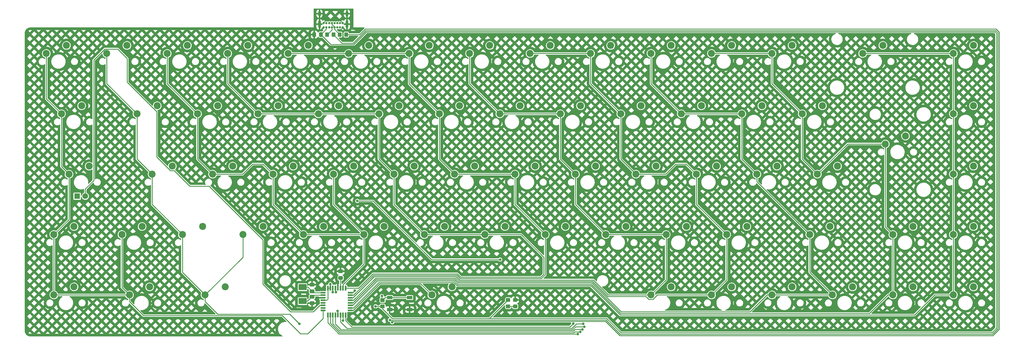
<source format=gbr>
%TF.GenerationSoftware,KiCad,Pcbnew,(6.0.4)*%
%TF.CreationDate,2022-03-24T02:10:13+00:00*%
%TF.ProjectId,kbd,6b62642e-6b69-4636-9164-5f7063625858,rev?*%
%TF.SameCoordinates,Original*%
%TF.FileFunction,Copper,L1,Top*%
%TF.FilePolarity,Positive*%
%FSLAX46Y46*%
G04 Gerber Fmt 4.6, Leading zero omitted, Abs format (unit mm)*
G04 Created by KiCad (PCBNEW (6.0.4)) date 2022-03-24 02:10:13*
%MOMM*%
%LPD*%
G01*
G04 APERTURE LIST*
G04 Aperture macros list*
%AMRoundRect*
0 Rectangle with rounded corners*
0 $1 Rounding radius*
0 $2 $3 $4 $5 $6 $7 $8 $9 X,Y pos of 4 corners*
0 Add a 4 corners polygon primitive as box body*
4,1,4,$2,$3,$4,$5,$6,$7,$8,$9,$2,$3,0*
0 Add four circle primitives for the rounded corners*
1,1,$1+$1,$2,$3*
1,1,$1+$1,$4,$5*
1,1,$1+$1,$6,$7*
1,1,$1+$1,$8,$9*
0 Add four rect primitives between the rounded corners*
20,1,$1+$1,$2,$3,$4,$5,0*
20,1,$1+$1,$4,$5,$6,$7,0*
20,1,$1+$1,$6,$7,$8,$9,0*
20,1,$1+$1,$8,$9,$2,$3,0*%
G04 Aperture macros list end*
%TA.AperFunction,ComponentPad*%
%ADD10C,2.200000*%
%TD*%
%TA.AperFunction,SMDPad,CuDef*%
%ADD11R,1.600000X0.550000*%
%TD*%
%TA.AperFunction,SMDPad,CuDef*%
%ADD12R,0.550000X1.600000*%
%TD*%
%TA.AperFunction,ComponentPad*%
%ADD13C,1.800000*%
%TD*%
%TA.AperFunction,ComponentPad*%
%ADD14R,1.800000X1.800000*%
%TD*%
%TA.AperFunction,SMDPad,CuDef*%
%ADD15R,2.500000X1.900000*%
%TD*%
%TA.AperFunction,SMDPad,CuDef*%
%ADD16RoundRect,0.250000X-0.350000X-0.450000X0.350000X-0.450000X0.350000X0.450000X-0.350000X0.450000X0*%
%TD*%
%TA.AperFunction,SMDPad,CuDef*%
%ADD17RoundRect,0.250000X0.337500X0.475000X-0.337500X0.475000X-0.337500X-0.475000X0.337500X-0.475000X0*%
%TD*%
%TA.AperFunction,SMDPad,CuDef*%
%ADD18R,1.700000X1.000000*%
%TD*%
%TA.AperFunction,SMDPad,CuDef*%
%ADD19RoundRect,0.250000X-0.475000X0.337500X-0.475000X-0.337500X0.475000X-0.337500X0.475000X0.337500X0*%
%TD*%
%TA.AperFunction,SMDPad,CuDef*%
%ADD20RoundRect,0.250000X-0.450000X0.350000X-0.450000X-0.350000X0.450000X-0.350000X0.450000X0.350000X0*%
%TD*%
%TA.AperFunction,SMDPad,CuDef*%
%ADD21RoundRect,0.250000X-0.450000X0.325000X-0.450000X-0.325000X0.450000X-0.325000X0.450000X0.325000X0*%
%TD*%
%TA.AperFunction,SMDPad,CuDef*%
%ADD22RoundRect,0.250000X0.450000X-0.350000X0.450000X0.350000X-0.450000X0.350000X-0.450000X-0.350000X0*%
%TD*%
%TA.AperFunction,SMDPad,CuDef*%
%ADD23RoundRect,0.250000X0.475000X-0.337500X0.475000X0.337500X-0.475000X0.337500X-0.475000X-0.337500X0*%
%TD*%
%TA.AperFunction,ComponentPad*%
%ADD24C,0.700000*%
%TD*%
%TA.AperFunction,ComponentPad*%
%ADD25O,0.900000X2.400000*%
%TD*%
%TA.AperFunction,ComponentPad*%
%ADD26O,0.900000X1.700000*%
%TD*%
%TA.AperFunction,ViaPad*%
%ADD27C,0.800000*%
%TD*%
%TA.AperFunction,Conductor*%
%ADD28C,0.250000*%
%TD*%
G04 APERTURE END LIST*
D10*
%TO.P,SW26,2,2*%
%TO.N,/COL1*%
X146479500Y-132660000D03*
%TO.P,SW26,1,1*%
%TO.N,Net-(D13-Pad2)*%
X152829500Y-130120000D03*
%TD*%
%TO.P,SW51,1,1*%
%TO.N,Net-(D37-Pad2)*%
X174265000Y-72970000D03*
%TO.P,SW51,2,2*%
%TO.N,/COL5*%
X167915000Y-75510000D03*
%TD*%
D11*
%TO.P,U2,1,XTAL1*%
%TO.N,Net-(C2-Pad1)*%
X112250000Y-131950000D03*
%TO.P,U2,2,PC0/XTAL2*%
%TO.N,Net-(C3-Pad1)*%
X112250000Y-132750000D03*
%TO.P,U2,3,GND*%
%TO.N,GND*%
X112250000Y-133550000D03*
%TO.P,U2,4,VCC*%
%TO.N,VCC*%
X112250000Y-134350000D03*
%TO.P,U2,5,PC2*%
%TO.N,unconnected-(U2-Pad5)*%
X112250000Y-135150000D03*
%TO.P,U2,6,PD0*%
%TO.N,Net-(U2-Pad6)*%
X112250000Y-135950000D03*
%TO.P,U2,7,PD1*%
%TO.N,unconnected-(U2-Pad7)*%
X112250000Y-136750000D03*
%TO.P,U2,8,PD2*%
%TO.N,/COL0*%
X112250000Y-137550000D03*
D12*
%TO.P,U2,9,PD3*%
%TO.N,/ROW0*%
X113700000Y-139000000D03*
%TO.P,U2,10,PD4*%
%TO.N,/ROW1*%
X114500000Y-139000000D03*
%TO.P,U2,11,PD5*%
%TO.N,/ROW2*%
X115300000Y-139000000D03*
%TO.P,U2,12,PD6*%
%TO.N,/ROW3*%
X116100000Y-139000000D03*
%TO.P,U2,13,~{HWB}/PD7*%
%TO.N,Net-(R5-Pad1)*%
X116900000Y-139000000D03*
%TO.P,U2,14,PB0*%
%TO.N,/ROW4*%
X117700000Y-139000000D03*
%TO.P,U2,15,PB1*%
%TO.N,/ROW5*%
X118500000Y-139000000D03*
%TO.P,U2,16,PB2*%
%TO.N,/ROW6*%
X119300000Y-139000000D03*
D11*
%TO.P,U2,17,PB3*%
%TO.N,/COL1*%
X120750000Y-137550000D03*
%TO.P,U2,18,PB4*%
%TO.N,/COL9*%
X120750000Y-136750000D03*
%TO.P,U2,19,PB5*%
%TO.N,/COL8*%
X120750000Y-135950000D03*
%TO.P,U2,20,PB6*%
%TO.N,/COL7*%
X120750000Y-135150000D03*
%TO.P,U2,21,PB7*%
%TO.N,/COL6*%
X120750000Y-134350000D03*
%TO.P,U2,22,PC7*%
%TO.N,/COL5*%
X120750000Y-133550000D03*
%TO.P,U2,23,PC6*%
%TO.N,/COL4*%
X120750000Y-132750000D03*
%TO.P,U2,24,PC1/~{RESET}*%
%TO.N,Net-(R2-Pad2)*%
X120750000Y-131950000D03*
D12*
%TO.P,U2,25,PC5*%
%TO.N,/COL3*%
X119300000Y-130500000D03*
%TO.P,U2,26,PC4*%
%TO.N,/COL2*%
X118500000Y-130500000D03*
%TO.P,U2,27,UCAP*%
%TO.N,Net-(C4-Pad2)*%
X117700000Y-130500000D03*
%TO.P,U2,28,UGND*%
%TO.N,GND*%
X116900000Y-130500000D03*
%TO.P,U2,29,D+*%
%TO.N,Net-(R3-Pad2)*%
X116100000Y-130500000D03*
%TO.P,U2,30,D-*%
%TO.N,Net-(R4-Pad2)*%
X115300000Y-130500000D03*
%TO.P,U2,31,UVCC*%
%TO.N,VCC*%
X114500000Y-130500000D03*
%TO.P,U2,32,AVCC*%
X113700000Y-130500000D03*
%TD*%
D10*
%TO.P,SW68,1,1*%
%TO.N,Net-(D69-Pad2)*%
X317137500Y-130120000D03*
%TO.P,SW68,2,2*%
%TO.N,/COL9*%
X310787500Y-132660000D03*
%TD*%
%TO.P,SW66,1,1*%
%TO.N,Net-(D46-Pad2)*%
X217127600Y-92020000D03*
%TO.P,SW66,2,2*%
%TO.N,/COL6*%
X210777600Y-94560000D03*
%TD*%
%TO.P,SW6,1,1*%
%TO.N,Net-(D50-Pad2)*%
X221890000Y-53920000D03*
%TO.P,SW6,2,2*%
%TO.N,/COL7*%
X215540000Y-56460000D03*
%TD*%
%TO.P,SW59,1,1*%
%TO.N,Net-(D39-Pad2)*%
X198077600Y-92020000D03*
%TO.P,SW59,2,2*%
%TO.N,/COL5*%
X191727600Y-94560000D03*
%TD*%
%TO.P,SW32,1,1*%
%TO.N,Net-(D19-Pad2)*%
X112352600Y-111070000D03*
%TO.P,SW32,2,2*%
%TO.N,/COL2*%
X106002600Y-113610000D03*
%TD*%
%TO.P,SW23,1,1*%
%TO.N,Net-(D23-Pad2)*%
X98065000Y-72970000D03*
%TO.P,SW23,2,2*%
%TO.N,/COL3*%
X91715000Y-75510000D03*
%TD*%
D13*
%TO.P,D71,2,A*%
%TO.N,Net-(U2-Pad6)*%
X37290000Y-101500000D03*
D14*
%TO.P,D71,1,K*%
%TO.N,Net-(D71-Pad1)*%
X34750000Y-101500000D03*
%TD*%
D10*
%TO.P,SW8,1,1*%
%TO.N,Net-(D8-Pad2)*%
X50440000Y-53920000D03*
%TO.P,SW8,2,2*%
%TO.N,/COL1*%
X44090000Y-56460000D03*
%TD*%
%TO.P,SW53,1,1*%
%TO.N,Net-(D28-Pad2)*%
X169502600Y-111070000D03*
%TO.P,SW53,2,2*%
%TO.N,/COL3*%
X163152600Y-113610000D03*
%TD*%
D15*
%TO.P,Y1,1,1*%
%TO.N,Net-(C3-Pad1)*%
X105750000Y-134612500D03*
%TO.P,Y1,2,2*%
%TO.N,Net-(C2-Pad1)*%
X105750000Y-130212500D03*
%TD*%
D16*
%TO.P,R4,1*%
%TO.N,Net-(J2-PadA7)*%
X117500000Y-50500000D03*
%TO.P,R4,2*%
%TO.N,Net-(R4-Pad2)*%
X119500000Y-50500000D03*
%TD*%
D10*
%TO.P,SW27,1,1*%
%TO.N,Net-(D41-Pad2)*%
X226652600Y-111070000D03*
%TO.P,SW27,2,2*%
%TO.N,/COL5*%
X220302600Y-113610000D03*
%TD*%
%TO.P,SW36,1,1*%
%TO.N,Net-(D30-Pad2)*%
X126640000Y-53920000D03*
%TO.P,SW36,2,2*%
%TO.N,/COL4*%
X120290000Y-56460000D03*
%TD*%
D17*
%TO.P,C1,1*%
%TO.N,VCC*%
X111537500Y-50500000D03*
%TO.P,C1,2*%
%TO.N,GND*%
X109462500Y-50500000D03*
%TD*%
D10*
%TO.P,SW47,1,1*%
%TO.N,Net-(D55-Pad2)*%
X259987500Y-130120000D03*
%TO.P,SW47,2,2*%
%TO.N,/COL7*%
X253637500Y-132660000D03*
%TD*%
%TO.P,SW39,1,1*%
%TO.N,Net-(D20-Pad2)*%
X131402600Y-111070000D03*
%TO.P,SW39,2,2*%
%TO.N,/COL2*%
X125052600Y-113610000D03*
%TD*%
%TO.P,SW5,1,1*%
%TO.N,Net-(D5-Pad2)*%
X33771300Y-130120000D03*
%TO.P,SW5,2,2*%
%TO.N,/COL0*%
X27421300Y-132660000D03*
%TD*%
%TO.P,SW18,1,1*%
%TO.N,Net-(D11-Pad2)*%
X74252600Y-111070000D03*
%TO.P,SW18,2,2*%
%TO.N,/COL1*%
X67902600Y-113610000D03*
%TD*%
%TO.P,SW1,1,1*%
%TO.N,Net-(D1-Pad2)*%
X31390000Y-53920000D03*
%TO.P,SW1,2,2*%
%TO.N,/COL0*%
X25040000Y-56460000D03*
%TD*%
%TO.P,SW3,1,1*%
%TO.N,Net-(D3-Pad2)*%
X38532400Y-92020000D03*
%TO.P,SW3,2,2*%
%TO.N,/COL0*%
X32182400Y-94560000D03*
%TD*%
%TO.P,SW55,1,1*%
%TO.N,Net-(D57-Pad2)*%
X240940000Y-53920000D03*
%TO.P,SW55,2,2*%
%TO.N,/COL8*%
X234590000Y-56460000D03*
%TD*%
%TO.P,SW35,1,1*%
%TO.N,Net-(D64-Pad2)*%
X288565000Y-53920000D03*
%TO.P,SW35,2,2*%
%TO.N,/COL9*%
X282215000Y-56460000D03*
%TD*%
D18*
%TO.P,SW70,1,1*%
%TO.N,GND*%
X133200000Y-137300000D03*
X139500000Y-137300000D03*
%TO.P,SW70,2,2*%
%TO.N,Net-(R2-Pad2)*%
X139500000Y-133500000D03*
X133200000Y-133500000D03*
%TD*%
D10*
%TO.P,SW41,1,1*%
%TO.N,Net-(D53-Pad2)*%
X255227600Y-92020000D03*
%TO.P,SW41,2,2*%
%TO.N,/COL7*%
X248877600Y-94560000D03*
%TD*%
%TO.P,SW54,1,1*%
%TO.N,Net-(D56-Pad2)*%
X279037500Y-130120000D03*
%TO.P,SW54,2,2*%
%TO.N,/COL7*%
X272687500Y-132660000D03*
%TD*%
%TO.P,SW13,1,1*%
%TO.N,Net-(D51-Pad2)*%
X231415000Y-72970000D03*
%TO.P,SW13,2,2*%
%TO.N,/COL7*%
X225065000Y-75510000D03*
%TD*%
%TO.P,SW63,1,1*%
%TO.N,Net-(D68-Pad2)*%
X317137500Y-111070000D03*
%TO.P,SW63,2,2*%
%TO.N,/COL9*%
X310787500Y-113610000D03*
%TD*%
%TO.P,SW44,1,1*%
%TO.N,Net-(D32-Pad2)*%
X155215000Y-72970000D03*
%TO.P,SW44,2,2*%
%TO.N,/COL4*%
X148865000Y-75510000D03*
%TD*%
%TO.P,SW16,1,1*%
%TO.N,Net-(D16-Pad2)*%
X79015000Y-72970000D03*
%TO.P,SW16,2,2*%
%TO.N,/COL2*%
X72665000Y-75510000D03*
%TD*%
%TO.P,SW12,1,1*%
%TO.N,Net-(D6-Pad2)*%
X57582400Y-130120000D03*
%TO.P,SW12,2,2*%
%TO.N,/COL0*%
X51232400Y-132660000D03*
%TD*%
%TO.P,SW17,1,1*%
%TO.N,Net-(D17-Pad2)*%
X83777600Y-92020000D03*
%TO.P,SW17,2,2*%
%TO.N,/COL2*%
X77427600Y-94560000D03*
%TD*%
%TO.P,SW19,1,1*%
%TO.N,Net-(D12-Pad2)*%
X81393500Y-130120000D03*
%TO.P,SW19,2,2*%
%TO.N,/COL1*%
X75043500Y-132660000D03*
%TD*%
%TO.P,SW11,1,1*%
%TO.N,Net-(D7-Pad2)*%
X55202600Y-111070000D03*
%TO.P,SW11,2,2*%
%TO.N,/COL0*%
X48852600Y-113610000D03*
%TD*%
D19*
%TO.P,C4,1*%
%TO.N,GND*%
X117750000Y-125212500D03*
%TO.P,C4,2*%
%TO.N,Net-(C4-Pad2)*%
X117750000Y-127287500D03*
%TD*%
D10*
%TO.P,SW28,1,1*%
%TO.N,Net-(D61-Pad2)*%
X295707000Y-82495000D03*
%TO.P,SW28,2,2*%
%TO.N,/COL8*%
X289357000Y-85035000D03*
%TD*%
D20*
%TO.P,R1,1*%
%TO.N,VCC*%
X170500000Y-134250000D03*
%TO.P,R1,2*%
%TO.N,Net-(D70-Pad2)*%
X170500000Y-136250000D03*
%TD*%
D21*
%TO.P,D70,1,K*%
%TO.N,GND*%
X172750000Y-134225000D03*
%TO.P,D70,2,A*%
%TO.N,Net-(D70-Pad2)*%
X172750000Y-136275000D03*
%TD*%
D10*
%TO.P,SW50,1,1*%
%TO.N,Net-(D36-Pad2)*%
X164740000Y-53920000D03*
%TO.P,SW50,2,2*%
%TO.N,/COL5*%
X158390000Y-56460000D03*
%TD*%
%TO.P,SW42,1,1*%
%TO.N,Net-(D65-Pad2)*%
X317137500Y-53920000D03*
%TO.P,SW42,2,2*%
%TO.N,/COL9*%
X310787500Y-56460000D03*
%TD*%
%TO.P,SW60,1,1*%
%TO.N,Net-(D35-Pad2)*%
X188552600Y-111070000D03*
%TO.P,SW60,2,2*%
%TO.N,/COL4*%
X182202600Y-113610000D03*
%TD*%
%TO.P,SW24,1,1*%
%TO.N,Net-(D18-Pad2)*%
X102827600Y-92020000D03*
%TO.P,SW24,2,2*%
%TO.N,/COL2*%
X96477600Y-94560000D03*
%TD*%
%TO.P,SW45,1,1*%
%TO.N,Net-(D33-Pad2)*%
X159977600Y-92020000D03*
%TO.P,SW45,2,2*%
%TO.N,/COL4*%
X153627600Y-94560000D03*
%TD*%
%TO.P,SW37,1,1*%
%TO.N,Net-(D25-Pad2)*%
X136165000Y-72970000D03*
%TO.P,SW37,2,2*%
%TO.N,/COL3*%
X129815000Y-75510000D03*
%TD*%
%TO.P,SW49,1,1*%
%TO.N,Net-(D66-Pad2)*%
X317137500Y-72970000D03*
%TO.P,SW49,2,2*%
%TO.N,/COL9*%
X310787500Y-75510000D03*
%TD*%
%TO.P,SW29,1,1*%
%TO.N,Net-(D29-Pad2)*%
X107590000Y-53920000D03*
%TO.P,SW29,2,2*%
%TO.N,/COL4*%
X101240000Y-56460000D03*
%TD*%
%TO.P,SW10,1,1*%
%TO.N,Net-(D10-Pad2)*%
X64727600Y-92020000D03*
%TO.P,SW10,2,2*%
%TO.N,/COL1*%
X58377600Y-94560000D03*
%TD*%
%TO.P,SW30,1,1*%
%TO.N,Net-(D24-Pad2)*%
X117115000Y-72970000D03*
%TO.P,SW30,2,2*%
%TO.N,/COL3*%
X110765000Y-75510000D03*
%TD*%
%TO.P,SW15,1,1*%
%TO.N,Net-(D15-Pad2)*%
X69490000Y-53920000D03*
%TO.P,SW15,2,2*%
%TO.N,/COL2*%
X63140000Y-56460000D03*
%TD*%
%TO.P,SW31,1,1*%
%TO.N,Net-(D21-Pad2)*%
X121877600Y-92020000D03*
%TO.P,SW31,2,2*%
%TO.N,/COL2*%
X115527600Y-94560000D03*
%TD*%
%TO.P,SW4,1,1*%
%TO.N,Net-(D4-Pad2)*%
X33771300Y-111070000D03*
%TO.P,SW4,2,2*%
%TO.N,/COL0*%
X27421300Y-113610000D03*
%TD*%
%TO.P,SW61,1,1*%
%TO.N,Net-(D63-Pad2)*%
X298087500Y-130120000D03*
%TO.P,SW61,2,2*%
%TO.N,/COL8*%
X291737500Y-132660000D03*
%TD*%
D22*
%TO.P,R2,1*%
%TO.N,VCC*%
X130950000Y-136300000D03*
%TO.P,R2,2*%
%TO.N,Net-(R2-Pad2)*%
X130950000Y-134300000D03*
%TD*%
D10*
%TO.P,SW58,1,1*%
%TO.N,Net-(D38-Pad2)*%
X193315000Y-72970000D03*
%TO.P,SW58,2,2*%
%TO.N,/COL5*%
X186965000Y-75510000D03*
%TD*%
D19*
%TO.P,C3,1*%
%TO.N,Net-(C3-Pad1)*%
X108750000Y-133212500D03*
%TO.P,C3,2*%
%TO.N,GND*%
X108750000Y-135287500D03*
%TD*%
D10*
%TO.P,SW40,1,1*%
%TO.N,Net-(D49-Pad2)*%
X240937500Y-130120000D03*
%TO.P,SW40,2,2*%
%TO.N,/COL6*%
X234587500Y-132660000D03*
%TD*%
%TO.P,SW21,1,1*%
%TO.N,Net-(D62-Pad2)*%
X298090600Y-111070000D03*
%TO.P,SW21,2,2*%
%TO.N,/COL8*%
X291740600Y-113610000D03*
%TD*%
%TO.P,SW56,1,1*%
%TO.N,Net-(D67-Pad2)*%
X317137500Y-92020000D03*
%TO.P,SW56,2,2*%
%TO.N,/COL9*%
X310787500Y-94560000D03*
%TD*%
%TO.P,SW69,1,1*%
%TO.N,Net-(D59-Pad2)*%
X269515000Y-72970000D03*
%TO.P,SW69,2,2*%
%TO.N,/COL8*%
X263165000Y-75510000D03*
%TD*%
%TO.P,SW48,1,1*%
%TO.N,Net-(D52-Pad2)*%
X250465000Y-72970000D03*
%TO.P,SW48,2,2*%
%TO.N,/COL7*%
X244115000Y-75510000D03*
%TD*%
%TO.P,SW9,1,1*%
%TO.N,Net-(D9-Pad2)*%
X59965000Y-72970000D03*
%TO.P,SW9,2,2*%
%TO.N,/COL1*%
X53615000Y-75510000D03*
%TD*%
%TO.P,SW43,1,1*%
%TO.N,Net-(D31-Pad2)*%
X145690000Y-53920000D03*
%TO.P,SW43,2,2*%
%TO.N,/COL4*%
X139340000Y-56460000D03*
%TD*%
%TO.P,SW22,1,1*%
%TO.N,Net-(D22-Pad2)*%
X88540000Y-53920000D03*
%TO.P,SW22,2,2*%
%TO.N,/COL3*%
X82190000Y-56460000D03*
%TD*%
%TO.P,SW62,1,1*%
%TO.N,Net-(D58-Pad2)*%
X259990000Y-53920000D03*
%TO.P,SW62,2,2*%
%TO.N,/COL8*%
X253640000Y-56460000D03*
%TD*%
%TO.P,SW14,1,1*%
%TO.N,Net-(D54-Pad2)*%
X271896600Y-111070000D03*
%TO.P,SW14,2,2*%
%TO.N,/COL7*%
X265546600Y-113610000D03*
%TD*%
%TO.P,SW25,1,1*%
%TO.N,Net-(D14-Pad2)*%
X93302600Y-111070000D03*
%TO.P,SW25,2,2*%
%TO.N,/COL1*%
X86952600Y-113610000D03*
%TD*%
%TO.P,SW34,1,1*%
%TO.N,Net-(D48-Pad2)*%
X245702600Y-111070000D03*
%TO.P,SW34,2,2*%
%TO.N,/COL6*%
X239352600Y-113610000D03*
%TD*%
%TO.P,SW7,1,1*%
%TO.N,Net-(D60-Pad2)*%
X274277600Y-92020000D03*
%TO.P,SW7,2,2*%
%TO.N,/COL8*%
X267927600Y-94560000D03*
%TD*%
%TO.P,SW65,1,1*%
%TO.N,Net-(D45-Pad2)*%
X212365000Y-72970000D03*
%TO.P,SW65,2,2*%
%TO.N,/COL6*%
X206015000Y-75510000D03*
%TD*%
%TO.P,SW57,1,1*%
%TO.N,Net-(D43-Pad2)*%
X183790000Y-53920000D03*
%TO.P,SW57,2,2*%
%TO.N,/COL6*%
X177440000Y-56460000D03*
%TD*%
D23*
%TO.P,C2,1*%
%TO.N,Net-(C2-Pad1)*%
X108750000Y-131500000D03*
%TO.P,C2,2*%
%TO.N,GND*%
X108750000Y-129425000D03*
%TD*%
D10*
%TO.P,SW46,1,1*%
%TO.N,Net-(D27-Pad2)*%
X150452600Y-111070000D03*
%TO.P,SW46,2,2*%
%TO.N,/COL3*%
X144102600Y-113610000D03*
%TD*%
D16*
%TO.P,R3,1*%
%TO.N,Net-(J2-PadA6)*%
X113500000Y-50500000D03*
%TO.P,R3,2*%
%TO.N,Net-(R3-Pad2)*%
X115500000Y-50500000D03*
%TD*%
D10*
%TO.P,SW67,1,1*%
%TO.N,Net-(D40-Pad2)*%
X207602600Y-111070000D03*
%TO.P,SW67,2,2*%
%TO.N,/COL5*%
X201252600Y-113610000D03*
%TD*%
%TO.P,SW33,1,1*%
%TO.N,Net-(D42-Pad2)*%
X221887500Y-130120000D03*
%TO.P,SW33,2,2*%
%TO.N,/COL5*%
X215537500Y-132660000D03*
%TD*%
%TO.P,SW64,1,1*%
%TO.N,Net-(D44-Pad2)*%
X202840000Y-53920000D03*
%TO.P,SW64,2,2*%
%TO.N,/COL6*%
X196490000Y-56460000D03*
%TD*%
%TO.P,SW2,1,1*%
%TO.N,Net-(D2-Pad2)*%
X36152500Y-72970000D03*
%TO.P,SW2,2,2*%
%TO.N,/COL0*%
X29802500Y-75510000D03*
%TD*%
%TO.P,SW38,1,1*%
%TO.N,Net-(D26-Pad2)*%
X140927600Y-92020000D03*
%TO.P,SW38,2,2*%
%TO.N,/COL3*%
X134577600Y-94560000D03*
%TD*%
%TO.P,SW20,1,1*%
%TO.N,Net-(D47-Pad2)*%
X236177600Y-92020000D03*
%TO.P,SW20,2,2*%
%TO.N,/COL6*%
X229827600Y-94560000D03*
%TD*%
%TO.P,SW52,1,1*%
%TO.N,Net-(D34-Pad2)*%
X179027600Y-92020000D03*
%TO.P,SW52,2,2*%
%TO.N,/COL4*%
X172677600Y-94560000D03*
%TD*%
D24*
%TO.P,J2,A1,GND*%
%TO.N,GND*%
X112425000Y-48225000D03*
%TO.P,J2,A4,VBUS*%
%TO.N,VCC*%
X113275000Y-48225000D03*
%TO.P,J2,A5,CC1*%
%TO.N,unconnected-(J2-PadA5)*%
X114125000Y-48225000D03*
%TO.P,J2,A6,D+*%
%TO.N,Net-(J2-PadA6)*%
X114975000Y-48225000D03*
%TO.P,J2,A7,D-*%
%TO.N,Net-(J2-PadA7)*%
X115825000Y-48225000D03*
%TO.P,J2,A8,SBU1*%
%TO.N,unconnected-(J2-PadA8)*%
X116675000Y-48225000D03*
%TO.P,J2,A9,VBUS*%
%TO.N,VCC*%
X117525000Y-48225000D03*
%TO.P,J2,A12,GND*%
%TO.N,GND*%
X118375000Y-48225000D03*
%TO.P,J2,B1,GND*%
X118375000Y-46875000D03*
%TO.P,J2,B4,VBUS*%
%TO.N,VCC*%
X117525000Y-46875000D03*
%TO.P,J2,B5,CC2*%
%TO.N,unconnected-(J2-PadB5)*%
X116675000Y-46875000D03*
%TO.P,J2,B6,D+*%
%TO.N,Net-(J2-PadA6)*%
X115825000Y-46875000D03*
%TO.P,J2,B7,D-*%
%TO.N,Net-(J2-PadA7)*%
X114975000Y-46875000D03*
%TO.P,J2,B8,SBU2*%
%TO.N,unconnected-(J2-PadB8)*%
X114125000Y-46875000D03*
%TO.P,J2,B9,VBUS*%
%TO.N,VCC*%
X113275000Y-46875000D03*
%TO.P,J2,B12,GND*%
%TO.N,GND*%
X112425000Y-46875000D03*
D25*
%TO.P,J2,S1,SHIELD*%
X111075000Y-47245000D03*
X119725000Y-47245000D03*
D26*
X111075000Y-43865000D03*
X119725000Y-43865000D03*
%TD*%
D27*
%TO.N,/COL1*%
X104762299Y-141737701D03*
%TO.N,VCC*%
X114500000Y-129250000D03*
X128750000Y-136250000D03*
%TO.N,/ROW5*%
X118500000Y-140750000D03*
%TO.N,/ROW6*%
X191000000Y-141724500D03*
%TO.N,/ROW4*%
X194175480Y-141764410D03*
%TO.N,/ROW3*%
X194491243Y-142712723D03*
%TO.N,/ROW2*%
X193937061Y-143551000D03*
%TO.N,/ROW1*%
X193243279Y-144275500D03*
%TO.N,/ROW0*%
X192500000Y-145000000D03*
%TO.N,Net-(R5-Pad1)*%
X116758792Y-137739450D03*
%TO.N,Net-(R4-Pad2)*%
X115241762Y-131749912D03*
X134007235Y-141274980D03*
%TO.N,Net-(R3-Pad2)*%
X116241208Y-131760550D03*
X133300480Y-140550480D03*
%TO.N,/ROW6*%
X168000000Y-121500000D03*
X123000000Y-103000000D03*
%TO.N,GND*%
X134750000Y-137250000D03*
%TO.N,Net-(R2-Pad2)*%
X130750000Y-133000000D03*
X122250000Y-131250000D03*
%TD*%
D28*
%TO.N,/COL1*%
X101751888Y-138727290D02*
X104762299Y-141737701D01*
%TO.N,/COL0*%
X112250000Y-137550000D02*
X112250000Y-140050114D01*
X112250000Y-140050114D02*
X107400057Y-144900057D01*
X99384391Y-139176810D02*
X55661129Y-139176810D01*
X107400057Y-144900057D02*
X105107638Y-144900057D01*
X105107638Y-144900057D02*
X99384391Y-139176810D01*
X55661129Y-139176810D02*
X51232400Y-134748081D01*
X51232400Y-134748081D02*
X51232400Y-132660000D01*
%TO.N,/COL1*%
X75043500Y-134748081D02*
X79022710Y-138727290D01*
X79022710Y-138727290D02*
X101751888Y-138727290D01*
%TO.N,VCC*%
X121897395Y-53624040D02*
X114661540Y-53624040D01*
X114661540Y-53624040D02*
X111537500Y-50500000D01*
%TO.N,Net-(R3-Pad2)*%
X121711197Y-53174520D02*
X118174520Y-53174520D01*
X118174520Y-53174520D02*
X115500000Y-50500000D01*
%TO.N,Net-(R4-Pad2)*%
X119500000Y-50500000D02*
X123750000Y-50500000D01*
X123750000Y-50500000D02*
X125500000Y-48750000D01*
%TO.N,Net-(J2-PadA7)*%
X117500000Y-50500000D02*
X115825000Y-48825000D01*
X115825000Y-48825000D02*
X115825000Y-48225000D01*
%TO.N,Net-(J2-PadA6)*%
X113500000Y-50500000D02*
X114975000Y-49025000D01*
X114975000Y-49025000D02*
X114975000Y-48225000D01*
%TO.N,VCC*%
X121897395Y-53624040D02*
X125872395Y-49649040D01*
X125872395Y-49649040D02*
X323877604Y-49649040D01*
X323877604Y-49649040D02*
X324350960Y-50122396D01*
X324350960Y-50122396D02*
X324350960Y-143127604D01*
X324350960Y-143127604D02*
X322877604Y-144600960D01*
X322877604Y-144600960D02*
X206079977Y-144600960D01*
X113275000Y-48225000D02*
X113275000Y-48762500D01*
X113275000Y-48762500D02*
X111537500Y-50500000D01*
%TO.N,Net-(U2-Pad6)*%
X59799521Y-74819085D02*
X50500000Y-65519564D01*
X65343846Y-93444511D02*
X64137547Y-93444511D01*
X70223856Y-98324521D02*
X65343846Y-93444511D01*
X102000000Y-138000000D02*
X93250000Y-129250000D01*
X93250000Y-115250000D02*
X76324521Y-98324521D01*
X50500000Y-58000000D02*
X47535489Y-55035489D01*
X76324521Y-98324521D02*
X70223856Y-98324521D01*
X39956911Y-58578525D02*
X39956911Y-96543089D01*
X93250000Y-129250000D02*
X93250000Y-115250000D01*
X50500000Y-65519564D02*
X50500000Y-58000000D01*
X109150000Y-138000000D02*
X102000000Y-138000000D01*
X59799521Y-89106485D02*
X59799521Y-74819085D01*
X112250000Y-135950000D02*
X111200000Y-135950000D01*
X111200000Y-135950000D02*
X109150000Y-138000000D01*
X64137547Y-93444511D02*
X59799521Y-89106485D01*
X47535489Y-55035489D02*
X43499947Y-55035489D01*
X43499947Y-55035489D02*
X39956911Y-58578525D01*
X39956911Y-96543089D02*
X37290000Y-99210000D01*
X37290000Y-99210000D02*
X37290000Y-101500000D01*
%TO.N,VCC*%
X112250000Y-134350000D02*
X113300000Y-134350000D01*
X113300000Y-134350000D02*
X113700000Y-133950000D01*
X113700000Y-133950000D02*
X113700000Y-130500000D01*
X113700000Y-130500000D02*
X114500000Y-130500000D01*
X130950000Y-136300000D02*
X128800000Y-136300000D01*
X128800000Y-136300000D02*
X128750000Y-136250000D01*
X114500000Y-129250000D02*
X114500000Y-130500000D01*
%TO.N,/ROW5*%
X118500000Y-140750000D02*
X118500000Y-139000000D01*
%TO.N,/ROW6*%
X191000000Y-141724500D02*
X189974500Y-142750000D01*
X189974500Y-142750000D02*
X121250000Y-142750000D01*
X121250000Y-142750000D02*
X119300000Y-140800000D01*
X119300000Y-140800000D02*
X119300000Y-139000000D01*
%TO.N,/ROW4*%
X194175480Y-141764410D02*
X192078438Y-141764410D01*
X192078438Y-141764410D02*
X190640928Y-143201920D01*
X190640928Y-143201920D02*
X119750000Y-143201920D01*
X119750000Y-143201920D02*
X117700000Y-141151920D01*
X117700000Y-141151920D02*
X117700000Y-139000000D01*
%TO.N,/ROW3*%
X194491243Y-142712723D02*
X191765842Y-142712723D01*
X191765842Y-142712723D02*
X190827125Y-143651440D01*
X190827125Y-143651440D02*
X117901440Y-143651440D01*
X117901440Y-143651440D02*
X116100000Y-141850000D01*
X116100000Y-141850000D02*
X116100000Y-139000000D01*
%TO.N,/ROW2*%
X193937061Y-143551000D02*
X191563282Y-143551000D01*
X191563282Y-143551000D02*
X191013322Y-144100960D01*
X191013322Y-144100960D02*
X117622396Y-144100960D01*
X117622396Y-144100960D02*
X115300000Y-141778564D01*
X115300000Y-141778564D02*
X115300000Y-139000000D01*
%TO.N,/ROW1*%
X114500000Y-139000000D02*
X114500000Y-141614282D01*
X114500000Y-141614282D02*
X117436198Y-144550480D01*
X117436198Y-144550480D02*
X191199520Y-144550480D01*
X191199520Y-144550480D02*
X191474500Y-144275500D01*
X191474500Y-144275500D02*
X193243279Y-144275500D01*
%TO.N,/ROW0*%
X192500000Y-145000000D02*
X117250000Y-145000000D01*
X117250000Y-145000000D02*
X113700000Y-141450000D01*
X113700000Y-141450000D02*
X113700000Y-139000000D01*
%TO.N,Net-(R5-Pad1)*%
X116900000Y-137880658D02*
X116758792Y-137739450D01*
X116900000Y-139000000D02*
X116900000Y-137880658D01*
%TO.N,Net-(C4-Pad2)*%
X117700000Y-130500000D02*
X117700000Y-127337500D01*
X117700000Y-127337500D02*
X117750000Y-127287500D01*
%TO.N,Net-(R4-Pad2)*%
X115241762Y-131749912D02*
X115241762Y-130558238D01*
X175250002Y-141000000D02*
X134282215Y-141000000D01*
X134282215Y-141000000D02*
X134007235Y-141274980D01*
X115241762Y-130558238D02*
X115300000Y-130500000D01*
%TO.N,Net-(R3-Pad2)*%
X116100000Y-131619342D02*
X116241208Y-131760550D01*
X116100000Y-130500000D02*
X116100000Y-131619342D01*
X205893781Y-145050480D02*
X201393780Y-140550480D01*
X201393780Y-140550480D02*
X133300480Y-140550480D01*
%TO.N,/ROW6*%
X146450865Y-121500000D02*
X127950865Y-103000000D01*
X168000000Y-121500000D02*
X146450865Y-121500000D01*
X127950865Y-103000000D02*
X123000000Y-103000000D01*
%TO.N,Net-(C2-Pad1)*%
X105750000Y-130212500D02*
X107462500Y-130212500D01*
X109200000Y-131950000D02*
X112250000Y-131950000D01*
X108750000Y-131500000D02*
X109200000Y-131950000D01*
X107462500Y-130212500D02*
X108750000Y-131500000D01*
%TO.N,Net-(C3-Pad1)*%
X107312500Y-134612500D02*
X108750000Y-133175000D01*
X109175000Y-132750000D02*
X108750000Y-133175000D01*
X112250000Y-132750000D02*
X109175000Y-132750000D01*
X105750000Y-134612500D02*
X107312500Y-134612500D01*
%TO.N,GND*%
X133200000Y-137300000D02*
X132850000Y-137300000D01*
X133200000Y-137300000D02*
X134700000Y-137300000D01*
X134700000Y-137300000D02*
X134750000Y-137250000D01*
%TO.N,VCC*%
X164600960Y-140100960D02*
X134001938Y-140100960D01*
X206079979Y-144600960D02*
X201579977Y-140100960D01*
X201579977Y-140100960D02*
X164600960Y-140100960D01*
X170500000Y-134250000D02*
X164649040Y-140100960D01*
X130950000Y-137049022D02*
X130950000Y-136300000D01*
X134001938Y-140100960D02*
X130950000Y-137049022D01*
X164649040Y-140100960D02*
X164600960Y-140100960D01*
%TO.N,/COL0*%
X32182400Y-108848900D02*
X27421300Y-113610000D01*
X51232400Y-132660000D02*
X48852600Y-130280200D01*
X29802500Y-92180100D02*
X32182400Y-94560000D01*
X27421300Y-113610000D02*
X27421300Y-132660000D01*
X25040000Y-56460000D02*
X25040000Y-70747500D01*
X25040000Y-70747500D02*
X29802500Y-75510000D01*
X32182400Y-94560000D02*
X32182400Y-108848900D01*
X27421300Y-132660000D02*
X51232400Y-132660000D01*
X48852600Y-130280200D02*
X48852600Y-113610000D01*
X29802500Y-75510000D02*
X29802500Y-92180100D01*
%TO.N,/COL1*%
X75043500Y-132660000D02*
X86952600Y-120750900D01*
X58377600Y-94560000D02*
X58377600Y-104085000D01*
X146479500Y-132660000D02*
X142964509Y-129145009D01*
X44090000Y-65985000D02*
X53615000Y-75510000D01*
X44090000Y-56460000D02*
X44090000Y-65985000D01*
X121700000Y-137550000D02*
X130104991Y-129145009D01*
X58377600Y-104085000D02*
X67902600Y-113610000D01*
X120750000Y-137550000D02*
X121700000Y-137550000D01*
X130104991Y-129145009D02*
X142964509Y-129145009D01*
X53615000Y-89797400D02*
X58377600Y-94560000D01*
X146017765Y-132660000D02*
X146479500Y-132660000D01*
X86952600Y-120750900D02*
X86952600Y-113610000D01*
X67902600Y-113610000D02*
X67902600Y-125519100D01*
X75043500Y-132660000D02*
X75043500Y-134748081D01*
X67902600Y-125519100D02*
X75043500Y-132660000D01*
X53615000Y-75510000D02*
X53615000Y-89797400D01*
%TO.N,/COL2*%
X63140000Y-56460000D02*
X63140000Y-65985000D01*
X115527600Y-104085000D02*
X115527600Y-94560000D01*
X96477600Y-94560000D02*
X96477600Y-104085000D01*
X106002600Y-113610000D02*
X125052600Y-113610000D01*
X72665000Y-89797400D02*
X77427600Y-94560000D01*
X118500000Y-130500000D02*
X118500000Y-129450000D01*
X72665000Y-75510000D02*
X72665000Y-89797400D01*
X125052600Y-113610000D02*
X115527600Y-104085000D01*
X96477600Y-104085000D02*
X106002600Y-113610000D01*
X93284564Y-91366964D02*
X96477600Y-94560000D01*
X118500000Y-129450000D02*
X125052600Y-122897400D01*
X125052600Y-122897400D02*
X125052600Y-113610000D01*
X90075547Y-91366964D02*
X93284564Y-91366964D01*
X77427600Y-94560000D02*
X86882511Y-94560000D01*
X63140000Y-65985000D02*
X72665000Y-75510000D01*
X86882511Y-94560000D02*
X90075547Y-91366964D01*
%TO.N,/COL3*%
X180813802Y-127050480D02*
X175050480Y-127050480D01*
X134577600Y-94560000D02*
X134577600Y-104085000D01*
X154536737Y-125998370D02*
X128501631Y-125998369D01*
X175050480Y-127050480D02*
X155750000Y-127050480D01*
X174363080Y-113610000D02*
X174610000Y-113610000D01*
X155750000Y-127050480D02*
X155588848Y-127050480D01*
X82190000Y-56460000D02*
X82190000Y-65985000D01*
X82190000Y-65985000D02*
X91715000Y-75510000D01*
X127915913Y-125998369D02*
X128501631Y-125998369D01*
X174610000Y-113610000D02*
X181753080Y-120753080D01*
X181753080Y-120753080D02*
X181753080Y-126111202D01*
X123414282Y-130500000D02*
X127915913Y-125998369D01*
X134577600Y-104085000D02*
X144102600Y-113610000D01*
X91715000Y-75510000D02*
X110765000Y-75510000D01*
X119300000Y-130500000D02*
X123414282Y-130500000D01*
X163152600Y-113610000D02*
X174363080Y-113610000D01*
X154536739Y-125998371D02*
X154536737Y-125998370D01*
X129815000Y-89797400D02*
X134577600Y-94560000D01*
X181753080Y-126111202D02*
X180813802Y-127050480D01*
X110765000Y-75510000D02*
X129815000Y-75510000D01*
X155588848Y-127050480D02*
X154536739Y-125998371D01*
X129815000Y-75510000D02*
X129815000Y-89797400D01*
X144102600Y-113610000D02*
X163152600Y-113610000D01*
%TO.N,/COL4*%
X139340000Y-65985000D02*
X148865000Y-75510000D01*
X153627600Y-94560000D02*
X172677600Y-94560000D01*
X154350540Y-126447890D02*
X155402651Y-127500000D01*
X155402651Y-127500000D02*
X181000000Y-127500000D01*
X101240000Y-56460000D02*
X120290000Y-56460000D01*
X172677600Y-104085000D02*
X182202600Y-113610000D01*
X128102110Y-126447890D02*
X154350540Y-126447890D01*
X182202600Y-126297400D02*
X182202600Y-113610000D01*
X121800000Y-132750000D02*
X128102110Y-126447890D01*
X120750000Y-132750000D02*
X121800000Y-132750000D01*
X120290000Y-56460000D02*
X139340000Y-56460000D01*
X172677600Y-94560000D02*
X172677600Y-104085000D01*
X139340000Y-56460000D02*
X139340000Y-65985000D01*
X148865000Y-89797400D02*
X153627600Y-94560000D01*
X181000000Y-127500000D02*
X182202600Y-126297400D01*
X148865000Y-75510000D02*
X148865000Y-89797400D01*
%TO.N,/COL5*%
X155216454Y-127949520D02*
X154164343Y-126897410D01*
X158390000Y-56460000D02*
X158390000Y-65985000D01*
X191727600Y-104085000D02*
X201252600Y-113610000D01*
X201252600Y-113610000D02*
X220302600Y-113610000D01*
X220302600Y-127894900D02*
X215537500Y-132660000D01*
X121635718Y-133550000D02*
X120750000Y-133550000D01*
X202063171Y-132660000D02*
X197352691Y-127949520D01*
X186965000Y-75510000D02*
X186965000Y-89797400D01*
X167915000Y-75510000D02*
X186965000Y-75510000D01*
X191727600Y-94560000D02*
X191727600Y-104085000D01*
X197352691Y-127949520D02*
X155216454Y-127949520D01*
X154164343Y-126897410D02*
X128288308Y-126897410D01*
X220302600Y-113610000D02*
X220302600Y-127894900D01*
X158390000Y-65985000D02*
X167915000Y-75510000D01*
X215537500Y-132660000D02*
X202063171Y-132660000D01*
X186965000Y-89797400D02*
X191727600Y-94560000D01*
X128288308Y-126897410D02*
X121635718Y-133550000D01*
%TO.N,/COL6*%
X206015000Y-89797400D02*
X210777600Y-94560000D01*
X201859520Y-133109520D02*
X213859520Y-133109520D01*
X239352600Y-127894900D02*
X234587500Y-132660000D01*
X120750000Y-134350000D02*
X121800000Y-134350000D01*
X196490000Y-65985000D02*
X206015000Y-75510000D01*
X155030256Y-128399040D02*
X197149040Y-128399040D01*
X197149040Y-128399040D02*
X201859520Y-133109520D01*
X213859520Y-133109520D02*
X214834511Y-134084511D01*
X214834511Y-134084511D02*
X216127553Y-134084511D01*
X177440000Y-56460000D02*
X196490000Y-56460000D01*
X121800000Y-134350000D02*
X128803070Y-127346930D01*
X229827600Y-104085000D02*
X239352600Y-113610000D01*
X220132511Y-94560000D02*
X223325547Y-91366964D01*
X196490000Y-56460000D02*
X196490000Y-65985000D01*
X206015000Y-75510000D02*
X206015000Y-89797400D01*
X216127553Y-134084511D02*
X217552064Y-132660000D01*
X239352600Y-113610000D02*
X239352600Y-127894900D01*
X128803070Y-127346930D02*
X153978146Y-127346930D01*
X210777600Y-94560000D02*
X220132511Y-94560000D01*
X223325547Y-91366964D02*
X226634564Y-91366964D01*
X153978146Y-127346930D02*
X155030256Y-128399040D01*
X226634564Y-91366964D02*
X229827600Y-94560000D01*
X217552064Y-132660000D02*
X234587500Y-132660000D01*
X229827600Y-94560000D02*
X229827600Y-104085000D01*
%TO.N,/COL7*%
X248877600Y-96941000D02*
X265546600Y-113610000D01*
X225065000Y-75510000D02*
X244115000Y-75510000D01*
X272687500Y-132660000D02*
X253637500Y-132660000D01*
X121635717Y-135150000D02*
X128989268Y-127796449D01*
X153791947Y-127796449D02*
X154844059Y-128848560D01*
X196962843Y-128848560D02*
X206114283Y-138000000D01*
X265546600Y-125519100D02*
X272687500Y-132660000D01*
X154844059Y-128848560D02*
X196962843Y-128848560D01*
X128989268Y-127796449D02*
X153791947Y-127796449D01*
X252081866Y-132660000D02*
X253637500Y-132660000D01*
X244115000Y-75510000D02*
X244115000Y-89797400D01*
X120750000Y-135150000D02*
X121635717Y-135150000D01*
X215540000Y-65985000D02*
X225065000Y-75510000D01*
X265546600Y-113610000D02*
X265546600Y-125519100D01*
X246741866Y-138000000D02*
X252081866Y-132660000D01*
X215540000Y-56460000D02*
X215540000Y-65985000D01*
X206114283Y-138000000D02*
X246741866Y-138000000D01*
X248877600Y-94560000D02*
X248877600Y-96941000D01*
X244115000Y-89797400D02*
X248877600Y-94560000D01*
%TO.N,/COL8*%
X129254031Y-128245969D02*
X153605750Y-128245969D01*
X121550000Y-135950000D02*
X129254031Y-128245969D01*
X291740600Y-132656900D02*
X291737500Y-132660000D01*
X289357000Y-85035000D02*
X289357000Y-111226400D01*
X291740600Y-113610000D02*
X291740600Y-132656900D01*
X120750000Y-135950000D02*
X121550000Y-135950000D01*
X253640000Y-65985000D02*
X263165000Y-75510000D01*
X154657862Y-129298080D02*
X196776645Y-129298080D01*
X153605750Y-128245969D02*
X154657862Y-129298080D01*
X205978565Y-138500000D02*
X284341866Y-138500000D01*
X196776645Y-129298080D02*
X205978565Y-138500000D01*
X289357000Y-111226400D02*
X291740600Y-113610000D01*
X263165000Y-89797400D02*
X267927600Y-94560000D01*
X253640000Y-56460000D02*
X253640000Y-65985000D01*
X277452600Y-85035000D02*
X289357000Y-85035000D01*
X284341866Y-138500000D02*
X290181866Y-132660000D01*
X234590000Y-56460000D02*
X253640000Y-56460000D01*
X290181866Y-132660000D02*
X291737500Y-132660000D01*
X267927600Y-94560000D02*
X277452600Y-85035000D01*
X263165000Y-75510000D02*
X263165000Y-89797400D01*
%TO.N,/COL9*%
X205842847Y-139000000D02*
X298559235Y-139000000D01*
X310787500Y-94560000D02*
X310787500Y-113610000D01*
X153419553Y-128695489D02*
X154471664Y-129747600D01*
X304899235Y-132660000D02*
X310787500Y-132660000D01*
X310787500Y-56460000D02*
X310787500Y-75510000D01*
X310787500Y-75510000D02*
X310787500Y-94560000D01*
X282215000Y-56460000D02*
X310787500Y-56460000D01*
X310787500Y-113610000D02*
X310787500Y-132660000D01*
X154471664Y-129747600D02*
X196590447Y-129747600D01*
X298559235Y-139000000D02*
X304899235Y-132660000D01*
X196590447Y-129747600D02*
X205842847Y-139000000D01*
X120750000Y-136750000D02*
X121800000Y-136750000D01*
X129854511Y-128695489D02*
X153419553Y-128695489D01*
X121800000Y-136750000D02*
X129854511Y-128695489D01*
%TO.N,Net-(J2-PadA7)*%
X114975000Y-47271096D02*
X115825000Y-48121096D01*
X115825000Y-48121096D02*
X115825000Y-48225000D01*
X114975000Y-46875000D02*
X114975000Y-47271096D01*
%TO.N,Net-(R2-Pad2)*%
X130750000Y-133000000D02*
X130750000Y-134100000D01*
X121550000Y-131950000D02*
X122250000Y-131250000D01*
X131750000Y-133500000D02*
X130950000Y-134300000D01*
X130750000Y-134100000D02*
X130950000Y-134300000D01*
X139500000Y-133500000D02*
X133200000Y-133500000D01*
X120750000Y-131950000D02*
X121550000Y-131950000D01*
X133200000Y-133500000D02*
X131750000Y-133500000D01*
%TO.N,Net-(R3-Pad2)*%
X205893779Y-145050480D02*
X323063802Y-145050480D01*
X324800480Y-143313802D02*
X324800480Y-49936198D01*
X323063802Y-145050480D02*
X324800480Y-143313802D01*
X324800480Y-49936198D02*
X324063802Y-49199520D01*
X324063802Y-49199520D02*
X125686197Y-49199520D01*
X125686197Y-49199520D02*
X121711197Y-53174520D01*
%TO.N,Net-(R4-Pad2)*%
X131750000Y-48750000D02*
X324250000Y-48750000D01*
X325250000Y-49750000D02*
X325250000Y-143500000D01*
X201207583Y-141000000D02*
X175250002Y-141000000D01*
X324250000Y-48750000D02*
X325250000Y-49750000D01*
X205707583Y-145500000D02*
X201207583Y-141000000D01*
X323250000Y-145500000D02*
X205707581Y-145500000D01*
X125500000Y-48750000D02*
X131750000Y-48750000D01*
X325250000Y-143500000D02*
X323500000Y-145250000D01*
X323500000Y-145250000D02*
X323250000Y-145500000D01*
%TO.N,Net-(D70-Pad2)*%
X172725000Y-136250000D02*
X172750000Y-136275000D01*
X170500000Y-136250000D02*
X172725000Y-136250000D01*
%TD*%
%TA.AperFunction,Conductor*%
%TO.N,GND*%
G36*
X121687621Y-42274502D02*
G01*
X121734114Y-42328158D01*
X121745500Y-42380500D01*
X121745500Y-47962524D01*
X121743079Y-47987103D01*
X121740514Y-48000000D01*
X121745500Y-48025067D01*
X121760266Y-48099301D01*
X121816516Y-48183484D01*
X121900699Y-48239734D01*
X122000000Y-48259486D01*
X122012897Y-48256921D01*
X122037476Y-48254500D01*
X125153137Y-48254500D01*
X125221258Y-48274502D01*
X125267751Y-48328158D01*
X125277855Y-48398432D01*
X125245662Y-48466028D01*
X125227584Y-48485585D01*
X125224154Y-48489152D01*
X123629711Y-50083595D01*
X123567399Y-50117621D01*
X123540616Y-50120500D01*
X120480081Y-50120500D01*
X120411960Y-50100498D01*
X120365467Y-50046842D01*
X120354500Y-50002274D01*
X120354500Y-50002244D01*
X120347798Y-49940552D01*
X120297071Y-49805236D01*
X120291691Y-49798057D01*
X120291689Y-49798054D01*
X120215785Y-49696776D01*
X120210404Y-49689596D01*
X120182580Y-49668743D01*
X120101946Y-49608311D01*
X120101943Y-49608309D01*
X120094764Y-49602929D01*
X119972762Y-49557193D01*
X119966843Y-49554974D01*
X119966841Y-49554974D01*
X119959448Y-49552202D01*
X119951598Y-49551349D01*
X119951597Y-49551349D01*
X119901153Y-49545869D01*
X119901152Y-49545869D01*
X119897756Y-49545500D01*
X119102244Y-49545500D01*
X119098848Y-49545869D01*
X119098847Y-49545869D01*
X119048403Y-49551349D01*
X119048402Y-49551349D01*
X119040552Y-49552202D01*
X119033159Y-49554974D01*
X119033157Y-49554974D01*
X119027238Y-49557193D01*
X118905236Y-49602929D01*
X118898057Y-49608309D01*
X118898054Y-49608311D01*
X118817420Y-49668743D01*
X118789596Y-49689596D01*
X118784215Y-49696776D01*
X118708311Y-49798054D01*
X118708309Y-49798057D01*
X118702929Y-49805236D01*
X118652202Y-49940552D01*
X118651349Y-49948402D01*
X118651349Y-49948403D01*
X118647747Y-49981563D01*
X118645500Y-50002244D01*
X118645500Y-50997756D01*
X118652202Y-51059448D01*
X118702929Y-51194764D01*
X118708309Y-51201943D01*
X118708311Y-51201946D01*
X118766169Y-51279145D01*
X118789596Y-51310404D01*
X118810023Y-51325713D01*
X118898054Y-51391689D01*
X118898057Y-51391691D01*
X118905236Y-51397071D01*
X118980327Y-51425221D01*
X119033157Y-51445026D01*
X119033159Y-51445026D01*
X119040552Y-51447798D01*
X119048402Y-51448651D01*
X119048403Y-51448651D01*
X119098847Y-51454131D01*
X119102244Y-51454500D01*
X119897756Y-51454500D01*
X119901153Y-51454131D01*
X119951597Y-51448651D01*
X119951598Y-51448651D01*
X119959448Y-51447798D01*
X119966841Y-51445026D01*
X119966843Y-51445026D01*
X120019673Y-51425221D01*
X120094764Y-51397071D01*
X120101943Y-51391691D01*
X120101946Y-51391689D01*
X120189977Y-51325713D01*
X120210404Y-51310404D01*
X120233831Y-51279145D01*
X120291689Y-51201946D01*
X120291691Y-51201943D01*
X120297071Y-51194764D01*
X120347798Y-51059448D01*
X120354500Y-50997756D01*
X120354588Y-50997766D01*
X120377927Y-50931739D01*
X120434022Y-50888220D01*
X120480081Y-50879500D01*
X123165333Y-50879500D01*
X123233454Y-50899502D01*
X123279947Y-50953158D01*
X123290051Y-51023432D01*
X123260557Y-51088012D01*
X123254428Y-51094595D01*
X121590908Y-52758115D01*
X121528596Y-52792141D01*
X121501813Y-52795020D01*
X118383904Y-52795020D01*
X118315783Y-52775018D01*
X118294809Y-52758115D01*
X117206289Y-51669595D01*
X117172263Y-51607283D01*
X117177328Y-51536468D01*
X117219875Y-51479632D01*
X117286395Y-51454821D01*
X117295384Y-51454500D01*
X117897756Y-51454500D01*
X117901153Y-51454131D01*
X117951597Y-51448651D01*
X117951598Y-51448651D01*
X117959448Y-51447798D01*
X117966841Y-51445026D01*
X117966843Y-51445026D01*
X118019673Y-51425221D01*
X118094764Y-51397071D01*
X118101943Y-51391691D01*
X118101946Y-51391689D01*
X118189977Y-51325713D01*
X118210404Y-51310404D01*
X118233831Y-51279145D01*
X118291689Y-51201946D01*
X118291691Y-51201943D01*
X118297071Y-51194764D01*
X118347798Y-51059448D01*
X118354500Y-50997756D01*
X118354500Y-50002244D01*
X118352253Y-49981563D01*
X118348651Y-49948403D01*
X118348651Y-49948402D01*
X118347798Y-49940552D01*
X118297071Y-49805236D01*
X118291691Y-49798057D01*
X118291689Y-49798054D01*
X118215785Y-49696776D01*
X118210404Y-49689596D01*
X118182580Y-49668743D01*
X118101946Y-49608311D01*
X118101943Y-49608309D01*
X118094764Y-49602929D01*
X117972762Y-49557193D01*
X117966843Y-49554974D01*
X117966841Y-49554974D01*
X117959448Y-49552202D01*
X117951598Y-49551349D01*
X117951597Y-49551349D01*
X117901153Y-49545869D01*
X117901152Y-49545869D01*
X117897756Y-49545500D01*
X117134384Y-49545500D01*
X117066263Y-49525498D01*
X117045289Y-49508595D01*
X116696929Y-49160235D01*
X121044294Y-49160235D01*
X121206559Y-49322500D01*
X122094923Y-49322500D01*
X122364923Y-49052500D01*
X122056812Y-49052500D01*
X122036931Y-49054458D01*
X122024581Y-49055065D01*
X121975419Y-49055065D01*
X121963069Y-49054458D01*
X121856551Y-49043967D01*
X121844320Y-49042153D01*
X121745019Y-49022401D01*
X121733024Y-49019396D01*
X121630597Y-48988325D01*
X121618955Y-48984160D01*
X121573534Y-48965346D01*
X121562356Y-48960059D01*
X121467957Y-48909602D01*
X121457351Y-48903245D01*
X121373168Y-48846995D01*
X121363236Y-48839629D01*
X121296485Y-48784847D01*
X121295260Y-48787492D01*
X121270776Y-48837031D01*
X121267806Y-48842676D01*
X121255382Y-48864905D01*
X121252132Y-48870389D01*
X121222780Y-48917179D01*
X121219256Y-48922492D01*
X121107626Y-49081917D01*
X121103838Y-49087046D01*
X121069903Y-49130638D01*
X121065860Y-49135569D01*
X121049220Y-49154847D01*
X121044932Y-49159568D01*
X121044294Y-49160235D01*
X116696929Y-49160235D01*
X116585427Y-49048733D01*
X116551401Y-48986421D01*
X116551496Y-48985090D01*
X117979740Y-48985090D01*
X117983251Y-48989780D01*
X118102372Y-49042816D01*
X118114860Y-49046873D01*
X118278364Y-49081628D01*
X118291424Y-49083000D01*
X118458576Y-49083000D01*
X118471636Y-49081628D01*
X118635140Y-49046873D01*
X118647628Y-49042816D01*
X118759763Y-48992890D01*
X118770507Y-48983758D01*
X118768910Y-48978120D01*
X118387812Y-48597022D01*
X118373868Y-48589408D01*
X118372035Y-48589539D01*
X118365420Y-48593790D01*
X118171292Y-48787918D01*
X118113988Y-48819209D01*
X118100583Y-48856500D01*
X118087918Y-48871292D01*
X117986500Y-48972710D01*
X117979740Y-48985090D01*
X116551496Y-48985090D01*
X116556466Y-48915606D01*
X116599013Y-48858770D01*
X116665533Y-48833959D01*
X116668457Y-48833855D01*
X116675000Y-48834716D01*
X116832806Y-48813940D01*
X116840430Y-48810782D01*
X116840434Y-48810781D01*
X116972227Y-48756191D01*
X116972228Y-48756190D01*
X116979858Y-48753030D01*
X117023297Y-48719697D01*
X117089517Y-48694098D01*
X117159065Y-48708363D01*
X117176700Y-48719695D01*
X117220142Y-48753030D01*
X117227772Y-48756190D01*
X117227773Y-48756191D01*
X117359566Y-48810781D01*
X117359570Y-48810782D01*
X117367194Y-48813940D01*
X117525000Y-48834716D01*
X117682806Y-48813940D01*
X117690430Y-48810782D01*
X117690434Y-48810781D01*
X117822227Y-48756191D01*
X117822228Y-48756190D01*
X117829858Y-48753030D01*
X117837919Y-48746845D01*
X117922119Y-48682235D01*
X117965751Y-48665367D01*
X117971609Y-48638438D01*
X117982235Y-48622119D01*
X118048002Y-48536411D01*
X118048003Y-48536409D01*
X118053030Y-48529858D01*
X118061131Y-48510300D01*
X118110781Y-48390434D01*
X118110782Y-48390430D01*
X118113940Y-48382806D01*
X118134716Y-48225000D01*
X118129250Y-48183484D01*
X118128991Y-48181513D01*
X118139930Y-48111364D01*
X118164818Y-48075972D01*
X118285905Y-47954885D01*
X118348217Y-47920859D01*
X118419032Y-47925924D01*
X118464095Y-47954885D01*
X119108173Y-48598963D01*
X119142199Y-48661275D01*
X119137134Y-48732090D01*
X119132243Y-48742800D01*
X119140535Y-48754077D01*
X119209680Y-48807711D01*
X119220440Y-48814435D01*
X119383625Y-48894732D01*
X119395519Y-48899155D01*
X119453470Y-48914251D01*
X119467564Y-48913817D01*
X119471000Y-48905636D01*
X119471000Y-48904229D01*
X119979000Y-48904229D01*
X119982973Y-48917760D01*
X119989075Y-48918637D01*
X120141136Y-48862690D01*
X120152549Y-48857123D01*
X120307108Y-48761292D01*
X120317174Y-48753540D01*
X120449303Y-48628592D01*
X120457605Y-48618974D01*
X120561908Y-48470013D01*
X120568108Y-48458919D01*
X120640332Y-48292020D01*
X120644171Y-48279917D01*
X120681675Y-48100400D01*
X120682915Y-48090848D01*
X120683000Y-48087616D01*
X120683000Y-47517115D01*
X120678525Y-47501876D01*
X120677135Y-47500671D01*
X120669452Y-47499000D01*
X119997115Y-47499000D01*
X119981876Y-47503475D01*
X119980671Y-47504865D01*
X119979000Y-47512548D01*
X119979000Y-48904229D01*
X119471000Y-48904229D01*
X119471000Y-47517115D01*
X119466525Y-47501876D01*
X119465135Y-47500671D01*
X119457452Y-47499000D01*
X118853000Y-47499000D01*
X118784879Y-47478998D01*
X118738386Y-47425342D01*
X118727000Y-47373000D01*
X118727000Y-47117000D01*
X118747002Y-47048879D01*
X118800658Y-47002386D01*
X118853000Y-46991000D01*
X119452885Y-46991000D01*
X119468124Y-46986525D01*
X119469329Y-46985135D01*
X119471000Y-46977452D01*
X119471000Y-46972885D01*
X119979000Y-46972885D01*
X119983475Y-46988124D01*
X119984865Y-46989329D01*
X119992548Y-46991000D01*
X120664885Y-46991000D01*
X120680124Y-46986525D01*
X120681329Y-46985135D01*
X120683000Y-46977452D01*
X120683000Y-46449553D01*
X120682677Y-46443178D01*
X120668918Y-46307723D01*
X120666364Y-46295283D01*
X120611984Y-46121756D01*
X120606975Y-46110068D01*
X120518813Y-45951021D01*
X120511562Y-45940588D01*
X120393215Y-45802509D01*
X120384024Y-45793756D01*
X120240320Y-45682289D01*
X120229560Y-45675565D01*
X120066375Y-45595268D01*
X120054481Y-45590845D01*
X119996530Y-45575749D01*
X119982436Y-45576183D01*
X119979000Y-45584364D01*
X119979000Y-46972885D01*
X119471000Y-46972885D01*
X119471000Y-45585771D01*
X119467027Y-45572240D01*
X119460925Y-45571363D01*
X119308864Y-45627310D01*
X119297451Y-45632877D01*
X119142892Y-45728708D01*
X119132826Y-45736460D01*
X119000697Y-45861408D01*
X118992395Y-45871026D01*
X118888087Y-46019994D01*
X118879659Y-46035073D01*
X118828964Y-46084777D01*
X118759444Y-46099182D01*
X118718426Y-46088705D01*
X118647633Y-46057186D01*
X118635137Y-46053126D01*
X118471636Y-46018372D01*
X118458576Y-46017000D01*
X118291424Y-46017000D01*
X118278364Y-46018372D01*
X118114860Y-46053127D01*
X118102372Y-46057184D01*
X117990237Y-46107110D01*
X117979493Y-46116242D01*
X117981090Y-46121880D01*
X118087918Y-46228708D01*
X118119209Y-46286012D01*
X118156500Y-46299417D01*
X118171292Y-46312082D01*
X118645115Y-46785905D01*
X118679141Y-46848217D01*
X118674076Y-46919032D01*
X118645115Y-46964095D01*
X118464095Y-47145115D01*
X118401783Y-47179141D01*
X118330968Y-47174076D01*
X118285905Y-47145115D01*
X118164818Y-47024028D01*
X118130792Y-46961716D01*
X118128991Y-46918487D01*
X118133638Y-46883189D01*
X118133638Y-46883188D01*
X118134716Y-46875000D01*
X118113940Y-46717194D01*
X118110782Y-46709570D01*
X118110781Y-46709566D01*
X118056191Y-46577773D01*
X118056190Y-46577772D01*
X118053030Y-46570142D01*
X117982235Y-46477881D01*
X117965367Y-46434249D01*
X117938438Y-46428391D01*
X117922119Y-46417765D01*
X117836411Y-46351998D01*
X117836408Y-46351996D01*
X117829858Y-46346970D01*
X117822227Y-46343809D01*
X117690434Y-46289219D01*
X117690430Y-46289218D01*
X117682806Y-46286060D01*
X117525000Y-46265284D01*
X117367194Y-46286060D01*
X117359570Y-46289218D01*
X117359566Y-46289219D01*
X117227773Y-46343809D01*
X117220142Y-46346970D01*
X117176703Y-46380303D01*
X117110483Y-46405902D01*
X117040935Y-46391637D01*
X117023300Y-46380305D01*
X116979858Y-46346970D01*
X116972227Y-46343809D01*
X116840434Y-46289219D01*
X116840430Y-46289218D01*
X116832806Y-46286060D01*
X116675000Y-46265284D01*
X116517194Y-46286060D01*
X116509570Y-46289218D01*
X116509566Y-46289219D01*
X116377773Y-46343809D01*
X116370142Y-46346970D01*
X116326703Y-46380303D01*
X116260483Y-46405902D01*
X116190935Y-46391637D01*
X116173300Y-46380305D01*
X116129858Y-46346970D01*
X116122227Y-46343809D01*
X115990434Y-46289219D01*
X115990430Y-46289218D01*
X115982806Y-46286060D01*
X115825000Y-46265284D01*
X115667194Y-46286060D01*
X115659570Y-46289218D01*
X115659566Y-46289219D01*
X115527773Y-46343809D01*
X115520142Y-46346970D01*
X115476703Y-46380303D01*
X115410483Y-46405902D01*
X115340935Y-46391637D01*
X115323300Y-46380305D01*
X115279858Y-46346970D01*
X115272227Y-46343809D01*
X115140434Y-46289219D01*
X115140430Y-46289218D01*
X115132806Y-46286060D01*
X114975000Y-46265284D01*
X114817194Y-46286060D01*
X114809570Y-46289218D01*
X114809566Y-46289219D01*
X114677773Y-46343809D01*
X114670142Y-46346970D01*
X114626703Y-46380303D01*
X114560483Y-46405902D01*
X114490935Y-46391637D01*
X114473300Y-46380305D01*
X114429858Y-46346970D01*
X114422227Y-46343809D01*
X114290434Y-46289219D01*
X114290430Y-46289218D01*
X114282806Y-46286060D01*
X114125000Y-46265284D01*
X113967194Y-46286060D01*
X113959570Y-46289218D01*
X113959566Y-46289219D01*
X113827773Y-46343809D01*
X113820142Y-46346970D01*
X113776703Y-46380303D01*
X113710483Y-46405902D01*
X113640935Y-46391637D01*
X113623300Y-46380305D01*
X113579858Y-46346970D01*
X113572227Y-46343809D01*
X113440434Y-46289219D01*
X113440430Y-46289218D01*
X113432806Y-46286060D01*
X113275000Y-46265284D01*
X113117194Y-46286060D01*
X113109570Y-46289218D01*
X113109566Y-46289219D01*
X112977773Y-46343809D01*
X112970142Y-46346970D01*
X112963592Y-46351996D01*
X112963589Y-46351998D01*
X112877881Y-46417765D01*
X112834249Y-46434633D01*
X112828391Y-46461562D01*
X112817765Y-46477881D01*
X112746970Y-46570142D01*
X112743810Y-46577772D01*
X112743809Y-46577773D01*
X112689219Y-46709566D01*
X112689218Y-46709570D01*
X112686060Y-46717194D01*
X112665284Y-46875000D01*
X112666362Y-46883188D01*
X112666362Y-46883189D01*
X112671009Y-46918487D01*
X112660070Y-46988636D01*
X112635182Y-47024028D01*
X112514095Y-47145115D01*
X112451783Y-47179141D01*
X112380968Y-47174076D01*
X112335905Y-47145115D01*
X112154885Y-46964095D01*
X112120859Y-46901783D01*
X112125924Y-46830968D01*
X112154885Y-46785905D01*
X112628708Y-46312082D01*
X112686012Y-46280791D01*
X112699417Y-46243500D01*
X112712082Y-46228708D01*
X112813500Y-46127290D01*
X112820260Y-46114910D01*
X112816749Y-46110220D01*
X112697628Y-46057184D01*
X112685140Y-46053127D01*
X112521636Y-46018372D01*
X112508576Y-46017000D01*
X112341424Y-46017000D01*
X112328364Y-46018372D01*
X112164863Y-46053126D01*
X112152371Y-46057185D01*
X112077617Y-46090468D01*
X112007250Y-46099902D01*
X111942953Y-46069796D01*
X111916166Y-46036447D01*
X111868813Y-45951021D01*
X111861562Y-45940588D01*
X111743215Y-45802509D01*
X111734024Y-45793756D01*
X111590320Y-45682289D01*
X111579560Y-45675565D01*
X111416375Y-45595268D01*
X111404481Y-45590845D01*
X111346530Y-45575749D01*
X111332436Y-45576183D01*
X111329000Y-45584364D01*
X111329000Y-46972885D01*
X111333475Y-46988124D01*
X111334865Y-46989329D01*
X111342548Y-46991000D01*
X111947000Y-46991000D01*
X112015121Y-47011002D01*
X112061614Y-47064658D01*
X112073000Y-47117000D01*
X112073000Y-47373000D01*
X112052998Y-47441121D01*
X111999342Y-47487614D01*
X111947000Y-47499000D01*
X111347115Y-47499000D01*
X111331876Y-47503475D01*
X111330671Y-47504865D01*
X111329000Y-47512548D01*
X111329000Y-48904229D01*
X111332973Y-48917760D01*
X111339075Y-48918637D01*
X111491136Y-48862690D01*
X111502549Y-48857123D01*
X111657109Y-48761292D01*
X111663319Y-48756509D01*
X111670440Y-48744292D01*
X111669816Y-48729947D01*
X111657065Y-48684172D01*
X111678014Y-48616336D01*
X111693958Y-48596832D01*
X112335905Y-47954885D01*
X112398217Y-47920859D01*
X112469032Y-47925924D01*
X112514095Y-47954885D01*
X112635182Y-48075972D01*
X112669208Y-48138284D01*
X112671009Y-48181513D01*
X112670750Y-48183484D01*
X112665284Y-48225000D01*
X112666362Y-48233188D01*
X112666362Y-48233189D01*
X112671009Y-48268487D01*
X112660070Y-48338636D01*
X112635182Y-48374028D01*
X112036500Y-48972710D01*
X112029740Y-48985090D01*
X112033251Y-48989780D01*
X112152372Y-49042816D01*
X112164863Y-49046874D01*
X112176266Y-49049298D01*
X112238740Y-49083025D01*
X112273062Y-49145174D01*
X112268336Y-49216013D01*
X112239166Y-49261640D01*
X112016936Y-49483870D01*
X111954624Y-49517896D01*
X111922756Y-49520453D01*
X111922756Y-49520500D01*
X111152244Y-49520500D01*
X111148848Y-49520869D01*
X111148847Y-49520869D01*
X111098403Y-49526349D01*
X111098402Y-49526349D01*
X111090552Y-49527202D01*
X111083159Y-49529974D01*
X111083157Y-49529974D01*
X111049421Y-49542621D01*
X110955236Y-49577929D01*
X110948057Y-49583309D01*
X110948054Y-49583311D01*
X110891930Y-49625374D01*
X110839596Y-49664596D01*
X110752929Y-49780236D01*
X110749777Y-49788645D01*
X110745819Y-49795874D01*
X110695562Y-49846021D01*
X110626171Y-49861036D01*
X110559678Y-49836152D01*
X110515774Y-49775243D01*
X110493412Y-49708216D01*
X110487239Y-49695038D01*
X110401937Y-49557193D01*
X110392901Y-49545792D01*
X110278171Y-49431261D01*
X110266760Y-49422249D01*
X110128757Y-49337184D01*
X110115576Y-49331037D01*
X109961290Y-49279862D01*
X109947914Y-49276995D01*
X109853562Y-49267328D01*
X109847145Y-49267000D01*
X109734615Y-49267000D01*
X109719376Y-49271475D01*
X109718171Y-49272865D01*
X109716500Y-49280548D01*
X109716500Y-51714884D01*
X109720975Y-51730123D01*
X109722365Y-51731328D01*
X109730048Y-51732999D01*
X109847095Y-51732999D01*
X109853614Y-51732662D01*
X109949206Y-51722743D01*
X109962600Y-51719851D01*
X110116784Y-51668412D01*
X110129962Y-51662239D01*
X110267807Y-51576937D01*
X110279208Y-51567901D01*
X110393739Y-51453171D01*
X110402751Y-51441760D01*
X110487816Y-51303757D01*
X110493964Y-51290574D01*
X110515717Y-51224990D01*
X110556147Y-51166630D01*
X110621712Y-51139393D01*
X110691593Y-51151926D01*
X110745830Y-51204147D01*
X110749777Y-51211357D01*
X110752929Y-51219764D01*
X110839596Y-51335404D01*
X110846776Y-51340785D01*
X110948054Y-51416689D01*
X110948057Y-51416691D01*
X110955236Y-51422071D01*
X111042598Y-51454821D01*
X111083157Y-51470026D01*
X111083159Y-51470026D01*
X111090552Y-51472798D01*
X111098402Y-51473651D01*
X111098403Y-51473651D01*
X111106237Y-51474502D01*
X111152244Y-51479500D01*
X111922756Y-51479500D01*
X111922756Y-51479814D01*
X111990138Y-51495703D01*
X112016936Y-51516130D01*
X114355062Y-53854256D01*
X114370204Y-53873004D01*
X114371319Y-53874229D01*
X114376969Y-53882980D01*
X114385147Y-53889427D01*
X114385149Y-53889429D01*
X114403340Y-53903769D01*
X114407781Y-53907715D01*
X114407843Y-53907642D01*
X114411807Y-53911001D01*
X114415484Y-53914678D01*
X114431232Y-53925932D01*
X114435902Y-53929438D01*
X114476187Y-53961196D01*
X114484821Y-53964228D01*
X114492274Y-53969554D01*
X114541390Y-53984243D01*
X114547032Y-53986076D01*
X114587739Y-54000371D01*
X114595391Y-54003058D01*
X114600956Y-54003540D01*
X114603664Y-54003540D01*
X114606298Y-54003654D01*
X114606396Y-54003683D01*
X114606389Y-54003847D01*
X114607093Y-54003891D01*
X114613318Y-54005753D01*
X114667175Y-54003637D01*
X114672122Y-54003540D01*
X121843475Y-54003540D01*
X121867423Y-54006089D01*
X121869088Y-54006168D01*
X121879271Y-54008360D01*
X121889612Y-54007136D01*
X121912618Y-54004413D01*
X121918549Y-54004063D01*
X121918541Y-54003968D01*
X121923719Y-54003540D01*
X121928919Y-54003540D01*
X121934048Y-54002686D01*
X121934051Y-54002686D01*
X121947960Y-54000371D01*
X121953838Y-53999534D01*
X121994396Y-53994734D01*
X121994397Y-53994734D01*
X122004736Y-53993510D01*
X122012988Y-53989547D01*
X122022021Y-53988044D01*
X122031190Y-53983097D01*
X122031192Y-53983096D01*
X122067127Y-53963706D01*
X122072420Y-53961009D01*
X122111477Y-53942255D01*
X122111481Y-53942252D01*
X122118627Y-53938821D01*
X122122903Y-53935226D01*
X122124826Y-53933303D01*
X122126758Y-53931531D01*
X122126837Y-53931488D01*
X122126950Y-53931612D01*
X122127490Y-53931136D01*
X122133209Y-53928050D01*
X122143534Y-53916881D01*
X122169811Y-53888454D01*
X122173241Y-53884888D01*
X124312963Y-51745166D01*
X126457652Y-51745166D01*
X126481579Y-51769093D01*
X126499833Y-51767816D01*
X126504997Y-51767561D01*
X126549771Y-51766271D01*
X126554939Y-51766228D01*
X126777655Y-51768949D01*
X126782821Y-51769119D01*
X126827555Y-51771503D01*
X126832712Y-51771884D01*
X126853269Y-51773828D01*
X126858400Y-51774419D01*
X126902747Y-51780455D01*
X126907850Y-51781257D01*
X127127130Y-51820317D01*
X127132197Y-51821327D01*
X127175908Y-51830977D01*
X127180929Y-51832194D01*
X127200892Y-51837468D01*
X127205861Y-51838890D01*
X127248656Y-51852096D01*
X127253562Y-51853721D01*
X127463519Y-51928070D01*
X127468356Y-51929895D01*
X127509922Y-51946563D01*
X127514677Y-51948584D01*
X127533512Y-51957049D01*
X127538181Y-51959264D01*
X127578231Y-51979276D01*
X127582805Y-51981680D01*
X127777799Y-52089323D01*
X127782269Y-52091911D01*
X127800022Y-52102683D01*
X128157539Y-51745166D01*
X129286079Y-51745166D01*
X130136023Y-52595110D01*
X130985966Y-51745166D01*
X132114506Y-51745166D01*
X132964450Y-52595110D01*
X133814393Y-51745166D01*
X134942934Y-51745166D01*
X135792877Y-52595110D01*
X136642820Y-51745166D01*
X137771361Y-51745166D01*
X138621304Y-52595110D01*
X139471247Y-51745166D01*
X140599788Y-51745166D01*
X141449731Y-52595110D01*
X142299674Y-51745166D01*
X143428215Y-51745166D01*
X144125021Y-52441972D01*
X144210702Y-52352312D01*
X144214349Y-52348649D01*
X144246588Y-52317571D01*
X144250381Y-52314062D01*
X144265822Y-52300353D01*
X144269756Y-52297002D01*
X144304427Y-52268675D01*
X144308494Y-52265489D01*
X144486609Y-52131756D01*
X144490805Y-52128738D01*
X144527691Y-52103340D01*
X144532007Y-52100497D01*
X144549480Y-52089494D01*
X144553907Y-52086831D01*
X144592737Y-52064548D01*
X144597271Y-52062069D01*
X144794837Y-51959223D01*
X144799467Y-51956931D01*
X144839988Y-51937906D01*
X144844709Y-51935807D01*
X144863744Y-51927805D01*
X144868549Y-51925900D01*
X144910512Y-51910252D01*
X144915391Y-51908546D01*
X144988673Y-51884594D01*
X145128101Y-51745166D01*
X146256642Y-51745166D01*
X146398988Y-51887512D01*
X146513520Y-51928070D01*
X146518356Y-51929895D01*
X146559922Y-51946563D01*
X146564677Y-51948584D01*
X146583512Y-51957049D01*
X146588181Y-51959264D01*
X146628231Y-51979276D01*
X146632805Y-51981680D01*
X146827799Y-52089323D01*
X146832269Y-52091911D01*
X146870542Y-52115135D01*
X146874904Y-52117906D01*
X146892102Y-52129332D01*
X146896347Y-52132280D01*
X146932599Y-52158570D01*
X146936720Y-52161689D01*
X147111515Y-52299733D01*
X147115505Y-52303019D01*
X147149480Y-52332191D01*
X147153330Y-52335637D01*
X147168432Y-52349720D01*
X147172137Y-52353319D01*
X147203604Y-52385172D01*
X147207161Y-52388924D01*
X147257476Y-52444219D01*
X147956529Y-51745166D01*
X149085069Y-51745166D01*
X149935012Y-52595110D01*
X150784956Y-51745166D01*
X151913496Y-51745166D01*
X152763440Y-52595110D01*
X153613383Y-51745166D01*
X154741923Y-51745166D01*
X155591867Y-52595110D01*
X156441810Y-51745166D01*
X157570351Y-51745166D01*
X158420294Y-52595110D01*
X159270237Y-51745166D01*
X160398778Y-51745166D01*
X161248721Y-52595110D01*
X162098664Y-51745166D01*
X163227205Y-51745166D01*
X163582332Y-52100293D01*
X163599480Y-52089494D01*
X163603907Y-52086831D01*
X163642737Y-52064548D01*
X163647271Y-52062069D01*
X163844837Y-51959223D01*
X163849467Y-51956931D01*
X163889988Y-51937906D01*
X163894709Y-51935807D01*
X163913744Y-51927805D01*
X163918549Y-51925900D01*
X163960512Y-51910252D01*
X163965391Y-51908546D01*
X164177102Y-51839348D01*
X164182044Y-51837844D01*
X164225144Y-51825688D01*
X164230148Y-51824387D01*
X164250234Y-51819602D01*
X164255284Y-51818508D01*
X164299227Y-51809927D01*
X164304317Y-51809041D01*
X164524486Y-51775351D01*
X164529607Y-51774674D01*
X164574090Y-51769723D01*
X164579235Y-51769257D01*
X164599833Y-51767816D01*
X164604997Y-51767561D01*
X164649771Y-51766271D01*
X164654939Y-51766228D01*
X164877655Y-51768949D01*
X164882821Y-51769119D01*
X164902110Y-51770147D01*
X164927091Y-51745166D01*
X166055632Y-51745166D01*
X166905575Y-52595110D01*
X167755518Y-51745166D01*
X168884059Y-51745166D01*
X169734002Y-52595110D01*
X170583946Y-51745166D01*
X171712486Y-51745166D01*
X172562429Y-52595110D01*
X173412373Y-51745166D01*
X174540913Y-51745166D01*
X175390857Y-52595110D01*
X176240800Y-51745166D01*
X177369340Y-51745166D01*
X178219284Y-52595110D01*
X179069227Y-51745166D01*
X180197768Y-51745166D01*
X181047711Y-52595110D01*
X181897654Y-51745166D01*
X183026195Y-51745166D01*
X183146667Y-51865638D01*
X183227102Y-51839348D01*
X183232044Y-51837844D01*
X183275144Y-51825688D01*
X183280148Y-51824387D01*
X183300234Y-51819602D01*
X183305284Y-51818508D01*
X183349227Y-51809927D01*
X183354317Y-51809041D01*
X183574486Y-51775351D01*
X183579607Y-51774674D01*
X183624090Y-51769723D01*
X183629235Y-51769257D01*
X183649833Y-51767816D01*
X183654997Y-51767561D01*
X183699771Y-51766271D01*
X183704939Y-51766228D01*
X183927655Y-51768949D01*
X183932821Y-51769119D01*
X183977555Y-51771503D01*
X183982712Y-51771884D01*
X184003269Y-51773828D01*
X184008400Y-51774419D01*
X184052747Y-51780455D01*
X184057850Y-51781257D01*
X184277130Y-51820317D01*
X184282197Y-51821327D01*
X184325908Y-51830977D01*
X184330929Y-51832194D01*
X184350892Y-51837468D01*
X184355861Y-51838890D01*
X184398656Y-51852096D01*
X184403562Y-51853721D01*
X184561572Y-51909675D01*
X184726081Y-51745166D01*
X185854622Y-51745166D01*
X186704565Y-52595110D01*
X187554508Y-51745166D01*
X188683049Y-51745166D01*
X189532992Y-52595110D01*
X190382935Y-51745166D01*
X191511476Y-51745166D01*
X192361419Y-52595110D01*
X193211363Y-51745166D01*
X194339903Y-51745166D01*
X195189846Y-52595110D01*
X196039790Y-51745166D01*
X197168330Y-51745166D01*
X198018274Y-52595110D01*
X198868217Y-51745166D01*
X199996757Y-51745166D01*
X200846701Y-52595110D01*
X201696644Y-51745166D01*
X202825185Y-51745166D01*
X202847377Y-51767358D01*
X202977655Y-51768949D01*
X202982821Y-51769119D01*
X203027555Y-51771503D01*
X203032712Y-51771884D01*
X203053269Y-51773828D01*
X203058400Y-51774419D01*
X203102747Y-51780455D01*
X203107850Y-51781257D01*
X203327130Y-51820317D01*
X203332197Y-51821327D01*
X203375908Y-51830977D01*
X203380929Y-51832194D01*
X203400892Y-51837468D01*
X203405861Y-51838890D01*
X203448656Y-51852096D01*
X203453562Y-51853721D01*
X203663519Y-51928070D01*
X203668356Y-51929895D01*
X203709922Y-51946563D01*
X203714677Y-51948584D01*
X203733512Y-51957049D01*
X203738181Y-51959264D01*
X203778231Y-51979276D01*
X203782805Y-51981680D01*
X203977799Y-52089323D01*
X203982269Y-52091911D01*
X204020542Y-52115135D01*
X204024904Y-52117906D01*
X204042102Y-52129332D01*
X204046347Y-52132280D01*
X204082599Y-52158570D01*
X204086720Y-52161689D01*
X204098916Y-52171321D01*
X204525071Y-51745166D01*
X205653612Y-51745166D01*
X206503555Y-52595110D01*
X207353498Y-51745166D01*
X208482039Y-51745166D01*
X209331982Y-52595110D01*
X210181925Y-51745166D01*
X211310466Y-51745166D01*
X212160409Y-52595110D01*
X213010352Y-51745166D01*
X214138893Y-51745166D01*
X214988836Y-52595110D01*
X215838780Y-51745166D01*
X216967320Y-51745166D01*
X217817263Y-52595110D01*
X218667207Y-51745166D01*
X219795747Y-51745166D01*
X220406886Y-52356305D01*
X220410702Y-52352312D01*
X220414349Y-52348649D01*
X220446588Y-52317571D01*
X220450381Y-52314062D01*
X220465822Y-52300353D01*
X220469756Y-52297002D01*
X220504427Y-52268675D01*
X220508494Y-52265489D01*
X220686609Y-52131756D01*
X220690805Y-52128738D01*
X220727691Y-52103340D01*
X220732007Y-52100497D01*
X220749480Y-52089494D01*
X220753907Y-52086831D01*
X220792737Y-52064548D01*
X220797271Y-52062069D01*
X220994837Y-51959223D01*
X220999467Y-51956931D01*
X221039988Y-51937906D01*
X221044709Y-51935807D01*
X221063744Y-51927805D01*
X221068549Y-51925900D01*
X221110512Y-51910252D01*
X221115391Y-51908546D01*
X221327102Y-51839348D01*
X221332044Y-51837844D01*
X221375144Y-51825688D01*
X221380148Y-51824387D01*
X221400234Y-51819602D01*
X221405284Y-51818508D01*
X221426419Y-51814381D01*
X221495634Y-51745166D01*
X222624174Y-51745166D01*
X222895048Y-52016040D01*
X223027799Y-52089323D01*
X223032269Y-52091911D01*
X223070542Y-52115135D01*
X223074904Y-52117906D01*
X223092102Y-52129332D01*
X223096347Y-52132280D01*
X223132599Y-52158570D01*
X223136720Y-52161689D01*
X223311515Y-52299733D01*
X223315505Y-52303019D01*
X223349480Y-52332191D01*
X223353330Y-52335637D01*
X223368432Y-52349720D01*
X223372137Y-52353319D01*
X223403604Y-52385172D01*
X223407161Y-52388924D01*
X223537291Y-52531936D01*
X224324061Y-51745166D01*
X225452602Y-51745166D01*
X226302545Y-52595110D01*
X227152488Y-51745166D01*
X228281029Y-51745166D01*
X229130972Y-52595110D01*
X229980915Y-51745166D01*
X231109456Y-51745166D01*
X231959399Y-52595110D01*
X232809342Y-51745166D01*
X233937883Y-51745166D01*
X234787826Y-52595110D01*
X235637769Y-51745166D01*
X236766310Y-51745166D01*
X237616253Y-52595110D01*
X238466197Y-51745166D01*
X239594737Y-51745166D01*
X239889603Y-52040032D01*
X240044837Y-51959223D01*
X240049467Y-51956931D01*
X240089988Y-51937906D01*
X240094709Y-51935807D01*
X240113744Y-51927805D01*
X240118549Y-51925900D01*
X240160512Y-51910252D01*
X240165391Y-51908546D01*
X240377102Y-51839348D01*
X240382044Y-51837844D01*
X240425144Y-51825688D01*
X240430148Y-51824387D01*
X240450234Y-51819602D01*
X240455284Y-51818508D01*
X240499227Y-51809927D01*
X240504317Y-51809041D01*
X240724486Y-51775351D01*
X240729607Y-51774674D01*
X240774090Y-51769723D01*
X240779235Y-51769257D01*
X240799833Y-51767816D01*
X240804997Y-51767561D01*
X240849771Y-51766271D01*
X240854939Y-51766228D01*
X241077655Y-51768949D01*
X241082821Y-51769119D01*
X241127555Y-51771503D01*
X241132712Y-51771884D01*
X241153269Y-51773828D01*
X241158400Y-51774419D01*
X241202747Y-51780455D01*
X241207850Y-51781257D01*
X241250870Y-51788920D01*
X241294624Y-51745166D01*
X242423164Y-51745166D01*
X243273108Y-52595110D01*
X244123051Y-51745166D01*
X245251591Y-51745166D01*
X246101535Y-52595110D01*
X246951478Y-51745166D01*
X248080018Y-51745166D01*
X248929962Y-52595110D01*
X249779905Y-51745166D01*
X250908446Y-51745166D01*
X251758389Y-52595110D01*
X252608332Y-51745166D01*
X253736873Y-51745166D01*
X254586816Y-52595110D01*
X255436759Y-51745166D01*
X256565300Y-51745166D01*
X257415243Y-52595110D01*
X257584131Y-52426222D01*
X261541099Y-52426222D01*
X261657062Y-52553664D01*
X261660461Y-52557557D01*
X261689213Y-52591884D01*
X261692449Y-52595912D01*
X261705047Y-52612271D01*
X261708114Y-52616428D01*
X261733954Y-52652990D01*
X261736850Y-52657271D01*
X261857833Y-52844281D01*
X261860551Y-52848678D01*
X261883307Y-52887234D01*
X261885840Y-52891734D01*
X261895598Y-52909932D01*
X261897947Y-52914536D01*
X261917474Y-52954839D01*
X261919632Y-52959536D01*
X262008446Y-53163795D01*
X262010408Y-53168573D01*
X262026564Y-53210332D01*
X262028330Y-53215191D01*
X262034984Y-53234737D01*
X262036549Y-53239663D01*
X262049228Y-53282606D01*
X262050589Y-53287589D01*
X262104850Y-53503611D01*
X262106006Y-53508649D01*
X262115054Y-53552153D01*
X262507827Y-53159380D01*
X263636368Y-53159380D01*
X264486311Y-54009323D01*
X265336254Y-53159380D01*
X266464795Y-53159380D01*
X267314738Y-54009323D01*
X268164681Y-53159380D01*
X269293222Y-53159380D01*
X270143165Y-54009323D01*
X270993108Y-53159380D01*
X270143165Y-52309437D01*
X269293222Y-53159380D01*
X268164681Y-53159380D01*
X267314738Y-52309437D01*
X266464795Y-53159380D01*
X265336254Y-53159380D01*
X264486311Y-52309437D01*
X263636368Y-53159380D01*
X262507827Y-53159380D01*
X261657884Y-52309437D01*
X261541099Y-52426222D01*
X257584131Y-52426222D01*
X258265186Y-51745166D01*
X259393727Y-51745166D01*
X259474446Y-51825885D01*
X259475144Y-51825688D01*
X259480148Y-51824387D01*
X259500234Y-51819602D01*
X259505284Y-51818508D01*
X259549227Y-51809927D01*
X259554317Y-51809041D01*
X259774486Y-51775351D01*
X259779607Y-51774674D01*
X259824090Y-51769723D01*
X259829235Y-51769257D01*
X259849833Y-51767816D01*
X259854997Y-51767561D01*
X259899771Y-51766271D01*
X259904939Y-51766228D01*
X260127655Y-51768949D01*
X260132821Y-51769119D01*
X260177555Y-51771503D01*
X260182712Y-51771884D01*
X260203269Y-51773828D01*
X260208400Y-51774419D01*
X260252747Y-51780455D01*
X260257850Y-51781257D01*
X260477130Y-51820317D01*
X260482197Y-51821327D01*
X260525908Y-51830977D01*
X260530929Y-51832194D01*
X260550892Y-51837468D01*
X260555861Y-51838890D01*
X260598656Y-51852096D01*
X260603562Y-51853721D01*
X260813519Y-51928070D01*
X260818356Y-51929895D01*
X260859922Y-51946563D01*
X260864677Y-51948584D01*
X260882283Y-51956497D01*
X261093614Y-51745166D01*
X262222154Y-51745166D01*
X263072097Y-52595110D01*
X263922041Y-51745166D01*
X265050581Y-51745166D01*
X265900525Y-52595110D01*
X266750468Y-51745166D01*
X267879008Y-51745166D01*
X268728952Y-52595110D01*
X269578895Y-51745166D01*
X270707435Y-51745166D01*
X271557378Y-52595109D01*
X271602217Y-52550271D01*
X271601224Y-52545992D01*
X271597341Y-52527724D01*
X271596455Y-52523138D01*
X271589510Y-52483247D01*
X271588794Y-52478627D01*
X271553127Y-52216552D01*
X271552583Y-52211911D01*
X271548614Y-52171611D01*
X271548242Y-52166952D01*
X271547102Y-52148311D01*
X271546903Y-52143642D01*
X271545932Y-52103164D01*
X271545907Y-52098492D01*
X271549370Y-51834022D01*
X271549517Y-51829355D01*
X271551546Y-51788936D01*
X271551867Y-51784276D01*
X271553494Y-51765672D01*
X271553988Y-51761023D01*
X271559012Y-51720826D01*
X271559677Y-51716198D01*
X271602192Y-51455146D01*
X271603029Y-51450547D01*
X271611018Y-51410840D01*
X271612025Y-51406276D01*
X271616385Y-51388117D01*
X271617559Y-51383597D01*
X271628462Y-51344613D01*
X271629804Y-51340137D01*
X271710438Y-51088236D01*
X271711946Y-51083811D01*
X271720980Y-51058824D01*
X271557379Y-50895223D01*
X270707435Y-51745166D01*
X269578895Y-51745166D01*
X268728952Y-50895223D01*
X267879008Y-51745166D01*
X266750468Y-51745166D01*
X265900525Y-50895223D01*
X265050581Y-51745166D01*
X263922041Y-51745166D01*
X263072097Y-50895223D01*
X262222154Y-51745166D01*
X261093614Y-51745166D01*
X260243670Y-50895223D01*
X259393727Y-51745166D01*
X258265186Y-51745166D01*
X257415243Y-50895223D01*
X256565300Y-51745166D01*
X255436759Y-51745166D01*
X254586816Y-50895223D01*
X253736873Y-51745166D01*
X252608332Y-51745166D01*
X251758389Y-50895223D01*
X250908446Y-51745166D01*
X249779905Y-51745166D01*
X248929962Y-50895223D01*
X248080018Y-51745166D01*
X246951478Y-51745166D01*
X246101535Y-50895223D01*
X245251591Y-51745166D01*
X244123051Y-51745166D01*
X243273108Y-50895223D01*
X242423164Y-51745166D01*
X241294624Y-51745166D01*
X240444680Y-50895223D01*
X239594737Y-51745166D01*
X238466197Y-51745166D01*
X237616253Y-50895223D01*
X236766310Y-51745166D01*
X235637769Y-51745166D01*
X234787826Y-50895223D01*
X233937883Y-51745166D01*
X232809342Y-51745166D01*
X231959399Y-50895223D01*
X231109456Y-51745166D01*
X229980915Y-51745166D01*
X229130972Y-50895223D01*
X228281029Y-51745166D01*
X227152488Y-51745166D01*
X226302545Y-50895223D01*
X225452602Y-51745166D01*
X224324061Y-51745166D01*
X223474118Y-50895223D01*
X222624174Y-51745166D01*
X221495634Y-51745166D01*
X220645691Y-50895223D01*
X219795747Y-51745166D01*
X218667207Y-51745166D01*
X217817263Y-50895223D01*
X216967320Y-51745166D01*
X215838780Y-51745166D01*
X214988836Y-50895223D01*
X214138893Y-51745166D01*
X213010352Y-51745166D01*
X212160409Y-50895223D01*
X211310466Y-51745166D01*
X210181925Y-51745166D01*
X209331982Y-50895223D01*
X208482039Y-51745166D01*
X207353498Y-51745166D01*
X206503555Y-50895223D01*
X205653612Y-51745166D01*
X204525071Y-51745166D01*
X203675128Y-50895223D01*
X202825185Y-51745166D01*
X201696644Y-51745166D01*
X200846701Y-50895223D01*
X199996757Y-51745166D01*
X198868217Y-51745166D01*
X198018274Y-50895223D01*
X197168330Y-51745166D01*
X196039790Y-51745166D01*
X195189846Y-50895223D01*
X194339903Y-51745166D01*
X193211363Y-51745166D01*
X192361419Y-50895223D01*
X191511476Y-51745166D01*
X190382935Y-51745166D01*
X189532992Y-50895223D01*
X188683049Y-51745166D01*
X187554508Y-51745166D01*
X186704565Y-50895223D01*
X185854622Y-51745166D01*
X184726081Y-51745166D01*
X183876138Y-50895223D01*
X183026195Y-51745166D01*
X181897654Y-51745166D01*
X181047711Y-50895223D01*
X180197768Y-51745166D01*
X179069227Y-51745166D01*
X178219284Y-50895223D01*
X177369340Y-51745166D01*
X176240800Y-51745166D01*
X175390857Y-50895223D01*
X174540913Y-51745166D01*
X173412373Y-51745166D01*
X172562429Y-50895223D01*
X171712486Y-51745166D01*
X170583946Y-51745166D01*
X169734002Y-50895223D01*
X168884059Y-51745166D01*
X167755518Y-51745166D01*
X166905575Y-50895223D01*
X166055632Y-51745166D01*
X164927091Y-51745166D01*
X164077148Y-50895223D01*
X163227205Y-51745166D01*
X162098664Y-51745166D01*
X161248721Y-50895223D01*
X160398778Y-51745166D01*
X159270237Y-51745166D01*
X158420294Y-50895223D01*
X157570351Y-51745166D01*
X156441810Y-51745166D01*
X155591867Y-50895223D01*
X154741923Y-51745166D01*
X153613383Y-51745166D01*
X152763440Y-50895223D01*
X151913496Y-51745166D01*
X150784956Y-51745166D01*
X149935012Y-50895223D01*
X149085069Y-51745166D01*
X147956529Y-51745166D01*
X147106585Y-50895223D01*
X146256642Y-51745166D01*
X145128101Y-51745166D01*
X144278158Y-50895223D01*
X143428215Y-51745166D01*
X142299674Y-51745166D01*
X141449731Y-50895223D01*
X140599788Y-51745166D01*
X139471247Y-51745166D01*
X138621304Y-50895223D01*
X137771361Y-51745166D01*
X136642820Y-51745166D01*
X135792877Y-50895223D01*
X134942934Y-51745166D01*
X133814393Y-51745166D01*
X132964450Y-50895223D01*
X132114506Y-51745166D01*
X130985966Y-51745166D01*
X130136023Y-50895223D01*
X129286079Y-51745166D01*
X128157539Y-51745166D01*
X127307595Y-50895223D01*
X126457652Y-51745166D01*
X124312963Y-51745166D01*
X125992684Y-50065445D01*
X126054996Y-50031419D01*
X126081779Y-50028540D01*
X273646393Y-50028540D01*
X273714514Y-50048542D01*
X273761007Y-50102198D01*
X273771111Y-50172472D01*
X273741617Y-50237052D01*
X273681891Y-50275436D01*
X273674202Y-50277433D01*
X273603266Y-50293484D01*
X273598914Y-50295176D01*
X273598912Y-50295177D01*
X273361110Y-50387653D01*
X273361108Y-50387654D01*
X273356757Y-50389346D01*
X273127126Y-50520591D01*
X272919416Y-50684336D01*
X272738191Y-50876984D01*
X272652052Y-51001153D01*
X272594268Y-51084448D01*
X272587431Y-51094303D01*
X272585365Y-51098493D01*
X272585363Y-51098496D01*
X272478209Y-51315785D01*
X272470450Y-51331518D01*
X272469028Y-51335961D01*
X272469027Y-51335963D01*
X272451189Y-51391689D01*
X272389816Y-51583419D01*
X272389066Y-51588026D01*
X272389065Y-51588029D01*
X272359860Y-51767358D01*
X272347301Y-51844471D01*
X272346105Y-51935807D01*
X272343914Y-52103164D01*
X272343838Y-52108941D01*
X272350592Y-52158570D01*
X272378873Y-52366376D01*
X272378874Y-52366383D01*
X272379505Y-52371016D01*
X272380814Y-52375506D01*
X272380815Y-52375512D01*
X272395596Y-52426222D01*
X272453518Y-52624942D01*
X272564250Y-52865138D01*
X272566813Y-52869047D01*
X272706703Y-53082416D01*
X272706707Y-53082421D01*
X272709269Y-53086329D01*
X272797329Y-53184992D01*
X272850478Y-53244540D01*
X272885389Y-53283655D01*
X273088741Y-53452781D01*
X273314858Y-53589992D01*
X273319172Y-53591801D01*
X273319174Y-53591802D01*
X273554458Y-53690465D01*
X273554463Y-53690467D01*
X273558773Y-53692274D01*
X273563305Y-53693425D01*
X273563308Y-53693426D01*
X273810590Y-53756228D01*
X273810593Y-53756229D01*
X273815127Y-53757380D01*
X273819783Y-53757849D01*
X273819784Y-53757849D01*
X274031669Y-53779184D01*
X274031670Y-53779184D01*
X274034808Y-53779500D01*
X274192149Y-53779500D01*
X274194474Y-53779327D01*
X274194480Y-53779327D01*
X274384112Y-53765235D01*
X274384116Y-53765234D01*
X274388764Y-53764889D01*
X274393312Y-53763860D01*
X274393318Y-53763859D01*
X274582086Y-53721144D01*
X274646734Y-53706516D01*
X274655318Y-53703178D01*
X274888890Y-53612347D01*
X274888892Y-53612346D01*
X274893243Y-53610654D01*
X275122874Y-53479409D01*
X275330584Y-53315664D01*
X275477601Y-53159380D01*
X277778503Y-53159380D01*
X278628447Y-54009323D01*
X279478390Y-53159380D01*
X280606930Y-53159380D01*
X281456874Y-54009323D01*
X282306817Y-53159380D01*
X283435358Y-53159380D01*
X284285301Y-54009323D01*
X285135244Y-53159380D01*
X284285301Y-52309437D01*
X283435358Y-53159380D01*
X282306817Y-53159380D01*
X281456874Y-52309437D01*
X280606930Y-53159380D01*
X279478390Y-53159380D01*
X278628447Y-52309437D01*
X277778503Y-53159380D01*
X275477601Y-53159380D01*
X275511809Y-53123016D01*
X275662569Y-52905697D01*
X275681042Y-52868237D01*
X275777485Y-52672670D01*
X275777486Y-52672667D01*
X275779550Y-52668482D01*
X275794926Y-52620449D01*
X275817235Y-52550754D01*
X275860184Y-52416581D01*
X275868361Y-52366376D01*
X275901948Y-52160140D01*
X275902699Y-52155529D01*
X275904384Y-52026854D01*
X275906101Y-51895736D01*
X275906101Y-51895733D01*
X275906162Y-51891059D01*
X275890288Y-51774419D01*
X275871127Y-51633624D01*
X275871126Y-51633617D01*
X275870495Y-51628984D01*
X275866995Y-51616973D01*
X275826898Y-51479409D01*
X275821098Y-51459510D01*
X276649946Y-51459510D01*
X276652659Y-51472276D01*
X276653545Y-51476862D01*
X276660490Y-51516753D01*
X276661206Y-51521373D01*
X276696873Y-51783448D01*
X276697417Y-51788089D01*
X276701386Y-51828389D01*
X276701758Y-51833048D01*
X276702898Y-51851689D01*
X276703097Y-51856358D01*
X276704068Y-51896836D01*
X276704093Y-51901508D01*
X276701722Y-52082597D01*
X277214234Y-52595109D01*
X278064176Y-51745166D01*
X279192717Y-51745166D01*
X280042660Y-52595110D01*
X280892603Y-51745166D01*
X282021144Y-51745166D01*
X282871087Y-52595110D01*
X283721031Y-51745166D01*
X284849571Y-51745166D01*
X285699514Y-52595110D01*
X286549458Y-51745166D01*
X287677998Y-51745166D01*
X287828818Y-51895986D01*
X288002102Y-51839348D01*
X288007044Y-51837844D01*
X288050144Y-51825688D01*
X288055148Y-51824387D01*
X288075234Y-51819602D01*
X288080284Y-51818508D01*
X288124227Y-51809927D01*
X288129317Y-51809041D01*
X288349486Y-51775351D01*
X288354607Y-51774674D01*
X288399090Y-51769723D01*
X288404235Y-51769257D01*
X288424833Y-51767816D01*
X288429997Y-51767561D01*
X288474771Y-51766271D01*
X288479939Y-51766228D01*
X288702655Y-51768949D01*
X288707821Y-51769119D01*
X288752555Y-51771503D01*
X288757712Y-51771884D01*
X288778269Y-51773828D01*
X288783400Y-51774419D01*
X288827747Y-51780455D01*
X288832850Y-51781257D01*
X289052130Y-51820317D01*
X289057197Y-51821327D01*
X289100908Y-51830977D01*
X289105929Y-51832194D01*
X289125892Y-51837468D01*
X289130861Y-51838890D01*
X289173656Y-51852096D01*
X289178563Y-51853721D01*
X289245593Y-51877458D01*
X289377885Y-51745166D01*
X290506425Y-51745166D01*
X291356369Y-52595110D01*
X292206312Y-51745166D01*
X293334852Y-51745166D01*
X294184796Y-52595110D01*
X295034739Y-51745166D01*
X294184796Y-50895223D01*
X293334852Y-51745166D01*
X292206312Y-51745166D01*
X291356369Y-50895223D01*
X290506425Y-51745166D01*
X289377885Y-51745166D01*
X288527942Y-50895223D01*
X287677998Y-51745166D01*
X286549458Y-51745166D01*
X285699514Y-50895223D01*
X284849571Y-51745166D01*
X283721031Y-51745166D01*
X282871087Y-50895223D01*
X282021144Y-51745166D01*
X280892603Y-51745166D01*
X280042660Y-50895223D01*
X279192717Y-51745166D01*
X278064176Y-51745166D01*
X277214233Y-50895223D01*
X276649946Y-51459510D01*
X275821098Y-51459510D01*
X275796482Y-51375058D01*
X275770857Y-51319472D01*
X275752265Y-51279145D01*
X275685750Y-51134862D01*
X275636732Y-51060097D01*
X275543297Y-50917584D01*
X275543293Y-50917579D01*
X275540731Y-50913671D01*
X275414388Y-50772115D01*
X275367728Y-50719837D01*
X275367726Y-50719835D01*
X275364611Y-50716345D01*
X275161259Y-50547219D01*
X274935142Y-50410008D01*
X274885869Y-50389346D01*
X274695542Y-50309535D01*
X274695537Y-50309533D01*
X274691227Y-50307726D01*
X274568915Y-50276663D01*
X274507815Y-50240508D01*
X274475961Y-50177059D01*
X274483466Y-50106460D01*
X274527948Y-50051126D01*
X274599932Y-50028540D01*
X297446393Y-50028540D01*
X297514514Y-50048542D01*
X297561007Y-50102198D01*
X297571111Y-50172472D01*
X297541617Y-50237052D01*
X297481891Y-50275436D01*
X297474202Y-50277433D01*
X297403266Y-50293484D01*
X297398914Y-50295176D01*
X297398912Y-50295177D01*
X297161110Y-50387653D01*
X297161108Y-50387654D01*
X297156757Y-50389346D01*
X296927126Y-50520591D01*
X296719416Y-50684336D01*
X296538191Y-50876984D01*
X296452052Y-51001153D01*
X296394268Y-51084448D01*
X296387431Y-51094303D01*
X296385365Y-51098493D01*
X296385363Y-51098496D01*
X296278209Y-51315785D01*
X296270450Y-51331518D01*
X296269028Y-51335961D01*
X296269027Y-51335963D01*
X296251189Y-51391689D01*
X296189816Y-51583419D01*
X296189066Y-51588026D01*
X296189065Y-51588029D01*
X296159860Y-51767358D01*
X296147301Y-51844471D01*
X296146105Y-51935807D01*
X296143914Y-52103164D01*
X296143838Y-52108941D01*
X296150592Y-52158570D01*
X296178873Y-52366376D01*
X296178874Y-52366383D01*
X296179505Y-52371016D01*
X296180814Y-52375506D01*
X296180815Y-52375512D01*
X296195596Y-52426222D01*
X296253518Y-52624942D01*
X296364250Y-52865138D01*
X296366813Y-52869047D01*
X296506703Y-53082416D01*
X296506707Y-53082421D01*
X296509269Y-53086329D01*
X296597329Y-53184992D01*
X296650478Y-53244540D01*
X296685389Y-53283655D01*
X296888741Y-53452781D01*
X297114858Y-53589992D01*
X297119172Y-53591801D01*
X297119174Y-53591802D01*
X297354458Y-53690465D01*
X297354463Y-53690467D01*
X297358773Y-53692274D01*
X297363305Y-53693425D01*
X297363308Y-53693426D01*
X297610590Y-53756228D01*
X297610593Y-53756229D01*
X297615127Y-53757380D01*
X297619783Y-53757849D01*
X297619784Y-53757849D01*
X297831669Y-53779184D01*
X297831670Y-53779184D01*
X297834808Y-53779500D01*
X297992149Y-53779500D01*
X297994474Y-53779327D01*
X297994480Y-53779327D01*
X298184112Y-53765235D01*
X298184116Y-53765234D01*
X298188764Y-53764889D01*
X298193312Y-53763860D01*
X298193318Y-53763859D01*
X298382086Y-53721144D01*
X298446734Y-53706516D01*
X298455318Y-53703178D01*
X298688890Y-53612347D01*
X298688892Y-53612346D01*
X298693243Y-53610654D01*
X298922874Y-53479409D01*
X299130584Y-53315664D01*
X299277601Y-53159380D01*
X300405920Y-53159380D01*
X301255864Y-54009323D01*
X302105807Y-53159380D01*
X303234347Y-53159380D01*
X304084291Y-54009323D01*
X304934234Y-53159380D01*
X306062775Y-53159380D01*
X306912718Y-54009323D01*
X307762661Y-53159380D01*
X308891202Y-53159380D01*
X309741145Y-54009323D01*
X310591088Y-53159380D01*
X311719629Y-53159380D01*
X312569572Y-54009323D01*
X313419515Y-53159380D01*
X314548056Y-53159380D01*
X315005111Y-53616435D01*
X315008949Y-53580525D01*
X315009604Y-53575396D01*
X315016188Y-53531084D01*
X315017053Y-53525987D01*
X315020923Y-53505704D01*
X315021995Y-53500651D01*
X315032178Y-53457069D01*
X315033456Y-53452065D01*
X315092979Y-53237434D01*
X315094461Y-53232485D01*
X315108180Y-53189882D01*
X315109863Y-53184999D01*
X315116992Y-53165621D01*
X315118876Y-53160808D01*
X315136053Y-53119439D01*
X315138133Y-53114706D01*
X315231911Y-52912678D01*
X315234182Y-52908038D01*
X315254680Y-52868237D01*
X315257140Y-52863692D01*
X315267339Y-52845738D01*
X315269984Y-52841296D01*
X315293682Y-52803298D01*
X315296505Y-52798971D01*
X315422020Y-52614972D01*
X315425019Y-52610764D01*
X315451752Y-52574833D01*
X315454923Y-52570749D01*
X315467918Y-52554702D01*
X315471251Y-52550754D01*
X315500828Y-52517147D01*
X315504320Y-52513340D01*
X315552004Y-52463442D01*
X315397999Y-52309437D01*
X314548056Y-53159380D01*
X313419515Y-53159380D01*
X312569572Y-52309437D01*
X311719629Y-53159380D01*
X310591088Y-53159380D01*
X309741145Y-52309437D01*
X308891202Y-53159380D01*
X307762661Y-53159380D01*
X306912718Y-52309437D01*
X306062775Y-53159380D01*
X304934234Y-53159380D01*
X304084291Y-52309437D01*
X303234347Y-53159380D01*
X302105807Y-53159380D01*
X301255864Y-52309437D01*
X300405920Y-53159380D01*
X299277601Y-53159380D01*
X299311809Y-53123016D01*
X299462569Y-52905697D01*
X299481042Y-52868237D01*
X299577485Y-52672670D01*
X299577486Y-52672667D01*
X299579550Y-52668482D01*
X299594926Y-52620449D01*
X299617235Y-52550754D01*
X299660184Y-52416581D01*
X299668361Y-52366376D01*
X299701948Y-52160140D01*
X299702699Y-52155529D01*
X299704384Y-52026854D01*
X299706101Y-51895736D01*
X299706101Y-51895733D01*
X299706162Y-51891059D01*
X299690288Y-51774419D01*
X299686307Y-51745166D01*
X301820134Y-51745166D01*
X302670077Y-52595110D01*
X303520020Y-51745166D01*
X304648561Y-51745166D01*
X305498504Y-52595110D01*
X306348448Y-51745166D01*
X307476988Y-51745166D01*
X308326931Y-52595110D01*
X309176875Y-51745166D01*
X310305415Y-51745166D01*
X311155359Y-52595110D01*
X312005302Y-51745166D01*
X313133842Y-51745166D01*
X313983786Y-52595110D01*
X314833729Y-51745166D01*
X315962269Y-51745166D01*
X316198925Y-51981822D01*
X316242337Y-51959223D01*
X316246967Y-51956931D01*
X316287488Y-51937906D01*
X316292209Y-51935807D01*
X316311244Y-51927805D01*
X316316049Y-51925900D01*
X316358012Y-51910252D01*
X316362891Y-51908546D01*
X316574602Y-51839348D01*
X316579544Y-51837844D01*
X316622644Y-51825688D01*
X316627648Y-51824387D01*
X316647734Y-51819602D01*
X316652784Y-51818508D01*
X316696727Y-51809927D01*
X316701817Y-51809041D01*
X316921986Y-51775351D01*
X316927107Y-51774674D01*
X316971590Y-51769723D01*
X316976735Y-51769257D01*
X316997333Y-51767816D01*
X317002497Y-51767561D01*
X317047271Y-51766271D01*
X317052439Y-51766228D01*
X317275155Y-51768949D01*
X317280321Y-51769119D01*
X317325055Y-51771503D01*
X317330212Y-51771884D01*
X317350769Y-51773828D01*
X317355900Y-51774419D01*
X317400247Y-51780455D01*
X317405350Y-51781257D01*
X317592694Y-51814628D01*
X317662156Y-51745166D01*
X318790697Y-51745166D01*
X319640640Y-52595110D01*
X320490583Y-51745166D01*
X321619124Y-51745166D01*
X322469066Y-52595109D01*
X323173460Y-51890715D01*
X323173460Y-51599616D01*
X322469067Y-50895223D01*
X321619124Y-51745166D01*
X320490583Y-51745166D01*
X319640640Y-50895223D01*
X318790697Y-51745166D01*
X317662156Y-51745166D01*
X316812213Y-50895223D01*
X315962269Y-51745166D01*
X314833729Y-51745166D01*
X313983786Y-50895223D01*
X313133842Y-51745166D01*
X312005302Y-51745166D01*
X311155359Y-50895223D01*
X310305415Y-51745166D01*
X309176875Y-51745166D01*
X308326931Y-50895223D01*
X307476988Y-51745166D01*
X306348448Y-51745166D01*
X305498504Y-50895223D01*
X304648561Y-51745166D01*
X303520020Y-51745166D01*
X302670077Y-50895223D01*
X301820134Y-51745166D01*
X299686307Y-51745166D01*
X299671127Y-51633624D01*
X299671126Y-51633617D01*
X299670495Y-51628984D01*
X299666995Y-51616973D01*
X299626898Y-51479409D01*
X299596482Y-51375058D01*
X299570857Y-51319472D01*
X299552265Y-51279145D01*
X299485750Y-51134862D01*
X299436732Y-51060097D01*
X299343297Y-50917584D01*
X299343293Y-50917579D01*
X299340731Y-50913671D01*
X299214388Y-50772115D01*
X299167728Y-50719837D01*
X299167726Y-50719835D01*
X299164611Y-50716345D01*
X298961259Y-50547219D01*
X298735142Y-50410008D01*
X298685869Y-50389346D01*
X298495542Y-50309535D01*
X298495537Y-50309533D01*
X298491227Y-50307726D01*
X298368915Y-50276663D01*
X298307815Y-50240508D01*
X298275961Y-50177059D01*
X298283466Y-50106460D01*
X298327948Y-50051126D01*
X298399932Y-50028540D01*
X323668219Y-50028540D01*
X323736340Y-50048542D01*
X323757315Y-50065445D01*
X323934556Y-50242687D01*
X323968581Y-50304999D01*
X323971460Y-50331782D01*
X323971460Y-142918220D01*
X323951458Y-142986341D01*
X323934555Y-143007315D01*
X322757315Y-144184555D01*
X322695003Y-144218581D01*
X322668220Y-144221460D01*
X206289363Y-144221460D01*
X206221242Y-144201458D01*
X206200268Y-144184555D01*
X205439173Y-143423460D01*
X207313413Y-143423460D01*
X208522123Y-143423460D01*
X210141841Y-143423460D01*
X211350551Y-143423460D01*
X212970268Y-143423460D01*
X214178978Y-143423460D01*
X215798695Y-143423460D01*
X217007405Y-143423460D01*
X218627122Y-143423460D01*
X219835832Y-143423460D01*
X221455549Y-143423460D01*
X222664259Y-143423460D01*
X224283976Y-143423460D01*
X225492686Y-143423460D01*
X227112403Y-143423460D01*
X228321113Y-143423460D01*
X229940830Y-143423460D01*
X231149540Y-143423460D01*
X232769258Y-143423460D01*
X233977968Y-143423460D01*
X235597685Y-143423460D01*
X236806395Y-143423460D01*
X238426112Y-143423460D01*
X239634822Y-143423460D01*
X241254539Y-143423460D01*
X242463249Y-143423460D01*
X244082966Y-143423460D01*
X245291676Y-143423460D01*
X246911393Y-143423460D01*
X248120103Y-143423460D01*
X249739820Y-143423460D01*
X250948530Y-143423460D01*
X252568247Y-143423460D01*
X253776957Y-143423460D01*
X255396675Y-143423460D01*
X256605385Y-143423460D01*
X258225102Y-143423460D01*
X259433812Y-143423460D01*
X261053529Y-143423460D01*
X262262239Y-143423460D01*
X263881956Y-143423460D01*
X265090666Y-143423460D01*
X266710383Y-143423460D01*
X267919093Y-143423460D01*
X269538810Y-143423460D01*
X270747520Y-143423460D01*
X272367237Y-143423460D01*
X273575947Y-143423460D01*
X275195664Y-143423460D01*
X276404374Y-143423460D01*
X278024092Y-143423460D01*
X279232802Y-143423460D01*
X280852519Y-143423460D01*
X282061229Y-143423460D01*
X283680946Y-143423460D01*
X284889656Y-143423460D01*
X286509373Y-143423460D01*
X287718083Y-143423460D01*
X289337800Y-143423460D01*
X290546510Y-143423460D01*
X292166227Y-143423460D01*
X293374937Y-143423460D01*
X294994654Y-143423460D01*
X296203364Y-143423460D01*
X297823081Y-143423460D01*
X299031791Y-143423460D01*
X300651509Y-143423460D01*
X301860219Y-143423460D01*
X303479936Y-143423460D01*
X304688646Y-143423460D01*
X306308363Y-143423460D01*
X307517073Y-143423460D01*
X309136790Y-143423460D01*
X310345500Y-143423460D01*
X311965217Y-143423460D01*
X313173927Y-143423460D01*
X314793644Y-143423460D01*
X316002354Y-143423460D01*
X317622071Y-143423460D01*
X318830781Y-143423460D01*
X320450498Y-143423460D01*
X321659208Y-143423460D01*
X321054853Y-142819105D01*
X320450498Y-143423460D01*
X318830781Y-143423460D01*
X318226426Y-142819105D01*
X317622071Y-143423460D01*
X316002354Y-143423460D01*
X315397999Y-142819105D01*
X314793644Y-143423460D01*
X313173927Y-143423460D01*
X312569572Y-142819105D01*
X311965217Y-143423460D01*
X310345500Y-143423460D01*
X309741145Y-142819105D01*
X309136790Y-143423460D01*
X307517073Y-143423460D01*
X306912718Y-142819105D01*
X306308363Y-143423460D01*
X304688646Y-143423460D01*
X304084291Y-142819105D01*
X303479936Y-143423460D01*
X301860219Y-143423460D01*
X301255864Y-142819105D01*
X300651509Y-143423460D01*
X299031791Y-143423460D01*
X298427436Y-142819105D01*
X297823081Y-143423460D01*
X296203364Y-143423460D01*
X295599009Y-142819105D01*
X294994654Y-143423460D01*
X293374937Y-143423460D01*
X292770582Y-142819105D01*
X292166227Y-143423460D01*
X290546510Y-143423460D01*
X289942155Y-142819105D01*
X289337800Y-143423460D01*
X287718083Y-143423460D01*
X287113728Y-142819105D01*
X286509373Y-143423460D01*
X284889656Y-143423460D01*
X284285301Y-142819105D01*
X283680946Y-143423460D01*
X282061229Y-143423460D01*
X281456874Y-142819105D01*
X280852519Y-143423460D01*
X279232802Y-143423460D01*
X278628447Y-142819105D01*
X278024092Y-143423460D01*
X276404374Y-143423460D01*
X275800019Y-142819105D01*
X275195664Y-143423460D01*
X273575947Y-143423460D01*
X272971592Y-142819105D01*
X272367237Y-143423460D01*
X270747520Y-143423460D01*
X270143165Y-142819105D01*
X269538810Y-143423460D01*
X267919093Y-143423460D01*
X267314738Y-142819105D01*
X266710383Y-143423460D01*
X265090666Y-143423460D01*
X264486311Y-142819105D01*
X263881956Y-143423460D01*
X262262239Y-143423460D01*
X261657884Y-142819105D01*
X261053529Y-143423460D01*
X259433812Y-143423460D01*
X258829457Y-142819105D01*
X258225102Y-143423460D01*
X256605385Y-143423460D01*
X256001030Y-142819105D01*
X255396675Y-143423460D01*
X253776957Y-143423460D01*
X253172602Y-142819105D01*
X252568247Y-143423460D01*
X250948530Y-143423460D01*
X250344175Y-142819105D01*
X249739820Y-143423460D01*
X248120103Y-143423460D01*
X247515748Y-142819105D01*
X246911393Y-143423460D01*
X245291676Y-143423460D01*
X244687321Y-142819105D01*
X244082966Y-143423460D01*
X242463249Y-143423460D01*
X241858894Y-142819105D01*
X241254539Y-143423460D01*
X239634822Y-143423460D01*
X239030467Y-142819105D01*
X238426112Y-143423460D01*
X236806395Y-143423460D01*
X236202040Y-142819105D01*
X235597685Y-143423460D01*
X233977968Y-143423460D01*
X233373613Y-142819105D01*
X232769258Y-143423460D01*
X231149540Y-143423460D01*
X230545185Y-142819105D01*
X229940830Y-143423460D01*
X228321113Y-143423460D01*
X227716758Y-142819105D01*
X227112403Y-143423460D01*
X225492686Y-143423460D01*
X224888331Y-142819105D01*
X224283976Y-143423460D01*
X222664259Y-143423460D01*
X222059904Y-142819105D01*
X221455549Y-143423460D01*
X219835832Y-143423460D01*
X219231477Y-142819105D01*
X218627122Y-143423460D01*
X217007405Y-143423460D01*
X216403050Y-142819105D01*
X215798695Y-143423460D01*
X214178978Y-143423460D01*
X213574623Y-142819105D01*
X212970268Y-143423460D01*
X211350551Y-143423460D01*
X210746196Y-142819105D01*
X210141841Y-143423460D01*
X208522123Y-143423460D01*
X207917768Y-142819105D01*
X207313413Y-143423460D01*
X205439173Y-143423460D01*
X204270546Y-142254834D01*
X205653612Y-142254834D01*
X206503555Y-143104778D01*
X207353498Y-142254834D01*
X208482039Y-142254834D01*
X209331982Y-143104778D01*
X210181925Y-142254834D01*
X211310466Y-142254834D01*
X212160409Y-143104778D01*
X213010352Y-142254834D01*
X214138893Y-142254834D01*
X214988836Y-143104778D01*
X215838780Y-142254834D01*
X216967320Y-142254834D01*
X217817263Y-143104778D01*
X218667207Y-142254834D01*
X219795747Y-142254834D01*
X220645691Y-143104778D01*
X221495634Y-142254834D01*
X222624174Y-142254834D01*
X223474118Y-143104778D01*
X224324061Y-142254834D01*
X225452602Y-142254834D01*
X226302545Y-143104778D01*
X227152488Y-142254834D01*
X228281029Y-142254834D01*
X229130972Y-143104778D01*
X229980915Y-142254834D01*
X231109456Y-142254834D01*
X231959399Y-143104778D01*
X232809342Y-142254834D01*
X233937883Y-142254834D01*
X234787826Y-143104778D01*
X235637769Y-142254834D01*
X236766310Y-142254834D01*
X237616253Y-143104778D01*
X238466197Y-142254834D01*
X239594737Y-142254834D01*
X240444680Y-143104778D01*
X241294624Y-142254834D01*
X242423164Y-142254834D01*
X243273108Y-143104778D01*
X244123051Y-142254834D01*
X245251591Y-142254834D01*
X246101535Y-143104778D01*
X246951478Y-142254834D01*
X248080018Y-142254834D01*
X248929962Y-143104778D01*
X249779905Y-142254834D01*
X250908446Y-142254834D01*
X251758389Y-143104778D01*
X252608332Y-142254834D01*
X253736873Y-142254834D01*
X254586816Y-143104778D01*
X255436759Y-142254834D01*
X256565300Y-142254834D01*
X257415243Y-143104778D01*
X258265186Y-142254834D01*
X259393727Y-142254834D01*
X260243670Y-143104778D01*
X261093614Y-142254834D01*
X262222154Y-142254834D01*
X263072097Y-143104778D01*
X263922041Y-142254834D01*
X265050581Y-142254834D01*
X265900525Y-143104778D01*
X266750468Y-142254834D01*
X267879008Y-142254834D01*
X268728952Y-143104778D01*
X269578895Y-142254834D01*
X270707435Y-142254834D01*
X271557379Y-143104778D01*
X272407322Y-142254834D01*
X273535863Y-142254834D01*
X274385806Y-143104778D01*
X275235749Y-142254834D01*
X276364290Y-142254834D01*
X277214233Y-143104778D01*
X278064176Y-142254834D01*
X279192717Y-142254834D01*
X280042660Y-143104778D01*
X280892603Y-142254834D01*
X282021144Y-142254834D01*
X282871087Y-143104778D01*
X283721031Y-142254834D01*
X284849571Y-142254834D01*
X285699514Y-143104778D01*
X286549458Y-142254834D01*
X287677998Y-142254834D01*
X288527942Y-143104778D01*
X289377885Y-142254834D01*
X290506425Y-142254834D01*
X291356369Y-143104778D01*
X292206312Y-142254834D01*
X293334852Y-142254834D01*
X294184796Y-143104778D01*
X295034739Y-142254834D01*
X296163280Y-142254834D01*
X297013223Y-143104778D01*
X297863166Y-142254834D01*
X298991707Y-142254834D01*
X299841650Y-143104778D01*
X300691593Y-142254834D01*
X301820134Y-142254834D01*
X302670077Y-143104778D01*
X303520020Y-142254834D01*
X304648561Y-142254834D01*
X305498504Y-143104778D01*
X306348448Y-142254834D01*
X307476988Y-142254834D01*
X308326931Y-143104778D01*
X309176875Y-142254834D01*
X310305415Y-142254834D01*
X311155359Y-143104778D01*
X312005302Y-142254834D01*
X313133842Y-142254834D01*
X313983786Y-143104778D01*
X314833729Y-142254834D01*
X315962269Y-142254834D01*
X316812213Y-143104778D01*
X317662156Y-142254834D01*
X318790697Y-142254834D01*
X319640640Y-143104778D01*
X320490583Y-142254834D01*
X321619124Y-142254834D01*
X322469066Y-143104777D01*
X323173460Y-142400383D01*
X323173460Y-142109284D01*
X322469067Y-141404891D01*
X321619124Y-142254834D01*
X320490583Y-142254834D01*
X319640640Y-141404891D01*
X318790697Y-142254834D01*
X317662156Y-142254834D01*
X316812213Y-141404891D01*
X315962269Y-142254834D01*
X314833729Y-142254834D01*
X313983786Y-141404891D01*
X313133842Y-142254834D01*
X312005302Y-142254834D01*
X311155359Y-141404891D01*
X310305415Y-142254834D01*
X309176875Y-142254834D01*
X308326931Y-141404891D01*
X307476988Y-142254834D01*
X306348448Y-142254834D01*
X305498504Y-141404891D01*
X304648561Y-142254834D01*
X303520020Y-142254834D01*
X302670077Y-141404891D01*
X301820134Y-142254834D01*
X300691593Y-142254834D01*
X299841650Y-141404891D01*
X298991707Y-142254834D01*
X297863166Y-142254834D01*
X297013223Y-141404891D01*
X296163280Y-142254834D01*
X295034739Y-142254834D01*
X294184796Y-141404891D01*
X293334852Y-142254834D01*
X292206312Y-142254834D01*
X291356369Y-141404891D01*
X290506425Y-142254834D01*
X289377885Y-142254834D01*
X288527942Y-141404891D01*
X287677998Y-142254834D01*
X286549458Y-142254834D01*
X285699514Y-141404891D01*
X284849571Y-142254834D01*
X283721031Y-142254834D01*
X282871087Y-141404891D01*
X282021144Y-142254834D01*
X280892603Y-142254834D01*
X280042660Y-141404891D01*
X279192717Y-142254834D01*
X278064176Y-142254834D01*
X277214233Y-141404891D01*
X276364290Y-142254834D01*
X275235749Y-142254834D01*
X274385806Y-141404891D01*
X273535863Y-142254834D01*
X272407322Y-142254834D01*
X271557379Y-141404891D01*
X270707435Y-142254834D01*
X269578895Y-142254834D01*
X268728952Y-141404891D01*
X267879008Y-142254834D01*
X266750468Y-142254834D01*
X265900525Y-141404891D01*
X265050581Y-142254834D01*
X263922041Y-142254834D01*
X263072097Y-141404891D01*
X262222154Y-142254834D01*
X261093614Y-142254834D01*
X260243670Y-141404891D01*
X259393727Y-142254834D01*
X258265186Y-142254834D01*
X257415243Y-141404891D01*
X256565300Y-142254834D01*
X255436759Y-142254834D01*
X254586816Y-141404891D01*
X253736873Y-142254834D01*
X252608332Y-142254834D01*
X251758389Y-141404891D01*
X250908446Y-142254834D01*
X249779905Y-142254834D01*
X248929962Y-141404891D01*
X248080018Y-142254834D01*
X246951478Y-142254834D01*
X246101535Y-141404891D01*
X245251591Y-142254834D01*
X244123051Y-142254834D01*
X243273108Y-141404891D01*
X242423164Y-142254834D01*
X241294624Y-142254834D01*
X240444680Y-141404891D01*
X239594737Y-142254834D01*
X238466197Y-142254834D01*
X237616253Y-141404891D01*
X236766310Y-142254834D01*
X235637769Y-142254834D01*
X234787826Y-141404891D01*
X233937883Y-142254834D01*
X232809342Y-142254834D01*
X231959399Y-141404891D01*
X231109456Y-142254834D01*
X229980915Y-142254834D01*
X229130972Y-141404891D01*
X228281029Y-142254834D01*
X227152488Y-142254834D01*
X226302545Y-141404891D01*
X225452602Y-142254834D01*
X224324061Y-142254834D01*
X223474118Y-141404891D01*
X222624174Y-142254834D01*
X221495634Y-142254834D01*
X220645691Y-141404891D01*
X219795747Y-142254834D01*
X218667207Y-142254834D01*
X217817263Y-141404891D01*
X216967320Y-142254834D01*
X215838780Y-142254834D01*
X214988836Y-141404891D01*
X214138893Y-142254834D01*
X213010352Y-142254834D01*
X212160409Y-141404891D01*
X211310466Y-142254834D01*
X210181925Y-142254834D01*
X209331982Y-141404891D01*
X208482039Y-142254834D01*
X207353498Y-142254834D01*
X206503555Y-141404891D01*
X205653612Y-142254834D01*
X204270546Y-142254834D01*
X202856332Y-140840621D01*
X204239398Y-140840621D01*
X205089341Y-141690564D01*
X205939285Y-140840621D01*
X207067825Y-140840621D01*
X207917768Y-141690564D01*
X208767712Y-140840621D01*
X209896252Y-140840621D01*
X210746196Y-141690564D01*
X211596139Y-140840621D01*
X212724679Y-140840621D01*
X213574623Y-141690564D01*
X214424566Y-140840621D01*
X215553107Y-140840621D01*
X216403050Y-141690564D01*
X217252993Y-140840621D01*
X218381534Y-140840621D01*
X219231477Y-141690564D01*
X220081420Y-140840621D01*
X221209961Y-140840621D01*
X222059904Y-141690564D01*
X222909847Y-140840621D01*
X224038388Y-140840621D01*
X224888331Y-141690564D01*
X225738274Y-140840621D01*
X226866815Y-140840621D01*
X227716758Y-141690564D01*
X228566702Y-140840621D01*
X229695242Y-140840621D01*
X230545185Y-141690564D01*
X231395129Y-140840621D01*
X232523669Y-140840621D01*
X233373613Y-141690564D01*
X234223556Y-140840621D01*
X235352096Y-140840621D01*
X236202040Y-141690564D01*
X237051983Y-140840621D01*
X238180524Y-140840621D01*
X239030467Y-141690564D01*
X239880410Y-140840621D01*
X241008951Y-140840621D01*
X241858894Y-141690564D01*
X242708837Y-140840621D01*
X243837378Y-140840621D01*
X244687321Y-141690564D01*
X245537264Y-140840621D01*
X246665805Y-140840621D01*
X247515748Y-141690564D01*
X248365691Y-140840621D01*
X249494232Y-140840621D01*
X250344175Y-141690564D01*
X251194119Y-140840621D01*
X252322659Y-140840621D01*
X253172602Y-141690564D01*
X254022546Y-140840621D01*
X255151086Y-140840621D01*
X256001030Y-141690564D01*
X256850973Y-140840621D01*
X257979513Y-140840621D01*
X258829457Y-141690564D01*
X259679400Y-140840621D01*
X260807941Y-140840621D01*
X261657884Y-141690564D01*
X262507827Y-140840621D01*
X263636368Y-140840621D01*
X264486311Y-141690564D01*
X265336254Y-140840621D01*
X266464795Y-140840621D01*
X267314738Y-141690564D01*
X268164681Y-140840621D01*
X269293222Y-140840621D01*
X270143165Y-141690564D01*
X270993108Y-140840621D01*
X272121649Y-140840621D01*
X272971592Y-141690564D01*
X273821536Y-140840621D01*
X274950076Y-140840621D01*
X275800019Y-141690564D01*
X276649963Y-140840621D01*
X277778503Y-140840621D01*
X278628447Y-141690564D01*
X279478390Y-140840621D01*
X280606930Y-140840621D01*
X281456874Y-141690564D01*
X282306817Y-140840621D01*
X283435358Y-140840621D01*
X284285301Y-141690564D01*
X285135244Y-140840621D01*
X286263785Y-140840621D01*
X287113728Y-141690564D01*
X287963671Y-140840621D01*
X289092212Y-140840621D01*
X289942155Y-141690564D01*
X290792098Y-140840621D01*
X291920639Y-140840621D01*
X292770582Y-141690564D01*
X293620525Y-140840621D01*
X294749066Y-140840621D01*
X295599009Y-141690564D01*
X296448953Y-140840621D01*
X297577493Y-140840621D01*
X298427436Y-141690564D01*
X299277380Y-140840621D01*
X300405920Y-140840621D01*
X301255864Y-141690564D01*
X302105807Y-140840621D01*
X303234347Y-140840621D01*
X304084291Y-141690564D01*
X304934234Y-140840621D01*
X306062775Y-140840621D01*
X306912718Y-141690564D01*
X307762661Y-140840621D01*
X308891202Y-140840621D01*
X309741145Y-141690564D01*
X310591088Y-140840621D01*
X311719629Y-140840621D01*
X312569572Y-141690564D01*
X313419515Y-140840621D01*
X314548056Y-140840621D01*
X315397999Y-141690564D01*
X316247942Y-140840621D01*
X317376483Y-140840621D01*
X318226426Y-141690564D01*
X319076370Y-140840621D01*
X320204910Y-140840621D01*
X321054853Y-141690564D01*
X321904797Y-140840621D01*
X321054853Y-139990677D01*
X320204910Y-140840621D01*
X319076370Y-140840621D01*
X318226426Y-139990677D01*
X317376483Y-140840621D01*
X316247942Y-140840621D01*
X315397999Y-139990677D01*
X314548056Y-140840621D01*
X313419515Y-140840621D01*
X312569572Y-139990677D01*
X311719629Y-140840621D01*
X310591088Y-140840621D01*
X309741145Y-139990677D01*
X308891202Y-140840621D01*
X307762661Y-140840621D01*
X306912718Y-139990677D01*
X306062775Y-140840621D01*
X304934234Y-140840621D01*
X304084291Y-139990677D01*
X303234347Y-140840621D01*
X302105807Y-140840621D01*
X301255864Y-139990677D01*
X300405920Y-140840621D01*
X299277380Y-140840621D01*
X298614690Y-140177931D01*
X298534640Y-140180761D01*
X298524251Y-140180700D01*
X298482920Y-140178750D01*
X298472574Y-140177833D01*
X298470019Y-140177500D01*
X298240614Y-140177500D01*
X297577493Y-140840621D01*
X296448953Y-140840621D01*
X295785832Y-140177500D01*
X295412187Y-140177500D01*
X294749066Y-140840621D01*
X293620525Y-140840621D01*
X292957404Y-140177500D01*
X292583760Y-140177500D01*
X291920639Y-140840621D01*
X290792098Y-140840621D01*
X290128977Y-140177500D01*
X289755333Y-140177500D01*
X289092212Y-140840621D01*
X287963671Y-140840621D01*
X287300550Y-140177500D01*
X286926906Y-140177500D01*
X286263785Y-140840621D01*
X285135244Y-140840621D01*
X284472123Y-140177500D01*
X284098479Y-140177500D01*
X283435358Y-140840621D01*
X282306817Y-140840621D01*
X281643696Y-140177500D01*
X281270051Y-140177500D01*
X280606930Y-140840621D01*
X279478390Y-140840621D01*
X278815269Y-140177500D01*
X278441624Y-140177500D01*
X277778503Y-140840621D01*
X276649963Y-140840621D01*
X275986842Y-140177500D01*
X275613197Y-140177500D01*
X274950076Y-140840621D01*
X273821536Y-140840621D01*
X273158415Y-140177500D01*
X272784770Y-140177500D01*
X272121649Y-140840621D01*
X270993108Y-140840621D01*
X270329987Y-140177500D01*
X269956343Y-140177500D01*
X269293222Y-140840621D01*
X268164681Y-140840621D01*
X267501560Y-140177500D01*
X267127916Y-140177500D01*
X266464795Y-140840621D01*
X265336254Y-140840621D01*
X264673133Y-140177500D01*
X264299489Y-140177500D01*
X263636368Y-140840621D01*
X262507827Y-140840621D01*
X261844706Y-140177500D01*
X261471062Y-140177500D01*
X260807941Y-140840621D01*
X259679400Y-140840621D01*
X259016279Y-140177500D01*
X258642634Y-140177500D01*
X257979513Y-140840621D01*
X256850973Y-140840621D01*
X256187852Y-140177500D01*
X255814207Y-140177500D01*
X255151086Y-140840621D01*
X254022546Y-140840621D01*
X253359425Y-140177500D01*
X252985780Y-140177500D01*
X252322659Y-140840621D01*
X251194119Y-140840621D01*
X250530998Y-140177500D01*
X250157353Y-140177500D01*
X249494232Y-140840621D01*
X248365691Y-140840621D01*
X247702570Y-140177500D01*
X247328926Y-140177500D01*
X246665805Y-140840621D01*
X245537264Y-140840621D01*
X244874143Y-140177500D01*
X244500499Y-140177500D01*
X243837378Y-140840621D01*
X242708837Y-140840621D01*
X242045716Y-140177500D01*
X241672072Y-140177500D01*
X241008951Y-140840621D01*
X239880410Y-140840621D01*
X239217289Y-140177500D01*
X238843645Y-140177500D01*
X238180524Y-140840621D01*
X237051983Y-140840621D01*
X236388862Y-140177500D01*
X236015217Y-140177500D01*
X235352096Y-140840621D01*
X234223556Y-140840621D01*
X233560435Y-140177500D01*
X233186790Y-140177500D01*
X232523669Y-140840621D01*
X231395129Y-140840621D01*
X230732008Y-140177500D01*
X230358363Y-140177500D01*
X229695242Y-140840621D01*
X228566702Y-140840621D01*
X227903581Y-140177500D01*
X227529936Y-140177500D01*
X226866815Y-140840621D01*
X225738274Y-140840621D01*
X225075153Y-140177500D01*
X224701509Y-140177500D01*
X224038388Y-140840621D01*
X222909847Y-140840621D01*
X222246726Y-140177500D01*
X221873082Y-140177500D01*
X221209961Y-140840621D01*
X220081420Y-140840621D01*
X219418299Y-140177500D01*
X219044655Y-140177500D01*
X218381534Y-140840621D01*
X217252993Y-140840621D01*
X216589872Y-140177500D01*
X216216228Y-140177500D01*
X215553107Y-140840621D01*
X214424566Y-140840621D01*
X213761445Y-140177500D01*
X213387800Y-140177500D01*
X212724679Y-140840621D01*
X211596139Y-140840621D01*
X210933018Y-140177500D01*
X210559373Y-140177500D01*
X209896252Y-140840621D01*
X208767712Y-140840621D01*
X208104591Y-140177500D01*
X207730946Y-140177500D01*
X207067825Y-140840621D01*
X205939285Y-140840621D01*
X205089341Y-139990677D01*
X204239398Y-140840621D01*
X202856332Y-140840621D01*
X201886455Y-139870744D01*
X201871313Y-139851996D01*
X201870198Y-139850771D01*
X201864548Y-139842020D01*
X201856370Y-139835573D01*
X201856368Y-139835571D01*
X201838177Y-139821231D01*
X201833736Y-139817285D01*
X201833674Y-139817358D01*
X201829710Y-139813999D01*
X201826033Y-139810322D01*
X201810285Y-139799068D01*
X201805615Y-139795562D01*
X201765330Y-139763804D01*
X201756696Y-139760772D01*
X201749243Y-139755446D01*
X201700127Y-139740757D01*
X201694485Y-139738924D01*
X201653610Y-139724570D01*
X201653609Y-139724570D01*
X201646126Y-139721942D01*
X201640561Y-139721460D01*
X201637853Y-139721460D01*
X201635219Y-139721346D01*
X201635121Y-139721317D01*
X201635128Y-139721153D01*
X201634424Y-139721109D01*
X201628199Y-139719247D01*
X201574342Y-139721363D01*
X201569395Y-139721460D01*
X165869424Y-139721460D01*
X165801303Y-139701458D01*
X165754810Y-139647802D01*
X165744706Y-139577528D01*
X165774200Y-139512948D01*
X165780329Y-139506365D01*
X165860287Y-139426407D01*
X202825185Y-139426407D01*
X203675128Y-140276350D01*
X204121350Y-139830128D01*
X299395428Y-139830128D01*
X299841650Y-140276350D01*
X300691593Y-139426407D01*
X301820134Y-139426407D01*
X302670077Y-140276350D01*
X303520020Y-139426407D01*
X304648561Y-139426407D01*
X305498504Y-140276350D01*
X306348448Y-139426407D01*
X307476988Y-139426407D01*
X308326931Y-140276350D01*
X309176875Y-139426407D01*
X310305415Y-139426407D01*
X311155359Y-140276350D01*
X312005302Y-139426407D01*
X313133842Y-139426407D01*
X313983786Y-140276350D01*
X314833729Y-139426407D01*
X315962269Y-139426407D01*
X316812213Y-140276350D01*
X317662156Y-139426407D01*
X318790697Y-139426407D01*
X319640640Y-140276350D01*
X320490583Y-139426407D01*
X321619124Y-139426407D01*
X322469067Y-140276350D01*
X323173460Y-139571957D01*
X323173460Y-139280857D01*
X322469067Y-138576464D01*
X321619124Y-139426407D01*
X320490583Y-139426407D01*
X319640640Y-138576464D01*
X318790697Y-139426407D01*
X317662156Y-139426407D01*
X316812213Y-138576464D01*
X315962269Y-139426407D01*
X314833729Y-139426407D01*
X313983786Y-138576464D01*
X313133842Y-139426407D01*
X312005302Y-139426407D01*
X311155359Y-138576464D01*
X310305415Y-139426407D01*
X309176875Y-139426407D01*
X308326931Y-138576464D01*
X307476988Y-139426407D01*
X306348448Y-139426407D01*
X305498504Y-138576464D01*
X304648561Y-139426407D01*
X303520020Y-139426407D01*
X302670077Y-138576464D01*
X301820134Y-139426407D01*
X300691593Y-139426407D01*
X300244828Y-138979642D01*
X299408693Y-139815777D01*
X299395428Y-139830128D01*
X204121350Y-139830128D01*
X204525071Y-139426407D01*
X203675128Y-138576464D01*
X202825185Y-139426407D01*
X165860287Y-139426407D01*
X166807903Y-138478791D01*
X167936443Y-138478791D01*
X168319789Y-138862137D01*
X169169732Y-138012194D01*
X170298273Y-138012194D01*
X171148216Y-138862137D01*
X171998159Y-138012194D01*
X173126700Y-138012194D01*
X173976643Y-138862137D01*
X174826586Y-138012194D01*
X175955127Y-138012194D01*
X176805070Y-138862137D01*
X177655013Y-138012194D01*
X178783554Y-138012194D01*
X179633497Y-138862137D01*
X180483440Y-138012194D01*
X181611981Y-138012194D01*
X182461924Y-138862137D01*
X183311868Y-138012194D01*
X184440408Y-138012194D01*
X185290351Y-138862137D01*
X186140295Y-138012194D01*
X187268835Y-138012194D01*
X188118779Y-138862137D01*
X188968722Y-138012194D01*
X190097262Y-138012194D01*
X190947206Y-138862137D01*
X191797149Y-138012194D01*
X192925690Y-138012194D01*
X193775633Y-138862137D01*
X194625576Y-138012194D01*
X195754117Y-138012194D01*
X196604060Y-138862137D01*
X197454003Y-138012194D01*
X198582544Y-138012194D01*
X199432487Y-138862137D01*
X200282430Y-138012194D01*
X201410971Y-138012194D01*
X202260914Y-138862137D01*
X203110857Y-138012194D01*
X202260914Y-137162250D01*
X201410971Y-138012194D01*
X200282430Y-138012194D01*
X199432487Y-137162250D01*
X198582544Y-138012194D01*
X197454003Y-138012194D01*
X196604060Y-137162250D01*
X195754117Y-138012194D01*
X194625576Y-138012194D01*
X193775633Y-137162250D01*
X192925690Y-138012194D01*
X191797149Y-138012194D01*
X190947206Y-137162250D01*
X190097262Y-138012194D01*
X188968722Y-138012194D01*
X188118779Y-137162250D01*
X187268835Y-138012194D01*
X186140295Y-138012194D01*
X185290351Y-137162250D01*
X184440408Y-138012194D01*
X183311868Y-138012194D01*
X182461924Y-137162250D01*
X181611981Y-138012194D01*
X180483440Y-138012194D01*
X179633497Y-137162250D01*
X178783554Y-138012194D01*
X177655013Y-138012194D01*
X176805070Y-137162250D01*
X175955127Y-138012194D01*
X174826586Y-138012194D01*
X174222276Y-137407884D01*
X174198970Y-137438982D01*
X174193345Y-137445956D01*
X174142511Y-137504588D01*
X174136405Y-137511144D01*
X174111144Y-137536405D01*
X174104588Y-137542511D01*
X174045956Y-137593345D01*
X174038982Y-137598970D01*
X173923342Y-137685637D01*
X173915987Y-137690752D01*
X173850742Y-137732760D01*
X173843040Y-137737339D01*
X173811704Y-137754495D01*
X173803696Y-137758516D01*
X173733152Y-137790850D01*
X173724881Y-137794291D01*
X173589565Y-137845018D01*
X173582096Y-137847554D01*
X173516742Y-137867488D01*
X173509129Y-137869552D01*
X173478508Y-137876833D01*
X173470781Y-137878417D01*
X173403445Y-137890033D01*
X173395633Y-137891130D01*
X173333941Y-137897832D01*
X173330549Y-137898154D01*
X173301108Y-137900549D01*
X173297706Y-137900780D01*
X173284098Y-137901517D01*
X173280692Y-137901655D01*
X173251164Y-137902454D01*
X173247756Y-137902500D01*
X173236394Y-137902500D01*
X173126700Y-138012194D01*
X171998159Y-138012194D01*
X171783337Y-137797372D01*
X171775120Y-137794292D01*
X171766848Y-137790850D01*
X171696304Y-137758516D01*
X171688296Y-137754495D01*
X171656960Y-137737339D01*
X171649258Y-137732760D01*
X171625000Y-137717141D01*
X171600742Y-137732760D01*
X171593040Y-137737339D01*
X171561704Y-137754495D01*
X171553696Y-137758516D01*
X171483152Y-137790850D01*
X171474881Y-137794291D01*
X171339565Y-137845018D01*
X171332096Y-137847554D01*
X171266742Y-137867488D01*
X171259129Y-137869552D01*
X171228508Y-137876833D01*
X171220781Y-137878417D01*
X171153445Y-137890033D01*
X171145633Y-137891130D01*
X171083941Y-137897832D01*
X171080549Y-137898154D01*
X171051108Y-137900549D01*
X171047706Y-137900780D01*
X171034098Y-137901517D01*
X171030692Y-137901655D01*
X171001164Y-137902454D01*
X170997756Y-137902500D01*
X170407967Y-137902500D01*
X170298273Y-138012194D01*
X169169732Y-138012194D01*
X168786386Y-137628848D01*
X167936443Y-138478791D01*
X166807903Y-138478791D01*
X169330405Y-135956289D01*
X169392717Y-135922263D01*
X169463532Y-135927328D01*
X169520368Y-135969875D01*
X169545179Y-136036395D01*
X169545500Y-136045384D01*
X169545500Y-136647756D01*
X169545869Y-136651152D01*
X169545869Y-136651153D01*
X169551122Y-136699502D01*
X169552202Y-136709448D01*
X169554974Y-136716841D01*
X169554974Y-136716843D01*
X169562813Y-136737753D01*
X169602929Y-136844764D01*
X169608309Y-136851943D01*
X169608311Y-136851946D01*
X169647323Y-136903999D01*
X169689596Y-136960404D01*
X169696776Y-136965785D01*
X169798054Y-137041689D01*
X169798057Y-137041691D01*
X169805236Y-137047071D01*
X169881885Y-137075805D01*
X169933157Y-137095026D01*
X169933159Y-137095026D01*
X169940552Y-137097798D01*
X169948402Y-137098651D01*
X169948403Y-137098651D01*
X169968894Y-137100877D01*
X170002244Y-137104500D01*
X170997756Y-137104500D01*
X171031106Y-137100877D01*
X171051597Y-137098651D01*
X171051598Y-137098651D01*
X171059448Y-137097798D01*
X171066841Y-137095026D01*
X171066843Y-137095026D01*
X171118115Y-137075805D01*
X171194764Y-137047071D01*
X171201943Y-137041691D01*
X171201946Y-137041689D01*
X171303224Y-136965785D01*
X171310404Y-136960404D01*
X171352677Y-136903999D01*
X171391689Y-136851946D01*
X171391691Y-136851943D01*
X171397071Y-136844764D01*
X171430292Y-136756147D01*
X171447115Y-136711271D01*
X171489756Y-136654506D01*
X171556318Y-136629806D01*
X171565097Y-136629500D01*
X171684903Y-136629500D01*
X171753024Y-136649502D01*
X171799517Y-136703158D01*
X171802885Y-136711271D01*
X171819708Y-136756147D01*
X171852929Y-136844764D01*
X171858309Y-136851943D01*
X171858311Y-136851946D01*
X171897323Y-136903999D01*
X171939596Y-136960404D01*
X171946776Y-136965785D01*
X172048054Y-137041689D01*
X172048057Y-137041691D01*
X172055236Y-137047071D01*
X172131885Y-137075805D01*
X172183157Y-137095026D01*
X172183159Y-137095026D01*
X172190552Y-137097798D01*
X172198402Y-137098651D01*
X172198403Y-137098651D01*
X172218894Y-137100877D01*
X172252244Y-137104500D01*
X173247756Y-137104500D01*
X173281106Y-137100877D01*
X173301597Y-137098651D01*
X173301598Y-137098651D01*
X173309448Y-137097798D01*
X173316841Y-137095026D01*
X173316843Y-137095026D01*
X173368115Y-137075805D01*
X173444764Y-137047071D01*
X173451943Y-137041691D01*
X173451946Y-137041689D01*
X173553224Y-136965785D01*
X173560404Y-136960404D01*
X173602677Y-136903999D01*
X173641689Y-136851946D01*
X173641691Y-136851943D01*
X173647071Y-136844764D01*
X173687187Y-136737753D01*
X173695026Y-136716843D01*
X173695026Y-136716841D01*
X173697798Y-136709448D01*
X173698879Y-136699502D01*
X173704131Y-136651153D01*
X173704131Y-136651152D01*
X173704500Y-136647756D01*
X173704500Y-136597980D01*
X174540913Y-136597980D01*
X175390857Y-137447923D01*
X176240800Y-136597980D01*
X177369340Y-136597980D01*
X178219284Y-137447923D01*
X179069227Y-136597980D01*
X180197768Y-136597980D01*
X181047711Y-137447923D01*
X181897654Y-136597980D01*
X183026195Y-136597980D01*
X183876138Y-137447923D01*
X184726081Y-136597980D01*
X185854622Y-136597980D01*
X186704565Y-137447923D01*
X187554508Y-136597980D01*
X188683049Y-136597980D01*
X189532992Y-137447923D01*
X190382935Y-136597980D01*
X191511476Y-136597980D01*
X192361419Y-137447923D01*
X193211363Y-136597980D01*
X194339903Y-136597980D01*
X195189846Y-137447923D01*
X196039790Y-136597980D01*
X197168330Y-136597980D01*
X198018274Y-137447923D01*
X198868217Y-136597980D01*
X199996757Y-136597980D01*
X200846701Y-137447923D01*
X201696644Y-136597980D01*
X200846701Y-135748037D01*
X199996757Y-136597980D01*
X198868217Y-136597980D01*
X198018274Y-135748037D01*
X197168330Y-136597980D01*
X196039790Y-136597980D01*
X195189846Y-135748037D01*
X194339903Y-136597980D01*
X193211363Y-136597980D01*
X192361419Y-135748037D01*
X191511476Y-136597980D01*
X190382935Y-136597980D01*
X189532992Y-135748037D01*
X188683049Y-136597980D01*
X187554508Y-136597980D01*
X186704565Y-135748037D01*
X185854622Y-136597980D01*
X184726081Y-136597980D01*
X183876138Y-135748037D01*
X183026195Y-136597980D01*
X181897654Y-136597980D01*
X181047711Y-135748037D01*
X180197768Y-136597980D01*
X179069227Y-136597980D01*
X178219284Y-135748037D01*
X177369340Y-136597980D01*
X176240800Y-136597980D01*
X175390857Y-135748037D01*
X174540913Y-136597980D01*
X173704500Y-136597980D01*
X173704500Y-135902244D01*
X173701339Y-135873150D01*
X173698651Y-135848403D01*
X173698651Y-135848402D01*
X173697798Y-135840552D01*
X173693195Y-135828272D01*
X173665008Y-135753084D01*
X173647071Y-135705236D01*
X173641691Y-135698057D01*
X173641689Y-135698054D01*
X173566510Y-135597743D01*
X173560404Y-135589596D01*
X173444764Y-135502929D01*
X173436355Y-135499777D01*
X173429126Y-135495819D01*
X173378979Y-135445562D01*
X173363964Y-135376171D01*
X173388848Y-135309678D01*
X173449757Y-135265774D01*
X173516784Y-135243412D01*
X173529962Y-135237239D01*
X173616371Y-135183767D01*
X175955127Y-135183767D01*
X176805070Y-136033710D01*
X177655013Y-135183767D01*
X178783554Y-135183767D01*
X179633497Y-136033710D01*
X180483440Y-135183767D01*
X181611981Y-135183767D01*
X182461924Y-136033710D01*
X183311868Y-135183767D01*
X184440408Y-135183767D01*
X185290351Y-136033710D01*
X186140295Y-135183767D01*
X187268835Y-135183767D01*
X188118779Y-136033710D01*
X188968722Y-135183767D01*
X190097262Y-135183767D01*
X190947206Y-136033710D01*
X191797149Y-135183767D01*
X192925690Y-135183767D01*
X193775633Y-136033710D01*
X194625576Y-135183767D01*
X195754117Y-135183767D01*
X196604060Y-136033710D01*
X197454003Y-135183767D01*
X198582544Y-135183767D01*
X199432487Y-136033710D01*
X200282430Y-135183767D01*
X199432487Y-134333823D01*
X198582544Y-135183767D01*
X197454003Y-135183767D01*
X196604060Y-134333823D01*
X195754117Y-135183767D01*
X194625576Y-135183767D01*
X193775633Y-134333823D01*
X192925690Y-135183767D01*
X191797149Y-135183767D01*
X190947206Y-134333823D01*
X190097262Y-135183767D01*
X188968722Y-135183767D01*
X188118779Y-134333823D01*
X187268835Y-135183767D01*
X186140295Y-135183767D01*
X185290351Y-134333823D01*
X184440408Y-135183767D01*
X183311868Y-135183767D01*
X182461924Y-134333823D01*
X181611981Y-135183767D01*
X180483440Y-135183767D01*
X179633497Y-134333823D01*
X178783554Y-135183767D01*
X177655013Y-135183767D01*
X176805070Y-134333823D01*
X175955127Y-135183767D01*
X173616371Y-135183767D01*
X173667807Y-135151937D01*
X173679208Y-135142901D01*
X173793739Y-135028171D01*
X173802751Y-135016760D01*
X173887816Y-134878757D01*
X173893963Y-134865576D01*
X173945138Y-134711290D01*
X173948005Y-134697914D01*
X173957672Y-134603562D01*
X173958000Y-134597146D01*
X173958000Y-134497115D01*
X173953525Y-134481876D01*
X173952135Y-134480671D01*
X173944452Y-134479000D01*
X172622000Y-134479000D01*
X172553879Y-134458998D01*
X172507386Y-134405342D01*
X172496000Y-134353000D01*
X172496000Y-133952885D01*
X173004000Y-133952885D01*
X173008475Y-133968124D01*
X173009865Y-133969329D01*
X173017548Y-133971000D01*
X173939884Y-133971000D01*
X173955123Y-133966525D01*
X173956328Y-133965135D01*
X173957999Y-133957452D01*
X173957999Y-133852905D01*
X173957661Y-133846380D01*
X173947743Y-133750794D01*
X173944851Y-133737400D01*
X173893412Y-133583216D01*
X173893143Y-133582641D01*
X174727826Y-133582641D01*
X174729218Y-133589090D01*
X174730487Y-133595855D01*
X174739874Y-133654755D01*
X174740771Y-133661583D01*
X174751738Y-133767284D01*
X174752032Y-133770528D01*
X174754217Y-133798654D01*
X174754428Y-133801900D01*
X174755101Y-133814903D01*
X174755227Y-133818158D01*
X174755957Y-133846380D01*
X174755999Y-133849638D01*
X174755999Y-133971000D01*
X174755305Y-133983944D01*
X175390857Y-134619496D01*
X176240800Y-133769553D01*
X177369340Y-133769553D01*
X178219284Y-134619496D01*
X179069227Y-133769553D01*
X180197768Y-133769553D01*
X181047711Y-134619496D01*
X181897654Y-133769553D01*
X183026195Y-133769553D01*
X183876138Y-134619496D01*
X184726081Y-133769553D01*
X185854622Y-133769553D01*
X186704565Y-134619496D01*
X187554508Y-133769553D01*
X188683049Y-133769553D01*
X189532992Y-134619496D01*
X190382935Y-133769553D01*
X191511476Y-133769553D01*
X192361419Y-134619496D01*
X193211363Y-133769553D01*
X194339903Y-133769553D01*
X195189846Y-134619496D01*
X196039790Y-133769553D01*
X197168330Y-133769553D01*
X198018274Y-134619496D01*
X198868217Y-133769553D01*
X198018274Y-132919610D01*
X197168330Y-133769553D01*
X196039790Y-133769553D01*
X195189846Y-132919610D01*
X194339903Y-133769553D01*
X193211363Y-133769553D01*
X192361419Y-132919610D01*
X191511476Y-133769553D01*
X190382935Y-133769553D01*
X189532992Y-132919610D01*
X188683049Y-133769553D01*
X187554508Y-133769553D01*
X186704565Y-132919610D01*
X185854622Y-133769553D01*
X184726081Y-133769553D01*
X183876138Y-132919610D01*
X183026195Y-133769553D01*
X181897654Y-133769553D01*
X181047711Y-132919610D01*
X180197768Y-133769553D01*
X179069227Y-133769553D01*
X178219284Y-132919610D01*
X177369340Y-133769553D01*
X176240800Y-133769553D01*
X175390857Y-132919610D01*
X174727826Y-133582641D01*
X173893143Y-133582641D01*
X173887239Y-133570038D01*
X173801937Y-133432193D01*
X173792901Y-133420792D01*
X173678171Y-133306261D01*
X173666760Y-133297249D01*
X173528757Y-133212184D01*
X173515576Y-133206037D01*
X173361290Y-133154862D01*
X173347914Y-133151995D01*
X173253562Y-133142328D01*
X173247145Y-133142000D01*
X173022115Y-133142000D01*
X173006876Y-133146475D01*
X173005671Y-133147865D01*
X173004000Y-133155548D01*
X173004000Y-133952885D01*
X172496000Y-133952885D01*
X172496000Y-133160116D01*
X172491525Y-133144877D01*
X172490135Y-133143672D01*
X172482452Y-133142001D01*
X172252905Y-133142001D01*
X172246386Y-133142338D01*
X172150794Y-133152257D01*
X172137400Y-133155149D01*
X171983216Y-133206588D01*
X171970038Y-133212761D01*
X171832193Y-133298063D01*
X171820792Y-133307099D01*
X171706261Y-133421829D01*
X171697249Y-133433240D01*
X171612184Y-133571243D01*
X171606036Y-133584426D01*
X171601523Y-133598033D01*
X171561093Y-133656393D01*
X171495529Y-133683630D01*
X171425647Y-133671097D01*
X171381104Y-133633931D01*
X171337218Y-133575374D01*
X171310404Y-133539596D01*
X171243337Y-133489332D01*
X171201946Y-133458311D01*
X171201943Y-133458309D01*
X171194764Y-133452929D01*
X171099194Y-133417102D01*
X171066843Y-133404974D01*
X171066841Y-133404974D01*
X171059448Y-133402202D01*
X171051598Y-133401349D01*
X171051597Y-133401349D01*
X171001153Y-133395869D01*
X171001152Y-133395869D01*
X170997756Y-133395500D01*
X170002244Y-133395500D01*
X169998848Y-133395869D01*
X169998847Y-133395869D01*
X169948403Y-133401349D01*
X169948402Y-133401349D01*
X169940552Y-133402202D01*
X169933159Y-133404974D01*
X169933157Y-133404974D01*
X169900806Y-133417102D01*
X169805236Y-133452929D01*
X169798057Y-133458309D01*
X169798054Y-133458311D01*
X169756663Y-133489332D01*
X169689596Y-133539596D01*
X169684215Y-133546776D01*
X169608311Y-133648054D01*
X169608309Y-133648057D01*
X169602929Y-133655236D01*
X169581035Y-133713640D01*
X169557916Y-133775311D01*
X169552202Y-133790552D01*
X169551349Y-133798402D01*
X169551349Y-133798403D01*
X169547344Y-133835266D01*
X169545500Y-133852244D01*
X169545500Y-134615616D01*
X169525498Y-134683737D01*
X169508595Y-134704711D01*
X164528751Y-139684555D01*
X164466439Y-139718581D01*
X164439656Y-139721460D01*
X134211322Y-139721460D01*
X134143201Y-139701458D01*
X134122227Y-139684555D01*
X132932333Y-138494661D01*
X132898307Y-138432349D01*
X132903372Y-138361534D01*
X132926203Y-138323055D01*
X132944328Y-138302137D01*
X132946000Y-138294452D01*
X132946000Y-138289884D01*
X133454000Y-138289884D01*
X133458475Y-138305123D01*
X133459865Y-138306328D01*
X133467548Y-138307999D01*
X134094669Y-138307999D01*
X134101490Y-138307629D01*
X134152352Y-138302105D01*
X134167604Y-138298479D01*
X134288054Y-138253324D01*
X134303649Y-138244786D01*
X134405724Y-138168285D01*
X134418285Y-138155724D01*
X134494786Y-138053649D01*
X134503324Y-138038054D01*
X134513018Y-138012194D01*
X136357147Y-138012194D01*
X137207090Y-138862137D01*
X137554344Y-138514883D01*
X137514144Y-138452446D01*
X137509564Y-138444746D01*
X137492408Y-138413411D01*
X137488388Y-138405403D01*
X137456051Y-138334856D01*
X137452609Y-138326584D01*
X137401529Y-138190329D01*
X137398992Y-138182858D01*
X137379053Y-138117486D01*
X137376989Y-138109871D01*
X137369708Y-138079246D01*
X137368125Y-138071519D01*
X137356511Y-138004186D01*
X137355414Y-137996374D01*
X137348667Y-137934255D01*
X137348345Y-137930864D01*
X137345952Y-137901441D01*
X137345721Y-137898043D01*
X137344984Y-137884438D01*
X137344846Y-137881030D01*
X137344047Y-137851496D01*
X137344001Y-137848088D01*
X137344001Y-137844669D01*
X138142001Y-137844669D01*
X138142371Y-137851490D01*
X138147895Y-137902352D01*
X138151521Y-137917604D01*
X138196676Y-138038054D01*
X138205214Y-138053649D01*
X138281715Y-138155724D01*
X138294276Y-138168285D01*
X138396351Y-138244786D01*
X138411946Y-138253324D01*
X138532394Y-138298478D01*
X138547649Y-138302105D01*
X138598514Y-138307631D01*
X138605328Y-138308000D01*
X139227885Y-138308000D01*
X139243124Y-138303525D01*
X139244329Y-138302135D01*
X139246000Y-138294452D01*
X139246000Y-138289884D01*
X139754000Y-138289884D01*
X139758475Y-138305123D01*
X139759865Y-138306328D01*
X139767548Y-138307999D01*
X140394669Y-138307999D01*
X140401490Y-138307629D01*
X140452352Y-138302105D01*
X140467604Y-138298479D01*
X140588054Y-138253324D01*
X140603649Y-138244786D01*
X140705724Y-138168285D01*
X140718285Y-138155724D01*
X140794786Y-138053649D01*
X140803324Y-138038054D01*
X140813018Y-138012194D01*
X142014001Y-138012194D01*
X142863945Y-138862137D01*
X143713888Y-138012194D01*
X144842428Y-138012194D01*
X145692372Y-138862137D01*
X146542315Y-138012194D01*
X147670856Y-138012194D01*
X148520799Y-138862137D01*
X149155614Y-138227322D01*
X150714411Y-138227322D01*
X151349226Y-138862137D01*
X152199169Y-138012194D01*
X153327710Y-138012194D01*
X154177653Y-138862137D01*
X155027596Y-138012194D01*
X156156137Y-138012194D01*
X157006080Y-138862137D01*
X157856023Y-138012194D01*
X158984564Y-138012194D01*
X159834507Y-138862137D01*
X160684451Y-138012194D01*
X161812991Y-138012194D01*
X162662934Y-138862137D01*
X163512878Y-138012194D01*
X164641418Y-138012194D01*
X164856995Y-138227771D01*
X165706939Y-137377827D01*
X165491362Y-137162250D01*
X164641418Y-138012194D01*
X163512878Y-138012194D01*
X162662934Y-137162250D01*
X161812991Y-138012194D01*
X160684451Y-138012194D01*
X159834507Y-137162250D01*
X158984564Y-138012194D01*
X157856023Y-138012194D01*
X157006080Y-137162250D01*
X156156137Y-138012194D01*
X155027596Y-138012194D01*
X154177653Y-137162250D01*
X153327710Y-138012194D01*
X152199169Y-138012194D01*
X151949575Y-137762600D01*
X151881449Y-137808899D01*
X151877955Y-137811189D01*
X151847358Y-137830532D01*
X151843791Y-137832706D01*
X151829387Y-137841157D01*
X151825747Y-137843212D01*
X151793923Y-137860491D01*
X151790219Y-137862423D01*
X151522421Y-137996526D01*
X151518656Y-137998334D01*
X151485767Y-138013462D01*
X151481942Y-138015145D01*
X151466546Y-138021617D01*
X151462667Y-138023173D01*
X151428841Y-138036090D01*
X151424914Y-138037515D01*
X151141734Y-138135022D01*
X151137761Y-138136317D01*
X151103159Y-138146962D01*
X151099147Y-138148124D01*
X151083030Y-138152503D01*
X151078980Y-138153531D01*
X151043742Y-138161861D01*
X151039660Y-138162755D01*
X150746070Y-138221953D01*
X150741963Y-138222711D01*
X150714411Y-138227322D01*
X149155614Y-138227322D01*
X149294286Y-138088650D01*
X149273905Y-138082574D01*
X149269918Y-138081312D01*
X149235564Y-138069816D01*
X149231623Y-138068425D01*
X149215970Y-138062603D01*
X149212085Y-138061084D01*
X149178607Y-138047354D01*
X149174767Y-138045704D01*
X148901589Y-137922933D01*
X148897805Y-137921157D01*
X148865281Y-137905223D01*
X148861559Y-137903322D01*
X148846813Y-137895481D01*
X148843157Y-137893458D01*
X148811781Y-137875415D01*
X148808197Y-137873274D01*
X148553656Y-137715452D01*
X148550143Y-137713193D01*
X148520029Y-137693110D01*
X148516592Y-137690735D01*
X148503012Y-137681013D01*
X148499656Y-137678525D01*
X148470924Y-137656479D01*
X148467650Y-137653879D01*
X148236218Y-137463778D01*
X148233036Y-137461075D01*
X148227148Y-137455902D01*
X147670856Y-138012194D01*
X146542315Y-138012194D01*
X145692372Y-137162250D01*
X144842428Y-138012194D01*
X143713888Y-138012194D01*
X142863945Y-137162250D01*
X142014001Y-138012194D01*
X140813018Y-138012194D01*
X140848478Y-137917606D01*
X140852105Y-137902351D01*
X140857631Y-137851486D01*
X140858000Y-137844672D01*
X140858000Y-137572115D01*
X140853525Y-137556876D01*
X140852135Y-137555671D01*
X140844452Y-137554000D01*
X139772115Y-137554000D01*
X139756876Y-137558475D01*
X139755671Y-137559865D01*
X139754000Y-137567548D01*
X139754000Y-138289884D01*
X139246000Y-138289884D01*
X139246000Y-137572115D01*
X139241525Y-137556876D01*
X139240135Y-137555671D01*
X139232452Y-137554000D01*
X138160116Y-137554000D01*
X138144877Y-137558475D01*
X138143672Y-137559865D01*
X138142001Y-137567548D01*
X138142001Y-137844669D01*
X137344001Y-137844669D01*
X137344001Y-137554000D01*
X137344723Y-137540532D01*
X137357200Y-137424474D01*
X137359357Y-137411159D01*
X137370743Y-137358817D01*
X137372354Y-137352265D01*
X137377682Y-137332842D01*
X137207090Y-137162250D01*
X136357147Y-138012194D01*
X134513018Y-138012194D01*
X134548478Y-137917606D01*
X134552105Y-137902351D01*
X134557631Y-137851486D01*
X134558000Y-137844672D01*
X134558000Y-137572115D01*
X134553525Y-137556876D01*
X134552135Y-137555671D01*
X134544452Y-137554000D01*
X133472115Y-137554000D01*
X133456876Y-137558475D01*
X133455671Y-137559865D01*
X133454000Y-137567548D01*
X133454000Y-138289884D01*
X132946000Y-138289884D01*
X132946000Y-137027885D01*
X133454000Y-137027885D01*
X133458475Y-137043124D01*
X133459865Y-137044329D01*
X133467548Y-137046000D01*
X134539884Y-137046000D01*
X134555123Y-137041525D01*
X134556328Y-137040135D01*
X134557999Y-137032452D01*
X134557999Y-136755331D01*
X134557629Y-136748504D01*
X134552105Y-136697648D01*
X134548479Y-136682396D01*
X134503324Y-136561946D01*
X134494786Y-136546351D01*
X134418285Y-136444276D01*
X134405724Y-136431715D01*
X134303649Y-136355214D01*
X134288054Y-136346676D01*
X134167606Y-136301522D01*
X134152351Y-136297895D01*
X134101486Y-136292369D01*
X134094672Y-136292000D01*
X133472115Y-136292000D01*
X133456876Y-136296475D01*
X133455671Y-136297865D01*
X133454000Y-136305548D01*
X133454000Y-137027885D01*
X132946000Y-137027885D01*
X132946000Y-136310116D01*
X132941525Y-136294877D01*
X132940135Y-136293672D01*
X132932452Y-136292001D01*
X132305331Y-136292001D01*
X132298510Y-136292371D01*
X132247648Y-136297895D01*
X132232396Y-136301521D01*
X132111939Y-136346679D01*
X132091008Y-136358138D01*
X132021651Y-136373307D01*
X131955103Y-136348570D01*
X131912493Y-136291782D01*
X131906384Y-136258025D01*
X135282889Y-136258025D01*
X135371828Y-136306115D01*
X135392214Y-136319866D01*
X135543319Y-136444871D01*
X135560647Y-136462320D01*
X135684595Y-136614295D01*
X135698203Y-136634778D01*
X135790271Y-136807933D01*
X135799642Y-136830668D01*
X135856324Y-137018408D01*
X135861101Y-137042531D01*
X135880238Y-137237705D01*
X135880827Y-137251760D01*
X135880435Y-137279817D01*
X135879453Y-137293849D01*
X135869693Y-137371107D01*
X136212915Y-137027885D01*
X138142000Y-137027885D01*
X138146475Y-137043124D01*
X138147865Y-137044329D01*
X138155548Y-137046000D01*
X139227885Y-137046000D01*
X139243124Y-137041525D01*
X139244329Y-137040135D01*
X139246000Y-137032452D01*
X139246000Y-137027885D01*
X139754000Y-137027885D01*
X139758475Y-137043124D01*
X139759865Y-137044329D01*
X139767548Y-137046000D01*
X140839884Y-137046000D01*
X140855123Y-137041525D01*
X140856328Y-137040135D01*
X140857999Y-137032452D01*
X140857999Y-136755331D01*
X140857629Y-136748504D01*
X140852105Y-136697648D01*
X140848479Y-136682396D01*
X140803324Y-136561946D01*
X140794786Y-136546351D01*
X140718285Y-136444276D01*
X140705724Y-136431715D01*
X140603649Y-136355214D01*
X140588054Y-136346676D01*
X140467606Y-136301522D01*
X140452351Y-136297895D01*
X140401486Y-136292369D01*
X140394672Y-136292000D01*
X139772115Y-136292000D01*
X139756876Y-136296475D01*
X139755671Y-136297865D01*
X139754000Y-136305548D01*
X139754000Y-137027885D01*
X139246000Y-137027885D01*
X139246000Y-136310116D01*
X139241525Y-136294877D01*
X139240135Y-136293672D01*
X139232452Y-136292001D01*
X138605331Y-136292001D01*
X138598510Y-136292371D01*
X138547648Y-136297895D01*
X138532396Y-136301521D01*
X138411946Y-136346676D01*
X138396351Y-136355214D01*
X138294276Y-136431715D01*
X138281715Y-136444276D01*
X138205214Y-136546351D01*
X138196676Y-136561946D01*
X138151522Y-136682394D01*
X138147895Y-136697649D01*
X138142370Y-136748504D01*
X138142000Y-136755328D01*
X138142000Y-137027885D01*
X136212915Y-137027885D01*
X136642820Y-136597980D01*
X135792877Y-135748037D01*
X135282889Y-136258025D01*
X131906384Y-136258025D01*
X131904500Y-136247618D01*
X131904500Y-135902244D01*
X131901339Y-135873150D01*
X131898651Y-135848403D01*
X131898651Y-135848402D01*
X131897798Y-135840552D01*
X131893195Y-135828272D01*
X131865008Y-135753084D01*
X131847071Y-135705236D01*
X131841691Y-135698057D01*
X131841689Y-135698054D01*
X131766510Y-135597743D01*
X131760404Y-135589596D01*
X131707571Y-135550000D01*
X131651946Y-135508311D01*
X131651943Y-135508309D01*
X131644764Y-135502929D01*
X131525744Y-135458311D01*
X131516843Y-135454974D01*
X131516841Y-135454974D01*
X131509448Y-135452202D01*
X131501598Y-135451349D01*
X131501597Y-135451349D01*
X131451153Y-135445869D01*
X131451152Y-135445869D01*
X131447756Y-135445500D01*
X130452244Y-135445500D01*
X130448848Y-135445869D01*
X130448847Y-135445869D01*
X130398403Y-135451349D01*
X130398402Y-135451349D01*
X130390552Y-135452202D01*
X130383159Y-135454974D01*
X130383157Y-135454974D01*
X130374256Y-135458311D01*
X130255236Y-135502929D01*
X130248057Y-135508309D01*
X130248054Y-135508311D01*
X130192429Y-135550000D01*
X130139596Y-135589596D01*
X130133490Y-135597743D01*
X130058311Y-135698054D01*
X130058309Y-135698057D01*
X130052929Y-135705236D01*
X130034992Y-135753084D01*
X130002885Y-135838729D01*
X129960244Y-135895494D01*
X129893682Y-135920194D01*
X129884903Y-135920500D01*
X129384046Y-135920500D01*
X129315925Y-135900498D01*
X129280206Y-135865868D01*
X129276550Y-135860548D01*
X129244553Y-135813992D01*
X129234075Y-135804656D01*
X129164328Y-135742515D01*
X129126275Y-135708611D01*
X129118889Y-135704700D01*
X129057405Y-135672146D01*
X128986274Y-135634484D01*
X128832633Y-135595892D01*
X128825034Y-135595852D01*
X128825033Y-135595852D01*
X128759181Y-135595507D01*
X128674221Y-135595062D01*
X128666841Y-135596834D01*
X128666839Y-135596834D01*
X128527563Y-135630271D01*
X128527560Y-135630272D01*
X128520184Y-135632043D01*
X128379414Y-135704700D01*
X128260039Y-135808838D01*
X128168950Y-135938444D01*
X128148623Y-135990580D01*
X128117182Y-136071223D01*
X128111406Y-136086037D01*
X128110414Y-136093570D01*
X128110414Y-136093571D01*
X128092430Y-136230177D01*
X128090729Y-136243096D01*
X128097687Y-136306115D01*
X128106974Y-136390234D01*
X128108113Y-136400553D01*
X128110723Y-136407684D01*
X128110723Y-136407686D01*
X128154202Y-136526498D01*
X128162553Y-136549319D01*
X128166789Y-136555622D01*
X128166789Y-136555623D01*
X128242029Y-136667591D01*
X128250908Y-136680805D01*
X128256527Y-136685918D01*
X128256528Y-136685919D01*
X128343228Y-136764809D01*
X128368076Y-136787419D01*
X128507293Y-136863008D01*
X128660522Y-136903207D01*
X128744477Y-136904526D01*
X128811319Y-136905576D01*
X128811322Y-136905576D01*
X128818916Y-136905695D01*
X128973332Y-136870329D01*
X129052329Y-136830598D01*
X129108072Y-136802563D01*
X129108075Y-136802561D01*
X129114855Y-136799151D01*
X129219602Y-136709689D01*
X129284391Y-136680658D01*
X129301432Y-136679500D01*
X129884903Y-136679500D01*
X129953024Y-136699502D01*
X129999517Y-136753158D01*
X130002885Y-136761271D01*
X130022486Y-136813557D01*
X130052929Y-136894764D01*
X130058309Y-136901943D01*
X130058311Y-136901946D01*
X130118978Y-136982894D01*
X130139596Y-137010404D01*
X130146776Y-137015785D01*
X130248054Y-137091689D01*
X130248057Y-137091691D01*
X130255236Y-137097071D01*
X130336377Y-137127489D01*
X130383157Y-137145026D01*
X130383159Y-137145026D01*
X130390552Y-137147798D01*
X130398402Y-137148651D01*
X130398403Y-137148651D01*
X130446868Y-137153916D01*
X130452244Y-137154500D01*
X130500365Y-137154500D01*
X130568486Y-137174502D01*
X130613948Y-137225957D01*
X130635219Y-137270254D01*
X130638814Y-137274530D01*
X130640737Y-137276453D01*
X130642509Y-137278385D01*
X130642552Y-137278464D01*
X130642428Y-137278577D01*
X130642904Y-137279117D01*
X130645990Y-137284836D01*
X130653635Y-137291903D01*
X130685586Y-137321438D01*
X130689152Y-137324868D01*
X133097864Y-139733580D01*
X133131890Y-139795892D01*
X133126825Y-139866707D01*
X133084278Y-139923543D01*
X133066559Y-139934640D01*
X132936645Y-140001694D01*
X132936636Y-140001700D01*
X132929894Y-140005180D01*
X132810519Y-140109318D01*
X132719430Y-140238924D01*
X132703231Y-140280473D01*
X132675604Y-140351333D01*
X132661886Y-140386517D01*
X132660894Y-140394050D01*
X132660894Y-140394051D01*
X132642584Y-140533134D01*
X132641209Y-140543576D01*
X132658593Y-140701033D01*
X132661203Y-140708164D01*
X132661203Y-140708166D01*
X132693388Y-140796115D01*
X132713033Y-140849799D01*
X132717269Y-140856102D01*
X132717269Y-140856103D01*
X132792509Y-140968071D01*
X132801388Y-140981285D01*
X132807007Y-140986398D01*
X132807008Y-140986399D01*
X132912940Y-141082789D01*
X132918556Y-141087899D01*
X133057773Y-141163488D01*
X133211002Y-141203687D01*
X133218598Y-141203806D01*
X133218603Y-141203807D01*
X133230014Y-141203986D01*
X133297811Y-141225057D01*
X133343455Y-141279437D01*
X133353271Y-141316142D01*
X133355221Y-141333806D01*
X133363902Y-141412432D01*
X133365348Y-141425533D01*
X133367958Y-141432664D01*
X133367958Y-141432666D01*
X133415555Y-141562731D01*
X133419788Y-141574299D01*
X133424024Y-141580602D01*
X133424024Y-141580603D01*
X133487798Y-141675508D01*
X133508143Y-141705785D01*
X133513762Y-141710898D01*
X133513763Y-141710899D01*
X133619695Y-141807289D01*
X133625311Y-141812399D01*
X133764528Y-141887988D01*
X133917757Y-141928187D01*
X134001712Y-141929506D01*
X134068554Y-141930556D01*
X134068557Y-141930556D01*
X134076151Y-141930675D01*
X134230567Y-141895309D01*
X134308146Y-141856291D01*
X134365307Y-141827543D01*
X134365310Y-141827541D01*
X134372090Y-141824131D01*
X134377861Y-141819202D01*
X134377864Y-141819200D01*
X134486771Y-141726184D01*
X134486771Y-141726183D01*
X134492549Y-141721249D01*
X134584990Y-141592604D01*
X134587824Y-141585555D01*
X134587827Y-141585549D01*
X134638898Y-141458504D01*
X134682864Y-141402759D01*
X134755805Y-141379500D01*
X190247626Y-141379500D01*
X190315747Y-141399502D01*
X190362240Y-141453158D01*
X190372344Y-141523432D01*
X190365019Y-141551269D01*
X190364167Y-141553454D01*
X190364166Y-141553458D01*
X190361406Y-141560537D01*
X190360414Y-141568070D01*
X190360414Y-141568071D01*
X190342284Y-141705785D01*
X190340729Y-141717596D01*
X190342495Y-141733593D01*
X190346963Y-141774066D01*
X190334557Y-141843970D01*
X190310819Y-141876987D01*
X189854211Y-142333595D01*
X189791899Y-142367621D01*
X189765116Y-142370500D01*
X121459384Y-142370500D01*
X121391263Y-142350498D01*
X121370289Y-142333595D01*
X119877314Y-140840620D01*
X122215012Y-140840620D01*
X122946892Y-141572500D01*
X123183019Y-141572500D01*
X123914898Y-140840621D01*
X125043439Y-140840621D01*
X125775318Y-141572500D01*
X126011446Y-141572500D01*
X126743325Y-140840621D01*
X127871866Y-140840621D01*
X128603745Y-141572500D01*
X128839873Y-141572500D01*
X129571752Y-140840621D01*
X130700293Y-140840621D01*
X131432172Y-141572500D01*
X131668300Y-141572500D01*
X132011801Y-141228999D01*
X132009690Y-141225148D01*
X131995946Y-141198173D01*
X131992708Y-141191314D01*
X131966455Y-141131078D01*
X131963635Y-141124037D01*
X131909195Y-140975271D01*
X131906804Y-140968071D01*
X131887976Y-140905113D01*
X131886022Y-140897784D01*
X131879109Y-140868310D01*
X131877600Y-140860876D01*
X131866472Y-140796115D01*
X131865413Y-140788604D01*
X131848029Y-140631147D01*
X131847424Y-140623586D01*
X131844156Y-140557952D01*
X131844007Y-140550367D01*
X131844324Y-140520094D01*
X131844632Y-140512514D01*
X131849273Y-140446964D01*
X131850036Y-140439417D01*
X131867363Y-140307806D01*
X131550235Y-139990678D01*
X130700293Y-140840621D01*
X129571752Y-140840621D01*
X128721809Y-139990677D01*
X127871866Y-140840621D01*
X126743325Y-140840621D01*
X125893382Y-139990677D01*
X125043439Y-140840621D01*
X123914898Y-140840621D01*
X123064955Y-139990677D01*
X122215012Y-140840620D01*
X119877314Y-140840620D01*
X119716405Y-140679711D01*
X119682379Y-140617399D01*
X119679500Y-140590616D01*
X119679500Y-140103608D01*
X119699502Y-140035487D01*
X119735495Y-139998845D01*
X119758484Y-139983484D01*
X119814734Y-139899301D01*
X119829500Y-139825067D01*
X119829500Y-139426407D01*
X120800798Y-139426407D01*
X121650741Y-140276350D01*
X122500684Y-139426407D01*
X123629225Y-139426407D01*
X124479168Y-140276350D01*
X125329112Y-139426407D01*
X126457652Y-139426407D01*
X127307595Y-140276350D01*
X128157539Y-139426407D01*
X129286079Y-139426407D01*
X130136023Y-140276350D01*
X130985966Y-139426407D01*
X130136023Y-138576464D01*
X129286079Y-139426407D01*
X128157539Y-139426407D01*
X127307595Y-138576464D01*
X126457652Y-139426407D01*
X125329112Y-139426407D01*
X124479168Y-138576464D01*
X123629225Y-139426407D01*
X122500684Y-139426407D01*
X121895004Y-138820727D01*
X121816966Y-138844399D01*
X121804970Y-138847403D01*
X121730735Y-138862168D01*
X121724641Y-138863226D01*
X121671651Y-138871085D01*
X121665517Y-138871841D01*
X121640938Y-138874262D01*
X121634771Y-138874717D01*
X121581250Y-138877347D01*
X121575066Y-138877499D01*
X121349706Y-138877499D01*
X120800798Y-139426407D01*
X119829500Y-139426407D01*
X119829499Y-138356208D01*
X122559026Y-138356208D01*
X123064955Y-138862137D01*
X123914898Y-138012194D01*
X125043439Y-138012194D01*
X125893382Y-138862137D01*
X126743325Y-138012194D01*
X127871866Y-138012194D01*
X128721809Y-138862137D01*
X129571752Y-138012194D01*
X129195169Y-137635611D01*
X129158828Y-137646273D01*
X129151487Y-137648189D01*
X128997071Y-137683555D01*
X128989626Y-137685025D01*
X128924793Y-137695815D01*
X128917276Y-137696835D01*
X128887167Y-137699999D01*
X128879605Y-137700564D01*
X128813968Y-137703487D01*
X128806383Y-137703596D01*
X128647989Y-137701108D01*
X128640412Y-137700761D01*
X128574901Y-137695778D01*
X128567360Y-137694976D01*
X128537365Y-137690868D01*
X128529883Y-137689612D01*
X128465417Y-137676790D01*
X128458022Y-137675087D01*
X128304793Y-137634888D01*
X128297516Y-137632742D01*
X128262724Y-137621336D01*
X127871866Y-138012194D01*
X126743325Y-138012194D01*
X125893382Y-137162250D01*
X125043439Y-138012194D01*
X123914898Y-138012194D01*
X123408969Y-137506265D01*
X122559026Y-138356208D01*
X119829499Y-138356208D01*
X119829499Y-138205499D01*
X119849501Y-138137379D01*
X119903157Y-138090886D01*
X119955499Y-138079500D01*
X121297208Y-138079499D01*
X121575066Y-138079499D01*
X121615188Y-138071519D01*
X121637126Y-138067156D01*
X121637128Y-138067155D01*
X121649301Y-138064734D01*
X121659621Y-138057839D01*
X121659622Y-138057838D01*
X121723168Y-138015377D01*
X121733484Y-138008484D01*
X121740378Y-137998167D01*
X121766212Y-137959505D01*
X121819671Y-137914828D01*
X121824626Y-137914004D01*
X121869734Y-137889665D01*
X121875025Y-137886969D01*
X121914082Y-137868215D01*
X121914086Y-137868212D01*
X121921232Y-137864781D01*
X121925508Y-137861186D01*
X121927431Y-137859263D01*
X121929363Y-137857491D01*
X121929442Y-137857448D01*
X121929555Y-137857572D01*
X121930095Y-137857096D01*
X121935814Y-137854010D01*
X121972417Y-137814413D01*
X121975846Y-137810848D01*
X122844699Y-136941995D01*
X123973240Y-136941995D01*
X124479168Y-137447923D01*
X125329112Y-136597980D01*
X126457652Y-136597980D01*
X127307595Y-137447923D01*
X127606174Y-137149344D01*
X127592977Y-137132053D01*
X127588557Y-137125886D01*
X127500202Y-136994400D01*
X127496162Y-136987978D01*
X127462856Y-136931321D01*
X127459210Y-136924668D01*
X127445466Y-136897693D01*
X127442228Y-136890834D01*
X127415975Y-136830598D01*
X127413155Y-136823557D01*
X127358715Y-136674791D01*
X127356324Y-136667591D01*
X127337496Y-136604633D01*
X127335542Y-136597304D01*
X127328629Y-136567830D01*
X127327120Y-136560396D01*
X127315992Y-136495635D01*
X127314933Y-136488124D01*
X127297549Y-136330667D01*
X127296944Y-136323106D01*
X127293676Y-136257472D01*
X127293527Y-136249887D01*
X127293844Y-136219614D01*
X127294152Y-136212034D01*
X127298793Y-136146484D01*
X127299556Y-136138937D01*
X127320233Y-135981878D01*
X127321449Y-135974390D01*
X127333931Y-135909874D01*
X127335595Y-135902474D01*
X127343124Y-135873150D01*
X127345231Y-135865863D01*
X127364764Y-135805206D01*
X127307595Y-135748037D01*
X126457652Y-136597980D01*
X125329112Y-136597980D01*
X124823183Y-136092051D01*
X123973240Y-136941995D01*
X122844699Y-136941995D01*
X124258913Y-135527781D01*
X125387453Y-135527781D01*
X125893382Y-136033710D01*
X126743325Y-135183767D01*
X133528720Y-135183767D01*
X133838953Y-135494000D01*
X134098089Y-135494000D01*
X134101497Y-135494046D01*
X134131025Y-135494845D01*
X134134431Y-135494983D01*
X134148039Y-135495720D01*
X134151438Y-135495951D01*
X134180876Y-135498345D01*
X134184271Y-135498667D01*
X134246389Y-135505415D01*
X134254201Y-135506512D01*
X134321536Y-135518128D01*
X134329262Y-135519711D01*
X134359884Y-135526992D01*
X134367498Y-135529056D01*
X134432859Y-135548992D01*
X134440329Y-135551529D01*
X134576584Y-135602609D01*
X134584856Y-135606051D01*
X134655403Y-135638388D01*
X134663411Y-135642408D01*
X134694746Y-135659564D01*
X134702446Y-135664144D01*
X134730297Y-135682076D01*
X135228606Y-135183767D01*
X136357147Y-135183767D01*
X137207090Y-136033710D01*
X137342615Y-135898185D01*
X141299583Y-135898185D01*
X141345846Y-135951545D01*
X141351470Y-135958519D01*
X141438738Y-136074961D01*
X141443852Y-136082316D01*
X141485856Y-136147554D01*
X141490436Y-136155254D01*
X141507592Y-136186589D01*
X141511612Y-136194597D01*
X141543949Y-136265144D01*
X141547391Y-136273416D01*
X141598471Y-136409671D01*
X141601008Y-136417142D01*
X141620947Y-136482514D01*
X141623011Y-136490129D01*
X141630292Y-136520754D01*
X141631875Y-136528481D01*
X141643489Y-136595814D01*
X141644586Y-136603626D01*
X141651333Y-136665745D01*
X141651655Y-136669136D01*
X141654048Y-136698559D01*
X141654279Y-136701957D01*
X141655016Y-136715562D01*
X141655154Y-136718970D01*
X141655953Y-136748504D01*
X141655999Y-136751912D01*
X141655999Y-137046000D01*
X141655277Y-137059468D01*
X141642800Y-137175526D01*
X141640643Y-137188841D01*
X141629257Y-137241183D01*
X141627646Y-137247735D01*
X141619226Y-137278428D01*
X142299674Y-136597980D01*
X143428215Y-136597980D01*
X144278158Y-137447923D01*
X144691208Y-137034873D01*
X144685150Y-137033388D01*
X144679365Y-137031823D01*
X144656416Y-137025025D01*
X144650714Y-137023187D01*
X144601695Y-137006093D01*
X144596085Y-137003986D01*
X144400604Y-136925204D01*
X144395102Y-136922833D01*
X144347936Y-136901164D01*
X144342554Y-136898535D01*
X144321305Y-136887521D01*
X144316051Y-136884637D01*
X144271139Y-136858577D01*
X144266028Y-136855447D01*
X144088971Y-136741123D01*
X144084016Y-136737753D01*
X144044230Y-136709295D01*
X146367957Y-136709295D01*
X147106585Y-137447923D01*
X147711977Y-136842531D01*
X147692171Y-136812608D01*
X147689924Y-136809087D01*
X147681173Y-136794863D01*
X147679042Y-136791267D01*
X147661099Y-136759810D01*
X147659089Y-136756147D01*
X147519407Y-136491217D01*
X147517520Y-136487490D01*
X147501707Y-136454925D01*
X147499945Y-136451137D01*
X147493152Y-136435880D01*
X147491516Y-136432035D01*
X147477893Y-136398486D01*
X147476385Y-136394589D01*
X147372969Y-136113513D01*
X147371592Y-136109570D01*
X147360228Y-136075210D01*
X147358982Y-136071223D01*
X147354266Y-136055201D01*
X147353153Y-136051173D01*
X147344083Y-136016105D01*
X147343104Y-136012042D01*
X147335191Y-135976643D01*
X147106585Y-135748037D01*
X146994074Y-135860548D01*
X146972160Y-135923653D01*
X146970060Y-135929266D01*
X146950712Y-135977454D01*
X146948348Y-135982961D01*
X146938384Y-136004723D01*
X146935761Y-136010108D01*
X146911935Y-136056220D01*
X146909059Y-136061476D01*
X146803521Y-136243906D01*
X146800398Y-136249020D01*
X146772296Y-136292668D01*
X146768934Y-136297627D01*
X146755035Y-136317113D01*
X146751440Y-136321907D01*
X146719313Y-136362697D01*
X146715494Y-136367316D01*
X146577362Y-136526498D01*
X146573328Y-136530929D01*
X146537477Y-136568477D01*
X146533238Y-136572711D01*
X146515906Y-136589216D01*
X146511470Y-136593243D01*
X146472215Y-136627217D01*
X146467592Y-136631030D01*
X146367957Y-136709295D01*
X144044230Y-136709295D01*
X144041789Y-136707549D01*
X144037000Y-136703949D01*
X144018217Y-136689115D01*
X144013605Y-136685291D01*
X143974439Y-136651215D01*
X143970012Y-136647175D01*
X143817768Y-136501433D01*
X143813540Y-136497187D01*
X143777786Y-136459543D01*
X143773764Y-136455102D01*
X143758125Y-136436984D01*
X143754317Y-136432355D01*
X143722302Y-136391487D01*
X143718722Y-136386685D01*
X143685850Y-136340345D01*
X143428215Y-136597980D01*
X142299674Y-136597980D01*
X141449731Y-135748037D01*
X141299583Y-135898185D01*
X137342615Y-135898185D01*
X138057034Y-135183767D01*
X139185574Y-135183767D01*
X139532481Y-135530674D01*
X139564677Y-135521221D01*
X139582243Y-135517400D01*
X139736068Y-135495283D01*
X139754000Y-135494000D01*
X140398089Y-135494000D01*
X140401497Y-135494046D01*
X140431025Y-135494845D01*
X140434431Y-135494983D01*
X140448039Y-135495720D01*
X140451438Y-135495951D01*
X140480876Y-135498345D01*
X140484271Y-135498667D01*
X140546389Y-135505415D01*
X140554201Y-135506512D01*
X140561463Y-135507765D01*
X140885461Y-135183767D01*
X142014001Y-135183767D01*
X142863945Y-136033710D01*
X143338965Y-135558690D01*
X143335256Y-135543297D01*
X143333991Y-135537439D01*
X143324240Y-135486438D01*
X143323255Y-135480527D01*
X143319883Y-135456831D01*
X143319180Y-135450882D01*
X143314318Y-135399203D01*
X143313899Y-135393226D01*
X143304155Y-135182693D01*
X143304020Y-135176703D01*
X143304060Y-135145800D01*
X144101301Y-135145800D01*
X144111045Y-135356333D01*
X144130202Y-135435821D01*
X144158493Y-135553212D01*
X144160424Y-135561226D01*
X144162906Y-135566684D01*
X144162907Y-135566688D01*
X144212575Y-135675926D01*
X144247657Y-135753084D01*
X144369596Y-135924986D01*
X144521840Y-136070728D01*
X144535935Y-136079829D01*
X144693860Y-136181800D01*
X144693863Y-136181801D01*
X144698897Y-136185052D01*
X144894378Y-136263834D01*
X145017188Y-136287817D01*
X145096783Y-136303361D01*
X145096786Y-136303361D01*
X145101229Y-136304229D01*
X145106770Y-136304500D01*
X145262159Y-136304500D01*
X145419306Y-136289507D01*
X145452749Y-136279696D01*
X145615778Y-136231868D01*
X145621542Y-136230177D01*
X145706173Y-136186589D01*
X145803579Y-136136422D01*
X145803582Y-136136420D01*
X145808910Y-136133676D01*
X145878570Y-136078957D01*
X145969932Y-136007192D01*
X145969936Y-136007188D01*
X145974649Y-136003486D01*
X145980108Y-135997195D01*
X146108850Y-135848835D01*
X146108854Y-135848830D01*
X146112781Y-135844304D01*
X146218319Y-135661874D01*
X146287457Y-135462778D01*
X146288320Y-135456831D01*
X146316838Y-135260140D01*
X146316838Y-135260137D01*
X146317699Y-135254200D01*
X146317381Y-135247320D01*
X148030450Y-135247320D01*
X148030813Y-135251468D01*
X148030813Y-135251472D01*
X148048163Y-135449779D01*
X148056553Y-135545679D01*
X148057463Y-135549751D01*
X148057464Y-135549756D01*
X148120974Y-135833885D01*
X148121886Y-135837964D01*
X148123330Y-135841887D01*
X148123330Y-135841889D01*
X148125727Y-135848403D01*
X148225302Y-136119040D01*
X148227249Y-136122733D01*
X148227250Y-136122735D01*
X148247406Y-136160964D01*
X148364984Y-136383970D01*
X148388558Y-136417142D01*
X148536053Y-136624689D01*
X148536058Y-136624695D01*
X148538477Y-136628099D01*
X148541321Y-136631148D01*
X148541326Y-136631155D01*
X148720744Y-136823557D01*
X148742734Y-136847138D01*
X148974166Y-137037239D01*
X148977723Y-137039445D01*
X148977728Y-137039448D01*
X149107196Y-137119721D01*
X149228707Y-137195061D01*
X149501885Y-137317832D01*
X149621649Y-137353535D01*
X149784902Y-137402203D01*
X149784904Y-137402203D01*
X149788901Y-137403395D01*
X149793021Y-137404048D01*
X149793023Y-137404048D01*
X149845636Y-137412381D01*
X150084712Y-137450247D01*
X150126980Y-137452166D01*
X150176955Y-137454436D01*
X150176974Y-137454436D01*
X150178374Y-137454500D01*
X150365471Y-137454500D01*
X150588339Y-137439697D01*
X150881929Y-137380499D01*
X151165109Y-137282992D01*
X151168842Y-137281123D01*
X151168846Y-137281121D01*
X151244624Y-137243174D01*
X152558691Y-137243174D01*
X152763440Y-137447923D01*
X153613383Y-136597980D01*
X157570351Y-136597980D01*
X158420294Y-137447923D01*
X159270237Y-136597980D01*
X160398778Y-136597980D01*
X161248721Y-137447923D01*
X162098664Y-136597980D01*
X163227205Y-136597980D01*
X164077148Y-137447923D01*
X164927091Y-136597980D01*
X166055632Y-136597980D01*
X166271209Y-136813557D01*
X167121152Y-135963614D01*
X166905575Y-135748037D01*
X166055632Y-136597980D01*
X164927091Y-136597980D01*
X164077148Y-135748037D01*
X163227205Y-136597980D01*
X162098664Y-136597980D01*
X161248721Y-135748037D01*
X160398778Y-136597980D01*
X159270237Y-136597980D01*
X158420294Y-135748037D01*
X157570351Y-136597980D01*
X153613383Y-136597980D01*
X153184433Y-136169030D01*
X153150172Y-136275740D01*
X153148829Y-136279696D01*
X153136624Y-136313783D01*
X153135151Y-136317693D01*
X153129003Y-136333221D01*
X153127400Y-136337082D01*
X153112963Y-136370283D01*
X153111234Y-136374084D01*
X152982769Y-136644631D01*
X152980914Y-136648376D01*
X152964307Y-136680551D01*
X152962330Y-136684231D01*
X152954182Y-136698810D01*
X152952084Y-136702422D01*
X152933383Y-136733423D01*
X152931165Y-136736965D01*
X152768046Y-136988145D01*
X152765713Y-136991610D01*
X152744992Y-137021313D01*
X152742543Y-137024702D01*
X152732539Y-137038074D01*
X152729981Y-137041378D01*
X152707352Y-137069622D01*
X152704688Y-137072836D01*
X152558691Y-137243174D01*
X151244624Y-137243174D01*
X151429163Y-137150764D01*
X151429165Y-137150763D01*
X151432907Y-137148889D01*
X151680615Y-136980547D01*
X151801992Y-136872024D01*
X151900767Y-136783709D01*
X151900768Y-136783708D01*
X151903884Y-136780922D01*
X152098789Y-136553521D01*
X152166060Y-136449933D01*
X152259629Y-136305851D01*
X152259632Y-136305846D01*
X152261908Y-136302341D01*
X152264694Y-136296475D01*
X152340692Y-136136422D01*
X152390373Y-136031794D01*
X152397135Y-136010735D01*
X152480648Y-135750621D01*
X152480648Y-135750620D01*
X152481928Y-135746634D01*
X152501920Y-135635524D01*
X152534225Y-135455978D01*
X152534226Y-135455973D01*
X152534964Y-135451869D01*
X152535237Y-135445869D01*
X152548361Y-135156850D01*
X152548361Y-135156845D01*
X152548550Y-135152680D01*
X152547949Y-135145800D01*
X154261301Y-135145800D01*
X154271045Y-135356333D01*
X154290202Y-135435821D01*
X154318493Y-135553212D01*
X154320424Y-135561226D01*
X154322906Y-135566684D01*
X154322907Y-135566688D01*
X154372575Y-135675926D01*
X154407657Y-135753084D01*
X154529596Y-135924986D01*
X154681840Y-136070728D01*
X154695935Y-136079829D01*
X154853860Y-136181800D01*
X154853863Y-136181801D01*
X154858897Y-136185052D01*
X155054378Y-136263834D01*
X155177188Y-136287817D01*
X155256783Y-136303361D01*
X155256786Y-136303361D01*
X155261229Y-136304229D01*
X155266770Y-136304500D01*
X155422159Y-136304500D01*
X155579306Y-136289507D01*
X155612749Y-136279696D01*
X155775778Y-136231868D01*
X155781542Y-136230177D01*
X155866173Y-136186589D01*
X155963579Y-136136422D01*
X155963582Y-136136420D01*
X155968910Y-136133676D01*
X156038570Y-136078957D01*
X156129932Y-136007192D01*
X156129936Y-136007188D01*
X156134649Y-136003486D01*
X156140108Y-135997195D01*
X156268850Y-135848835D01*
X156268854Y-135848830D01*
X156272781Y-135844304D01*
X156378319Y-135661874D01*
X156447457Y-135462778D01*
X156448320Y-135456831D01*
X156476838Y-135260140D01*
X156476838Y-135260137D01*
X156477699Y-135254200D01*
X156467955Y-135043667D01*
X156464471Y-135029208D01*
X156419982Y-134844607D01*
X156419981Y-134844605D01*
X156418576Y-134838774D01*
X156413824Y-134828321D01*
X156355351Y-134699718D01*
X156331343Y-134646916D01*
X156225081Y-134497115D01*
X156212870Y-134479900D01*
X156212869Y-134479899D01*
X156209404Y-134475014D01*
X156175931Y-134442971D01*
X157115228Y-134442971D01*
X157145014Y-134508482D01*
X157147364Y-134513995D01*
X157166582Y-134562228D01*
X157168667Y-134567845D01*
X157176459Y-134590475D01*
X157178274Y-134596184D01*
X157192823Y-134646018D01*
X157194365Y-134651809D01*
X157243744Y-134856702D01*
X157245009Y-134862561D01*
X157254760Y-134913562D01*
X157255745Y-134919473D01*
X157259117Y-134943169D01*
X157259820Y-134949118D01*
X157264682Y-135000797D01*
X157265101Y-135006774D01*
X157274845Y-135217307D01*
X157274980Y-135223297D01*
X157274912Y-135275209D01*
X157274762Y-135281198D01*
X157273593Y-135305103D01*
X157273158Y-135311079D01*
X157268160Y-135362756D01*
X157267441Y-135368706D01*
X157237199Y-135577284D01*
X157236198Y-135583192D01*
X157226316Y-135634149D01*
X157225037Y-135640000D01*
X157219369Y-135663253D01*
X157217812Y-135669039D01*
X157203130Y-135718848D01*
X157201299Y-135724556D01*
X157140685Y-135899105D01*
X157856023Y-135183767D01*
X158984564Y-135183767D01*
X159834507Y-136033710D01*
X160684451Y-135183767D01*
X161812991Y-135183767D01*
X162662934Y-136033710D01*
X163512878Y-135183767D01*
X164641418Y-135183767D01*
X165491362Y-136033710D01*
X166341305Y-135183767D01*
X167469845Y-135183767D01*
X167685422Y-135399344D01*
X168535366Y-134549400D01*
X168319789Y-134333823D01*
X167469845Y-135183767D01*
X166341305Y-135183767D01*
X165491362Y-134333823D01*
X164641418Y-135183767D01*
X163512878Y-135183767D01*
X162662934Y-134333823D01*
X161812991Y-135183767D01*
X160684451Y-135183767D01*
X159834507Y-134333823D01*
X158984564Y-135183767D01*
X157856023Y-135183767D01*
X157115228Y-134442971D01*
X156175931Y-134442971D01*
X156057160Y-134329272D01*
X155953259Y-134262184D01*
X155885140Y-134218200D01*
X155885137Y-134218199D01*
X155880103Y-134214948D01*
X155684622Y-134136166D01*
X155536972Y-134107332D01*
X155482217Y-134096639D01*
X155482214Y-134096639D01*
X155477771Y-134095771D01*
X155472230Y-134095500D01*
X155316841Y-134095500D01*
X155159694Y-134110493D01*
X155153934Y-134112183D01*
X155153933Y-134112183D01*
X154963222Y-134168132D01*
X154957458Y-134169823D01*
X154891573Y-134203756D01*
X154775421Y-134263578D01*
X154775418Y-134263580D01*
X154770090Y-134266324D01*
X154739402Y-134290430D01*
X154609068Y-134392808D01*
X154609064Y-134392812D01*
X154604351Y-134396514D01*
X154600420Y-134401044D01*
X154600419Y-134401045D01*
X154470150Y-134551165D01*
X154470146Y-134551170D01*
X154466219Y-134555696D01*
X154360681Y-134738126D01*
X154291543Y-134937222D01*
X154290683Y-134943155D01*
X154290682Y-134943158D01*
X154262162Y-135139860D01*
X154261301Y-135145800D01*
X152547949Y-135145800D01*
X152547881Y-135145026D01*
X152522811Y-134858482D01*
X152522447Y-134854321D01*
X152521467Y-134849934D01*
X152458026Y-134566115D01*
X152458025Y-134566112D01*
X152457114Y-134562036D01*
X152439671Y-134514626D01*
X152413526Y-134443567D01*
X152353698Y-134280960D01*
X152344534Y-134263578D01*
X152222797Y-134032684D01*
X152214016Y-134016030D01*
X152163465Y-133944898D01*
X152042947Y-133775311D01*
X152042942Y-133775305D01*
X152040523Y-133771901D01*
X152037679Y-133768852D01*
X152037674Y-133768845D01*
X151839116Y-133555918D01*
X151839114Y-133555916D01*
X151836266Y-133552862D01*
X151604834Y-133362761D01*
X151601277Y-133360555D01*
X151601272Y-133360552D01*
X151452023Y-133268014D01*
X151350293Y-133204939D01*
X151206551Y-133140339D01*
X152542711Y-133140339D01*
X152624144Y-133227666D01*
X152626943Y-133230770D01*
X152650761Y-133258074D01*
X152653458Y-133261271D01*
X152664013Y-133274214D01*
X152666598Y-133277494D01*
X152688521Y-133306274D01*
X152690995Y-133309636D01*
X152864488Y-133553765D01*
X152866851Y-133557209D01*
X152886829Y-133587392D01*
X152889076Y-133590913D01*
X152897827Y-133605137D01*
X152899958Y-133608733D01*
X152917901Y-133640190D01*
X152919911Y-133643853D01*
X153059593Y-133908783D01*
X153061480Y-133912510D01*
X153077293Y-133945075D01*
X153079055Y-133948863D01*
X153085848Y-133964120D01*
X153087484Y-133967965D01*
X153101107Y-134001514D01*
X153102615Y-134005411D01*
X153176557Y-134206379D01*
X153613383Y-133769553D01*
X157570351Y-133769553D01*
X158420294Y-134619496D01*
X159270237Y-133769553D01*
X160398778Y-133769553D01*
X161248721Y-134619496D01*
X162098664Y-133769553D01*
X163227205Y-133769553D01*
X164077148Y-134619496D01*
X164927091Y-133769553D01*
X166055632Y-133769553D01*
X166905575Y-134619496D01*
X167755518Y-133769553D01*
X166905575Y-132919610D01*
X166055632Y-133769553D01*
X164927091Y-133769553D01*
X164077148Y-132919610D01*
X163227205Y-133769553D01*
X162098664Y-133769553D01*
X161248721Y-132919610D01*
X160398778Y-133769553D01*
X159270237Y-133769553D01*
X158420294Y-132919610D01*
X157570351Y-133769553D01*
X153613383Y-133769553D01*
X152763440Y-132919610D01*
X152542711Y-133140339D01*
X151206551Y-133140339D01*
X151077115Y-133082168D01*
X150886382Y-133025308D01*
X150794098Y-132997797D01*
X150794096Y-132997797D01*
X150790099Y-132996605D01*
X150785979Y-132995952D01*
X150785977Y-132995952D01*
X150614943Y-132968863D01*
X150494288Y-132949753D01*
X150452020Y-132947834D01*
X150402045Y-132945564D01*
X150402026Y-132945564D01*
X150400626Y-132945500D01*
X150213529Y-132945500D01*
X149990661Y-132960303D01*
X149697071Y-133019501D01*
X149413891Y-133117008D01*
X149410158Y-133118877D01*
X149410154Y-133118879D01*
X149149837Y-133249236D01*
X149146093Y-133251111D01*
X149114168Y-133272807D01*
X148913459Y-133409209D01*
X148898385Y-133419453D01*
X148895269Y-133422239D01*
X148701090Y-133595855D01*
X148675116Y-133619078D01*
X148480211Y-133846479D01*
X148438697Y-133910404D01*
X148320701Y-134092102D01*
X148317092Y-134097659D01*
X148315298Y-134101437D01*
X148315297Y-134101439D01*
X148265468Y-134206379D01*
X148188627Y-134368206D01*
X148187348Y-134372189D01*
X148187347Y-134372192D01*
X148099431Y-134646018D01*
X148097072Y-134653366D01*
X148091499Y-134684338D01*
X148044929Y-134943169D01*
X148044036Y-134948131D01*
X148043847Y-134952298D01*
X148043846Y-134952305D01*
X148030639Y-135243150D01*
X148030450Y-135247320D01*
X146317381Y-135247320D01*
X146307955Y-135043667D01*
X146304471Y-135029208D01*
X146259982Y-134844607D01*
X146259981Y-134844605D01*
X146258576Y-134838774D01*
X146253824Y-134828321D01*
X146195351Y-134699718D01*
X146171343Y-134646916D01*
X146065081Y-134497115D01*
X146052870Y-134479900D01*
X146052869Y-134479899D01*
X146049404Y-134475014D01*
X145897160Y-134329272D01*
X145793259Y-134262184D01*
X145725140Y-134218200D01*
X145725137Y-134218199D01*
X145720103Y-134214948D01*
X145524622Y-134136166D01*
X145376972Y-134107332D01*
X145322217Y-134096639D01*
X145322214Y-134096639D01*
X145317771Y-134095771D01*
X145312230Y-134095500D01*
X145156841Y-134095500D01*
X144999694Y-134110493D01*
X144993934Y-134112183D01*
X144993933Y-134112183D01*
X144803222Y-134168132D01*
X144797458Y-134169823D01*
X144731573Y-134203756D01*
X144615421Y-134263578D01*
X144615418Y-134263580D01*
X144610090Y-134266324D01*
X144579402Y-134290430D01*
X144449068Y-134392808D01*
X144449064Y-134392812D01*
X144444351Y-134396514D01*
X144440420Y-134401044D01*
X144440419Y-134401045D01*
X144310150Y-134551165D01*
X144310146Y-134551170D01*
X144306219Y-134555696D01*
X144200681Y-134738126D01*
X144131543Y-134937222D01*
X144130683Y-134943155D01*
X144130682Y-134943158D01*
X144102162Y-135139860D01*
X144101301Y-135145800D01*
X143304060Y-135145800D01*
X143304088Y-135124791D01*
X143304238Y-135118802D01*
X143305407Y-135094897D01*
X143305842Y-135088921D01*
X143310840Y-135037244D01*
X143311559Y-135031294D01*
X143341801Y-134822716D01*
X143342802Y-134816808D01*
X143343473Y-134813351D01*
X142863945Y-134333823D01*
X142014001Y-135183767D01*
X140885461Y-135183767D01*
X140696858Y-134995164D01*
X140616966Y-135019399D01*
X140604970Y-135022403D01*
X140530735Y-135037168D01*
X140524641Y-135038226D01*
X140471651Y-135046085D01*
X140465517Y-135046841D01*
X140440938Y-135049262D01*
X140434771Y-135049717D01*
X140381250Y-135052347D01*
X140375066Y-135052499D01*
X139316841Y-135052500D01*
X139185574Y-135183767D01*
X138057034Y-135183767D01*
X137550767Y-134677500D01*
X136863414Y-134677500D01*
X136357147Y-135183767D01*
X135228606Y-135183767D01*
X134793462Y-134748623D01*
X134778661Y-134763424D01*
X134769500Y-134771728D01*
X134686764Y-134839629D01*
X134676832Y-134846995D01*
X134592649Y-134903245D01*
X134582042Y-134909603D01*
X134487635Y-134960063D01*
X134476456Y-134965350D01*
X134431033Y-134984164D01*
X134419392Y-134988329D01*
X134316966Y-135019399D01*
X134304970Y-135022403D01*
X134230735Y-135037168D01*
X134224641Y-135038226D01*
X134171651Y-135046085D01*
X134165517Y-135046841D01*
X134140938Y-135049262D01*
X134134771Y-135049717D01*
X134081250Y-135052347D01*
X134075066Y-135052499D01*
X133659988Y-135052499D01*
X133528720Y-135183767D01*
X126743325Y-135183767D01*
X126505391Y-134945833D01*
X128109800Y-134945833D01*
X128154181Y-134922926D01*
X128161023Y-134919652D01*
X128221125Y-134893081D01*
X128228153Y-134890224D01*
X128256529Y-134879671D01*
X128263716Y-134877241D01*
X128326576Y-134858083D01*
X128333895Y-134856091D01*
X128487932Y-134819110D01*
X128495359Y-134817562D01*
X128560076Y-134806093D01*
X128567584Y-134804995D01*
X128597658Y-134801516D01*
X128605214Y-134800871D01*
X128670819Y-134797261D01*
X128678402Y-134797073D01*
X128836814Y-134797903D01*
X128844394Y-134798171D01*
X128909957Y-134802468D01*
X128917507Y-134803191D01*
X128947543Y-134806985D01*
X128955039Y-134808162D01*
X129019629Y-134820308D01*
X129027039Y-134821934D01*
X129180680Y-134860526D01*
X129187979Y-134862595D01*
X129212905Y-134870478D01*
X129209967Y-134853445D01*
X129208870Y-134845633D01*
X129205854Y-134817870D01*
X129085740Y-134697756D01*
X129995500Y-134697756D01*
X129995869Y-134701152D01*
X129995869Y-134701153D01*
X129998949Y-134729500D01*
X130002202Y-134759448D01*
X130004974Y-134766841D01*
X130004974Y-134766843D01*
X130016307Y-134797073D01*
X130052929Y-134894764D01*
X130058309Y-134901943D01*
X130058311Y-134901946D01*
X130102123Y-134960404D01*
X130139596Y-135010404D01*
X130146776Y-135015785D01*
X130248054Y-135091689D01*
X130248057Y-135091691D01*
X130255236Y-135097071D01*
X130329180Y-135124791D01*
X130383157Y-135145026D01*
X130383159Y-135145026D01*
X130390552Y-135147798D01*
X130398402Y-135148651D01*
X130398403Y-135148651D01*
X130436144Y-135152751D01*
X130452244Y-135154500D01*
X131447756Y-135154500D01*
X131463856Y-135152751D01*
X131501597Y-135148651D01*
X131501598Y-135148651D01*
X131509448Y-135147798D01*
X131516841Y-135145026D01*
X131516843Y-135145026D01*
X131570820Y-135124791D01*
X131644764Y-135097071D01*
X131651943Y-135091691D01*
X131651946Y-135091689D01*
X131753224Y-135015785D01*
X131760404Y-135010404D01*
X131797877Y-134960404D01*
X131841689Y-134901946D01*
X131841691Y-134901943D01*
X131847071Y-134894764D01*
X131883693Y-134797073D01*
X131895026Y-134766843D01*
X131895026Y-134766841D01*
X131897798Y-134759448D01*
X131901052Y-134729500D01*
X131904131Y-134701153D01*
X131904131Y-134701152D01*
X131904500Y-134697756D01*
X131904500Y-134465132D01*
X141295367Y-134465132D01*
X141449731Y-134619496D01*
X142299674Y-133769553D01*
X143428215Y-133769553D01*
X143698047Y-134039385D01*
X143699687Y-134037303D01*
X143703506Y-134032684D01*
X143841638Y-133873502D01*
X143845672Y-133869071D01*
X143881523Y-133831523D01*
X143885762Y-133827289D01*
X143903094Y-133810784D01*
X143907530Y-133806757D01*
X143946785Y-133772783D01*
X143951408Y-133768970D01*
X144117147Y-133638780D01*
X144121947Y-133635191D01*
X144164258Y-133605095D01*
X144169222Y-133601739D01*
X144189363Y-133588809D01*
X144194481Y-133585693D01*
X144239448Y-133559758D01*
X144244707Y-133556889D01*
X144432075Y-133460388D01*
X144437464Y-133457772D01*
X144473499Y-133441330D01*
X144443181Y-133366665D01*
X144441335Y-133361836D01*
X144426201Y-133319681D01*
X144424555Y-133314782D01*
X144418381Y-133295079D01*
X144416938Y-133290120D01*
X144405315Y-133246893D01*
X144404076Y-133241877D01*
X144355109Y-133024594D01*
X144354076Y-133019532D01*
X144348712Y-132990164D01*
X144278158Y-132919610D01*
X143428215Y-133769553D01*
X142299674Y-133769553D01*
X141449731Y-132919610D01*
X141402265Y-132967076D01*
X141402347Y-132968749D01*
X141402499Y-132974933D01*
X141402500Y-134025066D01*
X141402348Y-134031248D01*
X141399719Y-134084766D01*
X141399264Y-134090934D01*
X141396843Y-134115515D01*
X141396086Y-134121653D01*
X141388224Y-134174655D01*
X141387167Y-134180748D01*
X141372401Y-134254982D01*
X141369396Y-134266977D01*
X141338325Y-134369403D01*
X141334160Y-134381045D01*
X141315346Y-134426466D01*
X141310059Y-134437644D01*
X141295367Y-134465132D01*
X131904500Y-134465132D01*
X131904500Y-134206716D01*
X131924502Y-134138595D01*
X131978158Y-134092102D01*
X132048432Y-134081998D01*
X132113012Y-134111492D01*
X132135265Y-134136713D01*
X132166516Y-134183484D01*
X132176832Y-134190377D01*
X132218472Y-134218200D01*
X132250699Y-134239734D01*
X132324933Y-134254500D01*
X133199858Y-134254500D01*
X134075066Y-134254499D01*
X134110818Y-134247388D01*
X134137126Y-134242156D01*
X134137128Y-134242155D01*
X134149301Y-134239734D01*
X134159621Y-134232839D01*
X134159622Y-134232838D01*
X134223168Y-134190377D01*
X134233484Y-134183484D01*
X134289734Y-134099301D01*
X134304500Y-134025067D01*
X134304500Y-134005500D01*
X134324502Y-133937379D01*
X134378158Y-133890886D01*
X134430500Y-133879500D01*
X138269501Y-133879500D01*
X138337622Y-133899502D01*
X138384115Y-133953158D01*
X138395501Y-134005500D01*
X138395501Y-134025066D01*
X138402132Y-134058407D01*
X138406825Y-134081998D01*
X138410266Y-134099301D01*
X138417161Y-134109620D01*
X138417162Y-134109622D01*
X138444797Y-134150980D01*
X138466516Y-134183484D01*
X138476832Y-134190377D01*
X138518472Y-134218200D01*
X138550699Y-134239734D01*
X138624933Y-134254500D01*
X139499858Y-134254500D01*
X140375066Y-134254499D01*
X140410818Y-134247388D01*
X140437126Y-134242156D01*
X140437128Y-134242155D01*
X140449301Y-134239734D01*
X140459621Y-134232839D01*
X140459622Y-134232838D01*
X140523168Y-134190377D01*
X140533484Y-134183484D01*
X140589734Y-134099301D01*
X140604500Y-134025067D01*
X140604499Y-132974934D01*
X140596799Y-132936222D01*
X140592156Y-132912874D01*
X140592155Y-132912872D01*
X140589734Y-132900699D01*
X140551841Y-132843988D01*
X140540377Y-132826832D01*
X140533484Y-132816516D01*
X140449301Y-132760266D01*
X140375067Y-132745500D01*
X139500142Y-132745500D01*
X138624934Y-132745501D01*
X138589182Y-132752612D01*
X138562874Y-132757844D01*
X138562872Y-132757845D01*
X138550699Y-132760266D01*
X138540379Y-132767161D01*
X138540378Y-132767162D01*
X138531038Y-132773403D01*
X138466516Y-132816516D01*
X138410266Y-132900699D01*
X138395500Y-132974933D01*
X138395500Y-132994500D01*
X138375498Y-133062621D01*
X138321842Y-133109114D01*
X138269500Y-133120500D01*
X134430499Y-133120500D01*
X134362378Y-133100498D01*
X134315885Y-133046842D01*
X134304499Y-132994500D01*
X134304499Y-132974934D01*
X134296799Y-132936222D01*
X134292156Y-132912874D01*
X134292155Y-132912872D01*
X134289734Y-132900699D01*
X134251841Y-132843988D01*
X134240377Y-132826832D01*
X134233484Y-132816516D01*
X134149301Y-132760266D01*
X134075067Y-132745500D01*
X133200142Y-132745500D01*
X132324934Y-132745501D01*
X132289182Y-132752612D01*
X132262874Y-132757844D01*
X132262872Y-132757845D01*
X132250699Y-132760266D01*
X132240379Y-132767161D01*
X132240378Y-132767162D01*
X132231038Y-132773403D01*
X132166516Y-132816516D01*
X132110266Y-132900699D01*
X132095500Y-132974933D01*
X132095500Y-132994500D01*
X132075498Y-133062621D01*
X132021842Y-133109114D01*
X131969500Y-133120500D01*
X131803920Y-133120500D01*
X131779972Y-133117951D01*
X131778307Y-133117872D01*
X131768124Y-133115680D01*
X131734777Y-133119627D01*
X131728846Y-133119977D01*
X131728854Y-133120072D01*
X131723676Y-133120500D01*
X131718476Y-133120500D01*
X131713347Y-133121354D01*
X131713344Y-133121354D01*
X131699435Y-133123669D01*
X131693557Y-133124506D01*
X131652999Y-133129306D01*
X131652998Y-133129306D01*
X131642659Y-133130530D01*
X131634407Y-133134493D01*
X131625374Y-133135996D01*
X131592099Y-133153951D01*
X131522652Y-133168695D01*
X131456257Y-133143552D01*
X131413994Y-133086505D01*
X131407525Y-133025308D01*
X131408581Y-133017889D01*
X131409162Y-133013807D01*
X131409231Y-133007265D01*
X131409264Y-133004134D01*
X131409264Y-133004128D01*
X131409307Y-133000000D01*
X131408642Y-132994500D01*
X131398764Y-132912874D01*
X131390276Y-132842733D01*
X131334280Y-132694546D01*
X131291645Y-132632512D01*
X131248855Y-132570251D01*
X131248854Y-132570249D01*
X131244553Y-132563992D01*
X131227133Y-132548471D01*
X131202725Y-132526725D01*
X131126275Y-132458611D01*
X131118889Y-132454700D01*
X131041561Y-132413757D01*
X130986274Y-132384484D01*
X130870243Y-132355339D01*
X142014001Y-132355339D01*
X142863945Y-133205283D01*
X143713888Y-132355339D01*
X142863945Y-131505396D01*
X142014001Y-132355339D01*
X130870243Y-132355339D01*
X130832633Y-132345892D01*
X130825034Y-132345852D01*
X130825033Y-132345852D01*
X130759181Y-132345507D01*
X130674221Y-132345062D01*
X130666841Y-132346834D01*
X130666839Y-132346834D01*
X130527563Y-132380271D01*
X130527560Y-132380272D01*
X130520184Y-132382043D01*
X130379414Y-132454700D01*
X130260039Y-132558838D01*
X130168950Y-132688444D01*
X130142035Y-132757477D01*
X130116159Y-132823847D01*
X130111406Y-132836037D01*
X130110414Y-132843570D01*
X130110414Y-132843571D01*
X130092306Y-132981120D01*
X130090729Y-132993096D01*
X130096481Y-133045194D01*
X130107205Y-133142328D01*
X130108113Y-133150553D01*
X130110723Y-133157684D01*
X130110723Y-133157686D01*
X130159187Y-133290120D01*
X130162553Y-133299319D01*
X130166788Y-133305622D01*
X130166792Y-133305629D01*
X130217842Y-133381599D01*
X130239235Y-133449296D01*
X130220631Y-133517812D01*
X130188828Y-133552699D01*
X130139596Y-133589596D01*
X130133273Y-133598033D01*
X130058311Y-133698054D01*
X130058309Y-133698057D01*
X130052929Y-133705236D01*
X130026418Y-133775954D01*
X130015905Y-133804000D01*
X130002202Y-133840552D01*
X130001349Y-133848402D01*
X130001349Y-133848403D01*
X129997465Y-133884159D01*
X129995500Y-133902244D01*
X129995500Y-134697756D01*
X129085740Y-134697756D01*
X128721808Y-134333824D01*
X128109800Y-134945833D01*
X126505391Y-134945833D01*
X126237396Y-134677838D01*
X125387453Y-135527781D01*
X124258913Y-135527781D01*
X125673126Y-134113568D01*
X126801667Y-134113568D01*
X127307595Y-134619496D01*
X128157539Y-133769553D01*
X127651610Y-133263624D01*
X126801667Y-134113568D01*
X125673126Y-134113568D01*
X127087340Y-132699354D01*
X128215880Y-132699354D01*
X128721809Y-133205283D01*
X129361382Y-132565710D01*
X129365374Y-132553312D01*
X129367916Y-132546162D01*
X129425460Y-132398569D01*
X129428427Y-132391587D01*
X129455938Y-132331912D01*
X129459319Y-132325123D01*
X129473625Y-132298442D01*
X129477410Y-132291868D01*
X129489182Y-132272769D01*
X129163913Y-131947500D01*
X133936559Y-131947500D01*
X134075067Y-131947500D01*
X134081249Y-131947652D01*
X134134766Y-131950281D01*
X134140934Y-131950736D01*
X134165515Y-131953157D01*
X134171653Y-131953914D01*
X134224655Y-131961776D01*
X134230748Y-131962833D01*
X134304982Y-131977599D01*
X134316977Y-131980604D01*
X134419403Y-132011675D01*
X134431045Y-132015840D01*
X134476466Y-132034654D01*
X134487644Y-132039941D01*
X134582043Y-132090398D01*
X134592649Y-132096755D01*
X134676832Y-132153005D01*
X134686764Y-132160371D01*
X134769500Y-132228272D01*
X134778661Y-132236576D01*
X134813424Y-132271339D01*
X134821728Y-132280500D01*
X134856197Y-132322500D01*
X135195767Y-132322500D01*
X136389986Y-132322500D01*
X137843803Y-132322500D01*
X137878272Y-132280500D01*
X137886576Y-132271339D01*
X137921339Y-132236576D01*
X137930220Y-132228526D01*
X137207090Y-131505396D01*
X136389986Y-132322500D01*
X135195767Y-132322500D01*
X134378663Y-131505396D01*
X133936559Y-131947500D01*
X129163913Y-131947500D01*
X129065824Y-131849411D01*
X128215880Y-132699354D01*
X127087340Y-132699354D01*
X128501554Y-131285140D01*
X129630094Y-131285140D01*
X130064281Y-131719327D01*
X130154181Y-131672926D01*
X130161023Y-131669652D01*
X130221125Y-131643081D01*
X130228153Y-131640224D01*
X130256529Y-131629671D01*
X130263716Y-131627241D01*
X130315692Y-131611400D01*
X130985965Y-130941127D01*
X132114507Y-130941127D01*
X132964450Y-131791069D01*
X133814393Y-130941126D01*
X134942934Y-130941126D01*
X135792877Y-131791069D01*
X136642820Y-130941126D01*
X137771361Y-130941126D01*
X138621304Y-131791069D01*
X139471247Y-130941126D01*
X140599788Y-130941126D01*
X141449731Y-131791069D01*
X142299674Y-130941126D01*
X141681057Y-130322509D01*
X141218405Y-130322509D01*
X140599788Y-130941126D01*
X139471247Y-130941126D01*
X138852630Y-130322509D01*
X138389978Y-130322509D01*
X137771361Y-130941126D01*
X136642820Y-130941126D01*
X136024203Y-130322509D01*
X135561551Y-130322509D01*
X134942934Y-130941126D01*
X133814393Y-130941126D01*
X133195776Y-130322509D01*
X132733125Y-130322509D01*
X132114507Y-130941127D01*
X130985965Y-130941127D01*
X130985966Y-130941126D01*
X130480037Y-130435197D01*
X129630094Y-131285140D01*
X128501554Y-131285140D01*
X130225280Y-129561414D01*
X130287592Y-129527388D01*
X130314375Y-129524509D01*
X142755125Y-129524509D01*
X142823246Y-129544511D01*
X142844220Y-129561414D01*
X145227137Y-131944331D01*
X145261163Y-132006643D01*
X145256098Y-132077458D01*
X145252330Y-132086476D01*
X145250131Y-132091214D01*
X145203955Y-132190691D01*
X145144432Y-132405322D01*
X145120764Y-132626793D01*
X145121061Y-132631946D01*
X145121061Y-132631949D01*
X145128857Y-132767161D01*
X145133585Y-132849156D01*
X145134722Y-132854202D01*
X145134723Y-132854208D01*
X145161930Y-132974933D01*
X145182552Y-133066439D01*
X145184494Y-133071221D01*
X145184495Y-133071225D01*
X145261665Y-133261271D01*
X145266349Y-133272807D01*
X145382726Y-133462717D01*
X145528558Y-133631070D01*
X145624696Y-133710885D01*
X145695361Y-133769552D01*
X145699928Y-133773344D01*
X145892234Y-133885718D01*
X145897059Y-133887560D01*
X145897060Y-133887561D01*
X145943058Y-133905126D01*
X146100311Y-133965175D01*
X146105379Y-133966206D01*
X146105382Y-133966207D01*
X146202619Y-133985990D01*
X146318572Y-134009581D01*
X146323747Y-134009771D01*
X146323749Y-134009771D01*
X146535991Y-134017554D01*
X146535995Y-134017554D01*
X146541155Y-134017743D01*
X146546275Y-134017087D01*
X146546277Y-134017087D01*
X146635772Y-134005622D01*
X146762082Y-133989441D01*
X146767031Y-133987956D01*
X146767037Y-133987955D01*
X146970469Y-133926922D01*
X146970468Y-133926922D01*
X146975419Y-133925437D01*
X147175439Y-133827448D01*
X147179644Y-133824448D01*
X147179650Y-133824445D01*
X147352565Y-133701106D01*
X147352567Y-133701104D01*
X147356769Y-133698107D01*
X147514539Y-133540887D01*
X147519464Y-133534034D01*
X147641494Y-133364210D01*
X147644512Y-133360010D01*
X147665347Y-133317855D01*
X147740904Y-133164976D01*
X147740905Y-133164974D01*
X147743198Y-133160334D01*
X147796297Y-132985565D01*
X147806445Y-132952164D01*
X147806445Y-132952163D01*
X147807947Y-132947220D01*
X147811582Y-132919610D01*
X147836582Y-132729716D01*
X147836582Y-132729710D01*
X147837019Y-132726394D01*
X147838642Y-132660000D01*
X147820392Y-132438017D01*
X147769897Y-132236987D01*
X147767390Y-132227007D01*
X147767390Y-132227006D01*
X147766131Y-132221995D01*
X147705810Y-132083266D01*
X147679377Y-132022473D01*
X147679375Y-132022470D01*
X147677317Y-132017736D01*
X147670141Y-132006643D01*
X147559145Y-131835070D01*
X147559140Y-131835064D01*
X147556334Y-131830726D01*
X147535449Y-131807773D01*
X147409911Y-131669808D01*
X147409909Y-131669806D01*
X147406433Y-131665986D01*
X147402382Y-131662787D01*
X147402378Y-131662783D01*
X147378824Y-131644181D01*
X148382014Y-131644181D01*
X148385098Y-131649932D01*
X148387447Y-131654536D01*
X148406974Y-131694839D01*
X148409132Y-131699536D01*
X148497946Y-131903795D01*
X148499908Y-131908573D01*
X148516064Y-131950332D01*
X148517830Y-131955191D01*
X148524484Y-131974737D01*
X148526049Y-131979663D01*
X148538728Y-132022606D01*
X148540089Y-132027589D01*
X148594350Y-132243611D01*
X148595506Y-132248649D01*
X148604627Y-132292502D01*
X148605576Y-132297584D01*
X148608948Y-132317956D01*
X148609687Y-132323070D01*
X148615180Y-132367493D01*
X148615708Y-132372631D01*
X148633958Y-132594614D01*
X148634189Y-132597958D01*
X148635799Y-132626978D01*
X148635940Y-132630331D01*
X148636015Y-132632922D01*
X148697552Y-132591101D01*
X148701045Y-132588811D01*
X148731642Y-132569468D01*
X148735209Y-132567294D01*
X148749613Y-132558843D01*
X148753253Y-132556788D01*
X148785077Y-132539509D01*
X148788781Y-132537577D01*
X149056579Y-132403474D01*
X149060344Y-132401666D01*
X149093233Y-132386538D01*
X149097058Y-132384855D01*
X149112454Y-132378383D01*
X149116333Y-132376827D01*
X149150159Y-132363910D01*
X149154086Y-132362485D01*
X149320565Y-132305162D01*
X149187087Y-132171684D01*
X150682938Y-132171684D01*
X150914934Y-132208429D01*
X150919050Y-132209151D01*
X150954600Y-132215997D01*
X150958687Y-132216855D01*
X150974973Y-132220555D01*
X150979032Y-132221548D01*
X151014055Y-132230736D01*
X151018079Y-132231863D01*
X151305095Y-132317426D01*
X151309082Y-132318688D01*
X151343436Y-132330184D01*
X151347377Y-132331575D01*
X151363030Y-132337397D01*
X151366915Y-132338916D01*
X151400393Y-132352646D01*
X151404233Y-132354296D01*
X151677411Y-132477067D01*
X151681195Y-132478843D01*
X151713719Y-132494777D01*
X151717441Y-132496678D01*
X151732187Y-132504519D01*
X151735843Y-132506542D01*
X151767219Y-132524585D01*
X151770803Y-132526725D01*
X151929430Y-132625078D01*
X152199169Y-132355339D01*
X153327710Y-132355339D01*
X154177653Y-133205283D01*
X155027596Y-132355339D01*
X156156137Y-132355339D01*
X157006080Y-133205283D01*
X157856023Y-132355339D01*
X158984564Y-132355339D01*
X159834507Y-133205283D01*
X160684451Y-132355339D01*
X161812991Y-132355339D01*
X162662934Y-133205283D01*
X163512878Y-132355339D01*
X164641418Y-132355339D01*
X165491362Y-133205283D01*
X166341305Y-132355339D01*
X167469845Y-132355339D01*
X168319789Y-133205283D01*
X169169732Y-132355339D01*
X170298273Y-132355339D01*
X170540434Y-132597500D01*
X170997756Y-132597500D01*
X171001164Y-132597546D01*
X171030692Y-132598345D01*
X171034098Y-132598483D01*
X171047706Y-132599220D01*
X171051108Y-132599451D01*
X171080549Y-132601846D01*
X171083941Y-132602168D01*
X171145633Y-132608870D01*
X171153445Y-132609967D01*
X171220781Y-132621583D01*
X171228508Y-132623167D01*
X171259129Y-132630448D01*
X171266742Y-132632512D01*
X171332096Y-132652446D01*
X171339565Y-132654982D01*
X171353283Y-132660125D01*
X171399944Y-132627362D01*
X171406045Y-132623338D01*
X171556348Y-132530327D01*
X171562672Y-132526663D01*
X171618363Y-132496518D01*
X171624890Y-132493225D01*
X171651317Y-132480845D01*
X171658027Y-132477937D01*
X171716855Y-132454437D01*
X171723721Y-132451922D01*
X171891390Y-132395984D01*
X171897981Y-132393984D01*
X171955528Y-132378222D01*
X171962217Y-132376585D01*
X171980961Y-132372537D01*
X171998159Y-132355339D01*
X171986820Y-132344000D01*
X173138039Y-132344000D01*
X173250363Y-132344000D01*
X173253578Y-132344041D01*
X173281433Y-132344752D01*
X173284646Y-132344875D01*
X173297488Y-132345531D01*
X173300696Y-132345736D01*
X173328491Y-132347868D01*
X173331697Y-132348155D01*
X173436093Y-132358851D01*
X173442907Y-132359738D01*
X173501709Y-132369025D01*
X173508465Y-132370281D01*
X173535291Y-132376032D01*
X173541969Y-132377656D01*
X173599410Y-132393290D01*
X173605988Y-132395274D01*
X173773754Y-132450920D01*
X173780624Y-132453422D01*
X173839482Y-132476815D01*
X173846194Y-132479711D01*
X173872642Y-132492044D01*
X173879174Y-132495324D01*
X173934924Y-132525373D01*
X173941258Y-132529028D01*
X174091724Y-132621776D01*
X174097834Y-132625792D01*
X174149733Y-132662099D01*
X174155599Y-132666461D01*
X174178501Y-132684548D01*
X174184105Y-132689244D01*
X174231450Y-132731316D01*
X174236772Y-132736329D01*
X174341275Y-132840650D01*
X174826586Y-132355339D01*
X175955127Y-132355339D01*
X176805070Y-133205283D01*
X177655013Y-132355339D01*
X178783554Y-132355339D01*
X179633497Y-133205283D01*
X180483440Y-132355339D01*
X181611981Y-132355339D01*
X182461924Y-133205283D01*
X183311868Y-132355339D01*
X184440408Y-132355339D01*
X185290351Y-133205283D01*
X186140295Y-132355339D01*
X187268835Y-132355339D01*
X188118779Y-133205283D01*
X188968722Y-132355339D01*
X190097262Y-132355339D01*
X190947206Y-133205283D01*
X191797149Y-132355339D01*
X192925690Y-132355339D01*
X193775633Y-133205283D01*
X194625576Y-132355339D01*
X195754117Y-132355339D01*
X196604060Y-133205283D01*
X197454003Y-132355339D01*
X196604060Y-131505396D01*
X195754117Y-132355339D01*
X194625576Y-132355339D01*
X193775633Y-131505396D01*
X192925690Y-132355339D01*
X191797149Y-132355339D01*
X190947206Y-131505396D01*
X190097262Y-132355339D01*
X188968722Y-132355339D01*
X188118779Y-131505396D01*
X187268835Y-132355339D01*
X186140295Y-132355339D01*
X185290351Y-131505396D01*
X184440408Y-132355339D01*
X183311868Y-132355339D01*
X182461924Y-131505396D01*
X181611981Y-132355339D01*
X180483440Y-132355339D01*
X179633497Y-131505396D01*
X178783554Y-132355339D01*
X177655013Y-132355339D01*
X176805070Y-131505396D01*
X175955127Y-132355339D01*
X174826586Y-132355339D01*
X173976643Y-131505396D01*
X173138039Y-132344000D01*
X171986820Y-132344000D01*
X171148216Y-131505396D01*
X170298273Y-132355339D01*
X169169732Y-132355339D01*
X168319789Y-131505396D01*
X167469845Y-132355339D01*
X166341305Y-132355339D01*
X165491362Y-131505396D01*
X164641418Y-132355339D01*
X163512878Y-132355339D01*
X162662934Y-131505396D01*
X161812991Y-132355339D01*
X160684451Y-132355339D01*
X159834507Y-131505396D01*
X158984564Y-132355339D01*
X157856023Y-132355339D01*
X157006080Y-131505396D01*
X156156137Y-132355339D01*
X155027596Y-132355339D01*
X154332947Y-131660690D01*
X154270055Y-131723363D01*
X154266318Y-131726937D01*
X154233326Y-131757220D01*
X154229449Y-131760634D01*
X154213677Y-131773962D01*
X154209665Y-131777214D01*
X154174314Y-131804685D01*
X154170168Y-131807773D01*
X153988838Y-131937114D01*
X153984568Y-131940029D01*
X153947065Y-131964522D01*
X153942681Y-131967259D01*
X153924945Y-131977831D01*
X153920455Y-131980384D01*
X153881102Y-132001706D01*
X153876510Y-132004073D01*
X153676490Y-132102062D01*
X153671805Y-132104240D01*
X153630839Y-132122266D01*
X153626071Y-132124248D01*
X153606846Y-132131783D01*
X153601995Y-132133571D01*
X153559652Y-132148193D01*
X153554731Y-132149780D01*
X153524071Y-132158978D01*
X153327710Y-132355339D01*
X152199169Y-132355339D01*
X151918286Y-132074456D01*
X151911620Y-132071592D01*
X151906915Y-132069455D01*
X151888294Y-132060533D01*
X151883682Y-132058206D01*
X151844137Y-132037224D01*
X151839623Y-132034709D01*
X151647317Y-131922335D01*
X151642909Y-131919636D01*
X151605207Y-131895478D01*
X151600914Y-131892602D01*
X151583999Y-131880758D01*
X151579827Y-131877707D01*
X151544233Y-131850542D01*
X151540191Y-131847324D01*
X151368821Y-131705050D01*
X151364914Y-131701669D01*
X151331668Y-131671682D01*
X151327903Y-131668143D01*
X151313150Y-131653696D01*
X151309534Y-131650006D01*
X151278851Y-131617390D01*
X151275386Y-131613553D01*
X151259457Y-131595165D01*
X150682938Y-132171684D01*
X149187087Y-132171684D01*
X148520799Y-131505396D01*
X148382014Y-131644181D01*
X147378824Y-131644181D01*
X147263738Y-131553293D01*
X147231638Y-131527942D01*
X147130215Y-131471953D01*
X147041175Y-131422800D01*
X147041172Y-131422799D01*
X147036644Y-131420299D01*
X146863393Y-131358948D01*
X146831559Y-131347675D01*
X146831556Y-131347674D01*
X146826687Y-131345950D01*
X146821598Y-131345043D01*
X146821596Y-131345043D01*
X146612496Y-131307796D01*
X146612490Y-131307795D01*
X146607407Y-131306890D01*
X146533594Y-131305988D01*
X146389861Y-131304232D01*
X146389859Y-131304232D01*
X146384691Y-131304169D01*
X146164522Y-131337859D01*
X145952811Y-131407057D01*
X145910093Y-131429295D01*
X145840437Y-131443007D01*
X145774421Y-131416883D01*
X145762820Y-131406626D01*
X144869259Y-130513065D01*
X146684703Y-130513065D01*
X146692769Y-130513828D01*
X146697900Y-130514419D01*
X146742247Y-130520455D01*
X146747350Y-130521257D01*
X146966630Y-130560317D01*
X146971697Y-130561327D01*
X147015408Y-130570977D01*
X147020429Y-130572194D01*
X147040392Y-130577468D01*
X147045361Y-130578890D01*
X147088156Y-130592096D01*
X147093062Y-130593721D01*
X147303019Y-130668070D01*
X147307856Y-130669895D01*
X147349422Y-130686563D01*
X147354177Y-130688584D01*
X147373012Y-130697049D01*
X147377681Y-130699264D01*
X147417731Y-130719276D01*
X147422305Y-130721680D01*
X147617299Y-130829323D01*
X147621769Y-130831911D01*
X147660042Y-130855135D01*
X147664404Y-130857906D01*
X147681602Y-130869332D01*
X147685847Y-130872280D01*
X147722099Y-130898570D01*
X147726220Y-130901689D01*
X147876936Y-131020717D01*
X147956527Y-130941126D01*
X149085069Y-130941126D01*
X149935012Y-131791069D01*
X150784956Y-130941126D01*
X149935012Y-130091183D01*
X149085069Y-130941126D01*
X147956527Y-130941126D01*
X147956528Y-130941125D01*
X147106585Y-130091183D01*
X146684703Y-130513065D01*
X144869259Y-130513065D01*
X144229183Y-129872989D01*
X148016934Y-129872989D01*
X148520799Y-130376855D01*
X149024664Y-129872989D01*
X148016934Y-129872989D01*
X144229183Y-129872989D01*
X143646278Y-129290084D01*
X143612252Y-129227772D01*
X143617317Y-129156957D01*
X143659864Y-129100121D01*
X143726384Y-129075310D01*
X143735373Y-129074989D01*
X151664160Y-129074989D01*
X151732281Y-129094991D01*
X151778774Y-129148647D01*
X151788878Y-129218921D01*
X151768248Y-129271993D01*
X151650648Y-129444389D01*
X151650645Y-129444393D01*
X151647733Y-129448663D01*
X151645560Y-129453345D01*
X151645558Y-129453348D01*
X151562323Y-129632664D01*
X151553955Y-129650691D01*
X151494432Y-129865322D01*
X151470764Y-130086793D01*
X151471061Y-130091946D01*
X151471061Y-130091949D01*
X151483287Y-130303988D01*
X151483585Y-130309156D01*
X151484722Y-130314202D01*
X151484723Y-130314208D01*
X151505141Y-130404808D01*
X151532552Y-130526439D01*
X151534494Y-130531221D01*
X151534495Y-130531225D01*
X151611419Y-130720666D01*
X151616349Y-130732807D01*
X151691312Y-130855135D01*
X151725273Y-130910554D01*
X151732726Y-130922717D01*
X151878558Y-131091070D01*
X152049928Y-131233344D01*
X152242234Y-131345718D01*
X152247059Y-131347560D01*
X152247060Y-131347561D01*
X152319725Y-131375309D01*
X152450311Y-131425175D01*
X152455379Y-131426206D01*
X152455382Y-131426207D01*
X152533804Y-131442162D01*
X152668572Y-131469581D01*
X152673747Y-131469771D01*
X152673749Y-131469771D01*
X152885991Y-131477554D01*
X152885995Y-131477554D01*
X152891155Y-131477743D01*
X152896275Y-131477087D01*
X152896277Y-131477087D01*
X152967142Y-131468009D01*
X153112082Y-131449441D01*
X153117031Y-131447956D01*
X153117037Y-131447955D01*
X153320469Y-131386922D01*
X153320468Y-131386922D01*
X153325419Y-131385437D01*
X153525439Y-131287448D01*
X153529644Y-131284448D01*
X153529650Y-131284445D01*
X153702565Y-131161106D01*
X153702567Y-131161104D01*
X153706769Y-131158107D01*
X153864539Y-131000887D01*
X153867630Y-130996586D01*
X154797384Y-130996586D01*
X155591867Y-131791069D01*
X156441810Y-130941126D01*
X157570351Y-130941126D01*
X158420294Y-131791069D01*
X159270237Y-130941126D01*
X160398778Y-130941126D01*
X161248721Y-131791069D01*
X162098664Y-130941126D01*
X163227205Y-130941126D01*
X164077148Y-131791069D01*
X164927091Y-130941126D01*
X166055632Y-130941126D01*
X166905575Y-131791069D01*
X167755518Y-130941126D01*
X168884059Y-130941126D01*
X169734002Y-131791069D01*
X170583946Y-130941126D01*
X171712486Y-130941126D01*
X172562429Y-131791069D01*
X173412373Y-130941126D01*
X174540913Y-130941126D01*
X175390857Y-131791069D01*
X176240800Y-130941126D01*
X177369340Y-130941126D01*
X178219284Y-131791069D01*
X179069227Y-130941126D01*
X180197768Y-130941126D01*
X181047711Y-131791069D01*
X181897654Y-130941126D01*
X183026195Y-130941126D01*
X183876138Y-131791069D01*
X184726081Y-130941126D01*
X185854622Y-130941126D01*
X186704565Y-131791069D01*
X187554508Y-130941126D01*
X188683049Y-130941126D01*
X189532992Y-131791069D01*
X190382935Y-130941126D01*
X191511476Y-130941126D01*
X192361419Y-131791069D01*
X193211363Y-130941126D01*
X194339903Y-130941126D01*
X195189846Y-131791069D01*
X196039790Y-130941126D01*
X196023764Y-130925100D01*
X194355929Y-130925100D01*
X194339903Y-130941126D01*
X193211363Y-130941126D01*
X193195337Y-130925100D01*
X191527502Y-130925100D01*
X191511476Y-130941126D01*
X190382935Y-130941126D01*
X190366909Y-130925100D01*
X188699075Y-130925100D01*
X188683049Y-130941126D01*
X187554508Y-130941126D01*
X187538482Y-130925100D01*
X185870648Y-130925100D01*
X185854622Y-130941126D01*
X184726081Y-130941126D01*
X184710055Y-130925100D01*
X183042221Y-130925100D01*
X183026195Y-130941126D01*
X181897654Y-130941126D01*
X181881628Y-130925100D01*
X180213794Y-130925100D01*
X180197768Y-130941126D01*
X179069227Y-130941126D01*
X179053201Y-130925100D01*
X177385366Y-130925100D01*
X177369340Y-130941126D01*
X176240800Y-130941126D01*
X176224774Y-130925100D01*
X174556939Y-130925100D01*
X174540913Y-130941126D01*
X173412373Y-130941126D01*
X173396347Y-130925100D01*
X171728512Y-130925100D01*
X171712486Y-130941126D01*
X170583946Y-130941126D01*
X170567920Y-130925100D01*
X168900085Y-130925100D01*
X168884059Y-130941126D01*
X167755518Y-130941126D01*
X167739492Y-130925100D01*
X166071658Y-130925100D01*
X166055632Y-130941126D01*
X164927091Y-130941126D01*
X164911065Y-130925100D01*
X163243231Y-130925100D01*
X163227205Y-130941126D01*
X162098664Y-130941126D01*
X162082638Y-130925100D01*
X160414804Y-130925100D01*
X160398778Y-130941126D01*
X159270237Y-130941126D01*
X159254211Y-130925100D01*
X157586377Y-130925100D01*
X157570351Y-130941126D01*
X156441810Y-130941126D01*
X156425784Y-130925100D01*
X154830311Y-130925100D01*
X154828959Y-130928319D01*
X154810788Y-130969227D01*
X154808594Y-130973905D01*
X154797384Y-130996586D01*
X153867630Y-130996586D01*
X153883928Y-130973905D01*
X153991494Y-130824210D01*
X153994512Y-130820010D01*
X154032764Y-130742614D01*
X154090904Y-130624976D01*
X154090905Y-130624974D01*
X154093198Y-130620334D01*
X154157947Y-130407220D01*
X154158622Y-130402094D01*
X154183898Y-130210102D01*
X154212620Y-130145175D01*
X154271886Y-130106083D01*
X154344920Y-130105831D01*
X154351539Y-130107811D01*
X154357156Y-130109636D01*
X154398031Y-130123990D01*
X154405515Y-130126618D01*
X154411080Y-130127100D01*
X154413788Y-130127100D01*
X154416422Y-130127214D01*
X154416520Y-130127243D01*
X154416513Y-130127407D01*
X154417217Y-130127451D01*
X154423442Y-130129313D01*
X154477299Y-130127197D01*
X154482246Y-130127100D01*
X196381063Y-130127100D01*
X196449184Y-130147102D01*
X196470158Y-130164005D01*
X205536369Y-139230216D01*
X205551511Y-139248964D01*
X205552626Y-139250189D01*
X205558276Y-139258940D01*
X205566454Y-139265387D01*
X205566456Y-139265389D01*
X205584647Y-139279729D01*
X205589089Y-139283676D01*
X205589151Y-139283603D01*
X205593114Y-139286961D01*
X205596791Y-139290638D01*
X205601020Y-139293660D01*
X205612493Y-139301859D01*
X205617239Y-139305422D01*
X205624551Y-139311186D01*
X205657494Y-139337156D01*
X205666130Y-139340189D01*
X205673582Y-139345514D01*
X205720247Y-139359470D01*
X205722702Y-139360204D01*
X205728349Y-139362039D01*
X205769217Y-139376391D01*
X205769219Y-139376391D01*
X205776698Y-139379018D01*
X205782263Y-139379500D01*
X205784970Y-139379500D01*
X205787602Y-139379614D01*
X205787703Y-139379644D01*
X205787696Y-139379807D01*
X205788396Y-139379851D01*
X205794625Y-139381714D01*
X205845406Y-139379718D01*
X205848497Y-139379597D01*
X205853445Y-139379500D01*
X298505315Y-139379500D01*
X298529263Y-139382049D01*
X298530928Y-139382128D01*
X298541111Y-139384320D01*
X298551452Y-139383096D01*
X298574458Y-139380373D01*
X298580389Y-139380023D01*
X298580381Y-139379928D01*
X298585559Y-139379500D01*
X298590759Y-139379500D01*
X298595888Y-139378646D01*
X298595891Y-139378646D01*
X298609800Y-139376331D01*
X298615678Y-139375494D01*
X298656236Y-139370694D01*
X298656237Y-139370694D01*
X298666576Y-139369470D01*
X298674828Y-139365507D01*
X298683861Y-139364004D01*
X298693030Y-139359057D01*
X298693032Y-139359056D01*
X298728967Y-139339666D01*
X298734260Y-139336969D01*
X298773317Y-139318215D01*
X298773321Y-139318212D01*
X298780467Y-139314781D01*
X298784743Y-139311186D01*
X298786666Y-139309263D01*
X298788598Y-139307491D01*
X298788677Y-139307448D01*
X298788790Y-139307572D01*
X298789330Y-139307096D01*
X298795049Y-139304010D01*
X298813846Y-139283676D01*
X298831651Y-139264414D01*
X298835081Y-139260848D01*
X299680558Y-138415371D01*
X300809098Y-138415371D01*
X301255864Y-138862137D01*
X302105807Y-138012194D01*
X303234347Y-138012194D01*
X304084291Y-138862137D01*
X304934234Y-138012194D01*
X306062775Y-138012194D01*
X306912718Y-138862137D01*
X307762661Y-138012194D01*
X308891202Y-138012194D01*
X309741145Y-138862137D01*
X310591088Y-138012194D01*
X311719629Y-138012194D01*
X312569572Y-138862137D01*
X313184716Y-138246993D01*
X314782855Y-138246993D01*
X315397999Y-138862137D01*
X316247942Y-138012194D01*
X317376483Y-138012194D01*
X318226426Y-138862137D01*
X319076370Y-138012194D01*
X320204910Y-138012194D01*
X321054853Y-138862137D01*
X321904797Y-138012194D01*
X321054853Y-137162250D01*
X320204910Y-138012194D01*
X319076370Y-138012194D01*
X318226426Y-137162250D01*
X317376483Y-138012194D01*
X316247942Y-138012194D01*
X316098187Y-137862439D01*
X315830421Y-137996526D01*
X315826656Y-137998334D01*
X315793767Y-138013462D01*
X315789942Y-138015145D01*
X315774546Y-138021617D01*
X315770667Y-138023173D01*
X315736841Y-138036090D01*
X315732914Y-138037515D01*
X315449734Y-138135022D01*
X315445761Y-138136317D01*
X315411159Y-138146962D01*
X315407147Y-138148124D01*
X315391030Y-138152503D01*
X315386980Y-138153531D01*
X315351742Y-138161861D01*
X315347660Y-138162755D01*
X315054070Y-138221953D01*
X315049963Y-138222711D01*
X315014261Y-138228686D01*
X315010129Y-138229307D01*
X314993575Y-138231516D01*
X314989425Y-138232000D01*
X314953392Y-138235597D01*
X314949227Y-138235943D01*
X314782855Y-138246993D01*
X313184716Y-138246993D01*
X313416008Y-138015701D01*
X313209589Y-137922933D01*
X313205805Y-137921157D01*
X313173281Y-137905223D01*
X313169559Y-137903322D01*
X313154813Y-137895481D01*
X313151157Y-137893458D01*
X313119781Y-137875415D01*
X313116197Y-137873274D01*
X312861656Y-137715452D01*
X312858143Y-137713193D01*
X312828029Y-137693110D01*
X312824592Y-137690735D01*
X312811012Y-137681013D01*
X312807656Y-137678525D01*
X312778924Y-137656479D01*
X312775650Y-137653879D01*
X312544218Y-137463778D01*
X312541036Y-137461075D01*
X312513856Y-137437198D01*
X312510765Y-137434391D01*
X312498590Y-137422959D01*
X312495589Y-137420046D01*
X312470014Y-137394382D01*
X312467113Y-137391373D01*
X312405993Y-137325830D01*
X311719629Y-138012194D01*
X310591088Y-138012194D01*
X309741145Y-137162250D01*
X308891202Y-138012194D01*
X307762661Y-138012194D01*
X306912718Y-137162250D01*
X306062775Y-138012194D01*
X304934234Y-138012194D01*
X304084291Y-137162250D01*
X303234347Y-138012194D01*
X302105807Y-138012194D01*
X301659041Y-137565428D01*
X300809098Y-138415371D01*
X299680558Y-138415371D01*
X301094771Y-137001158D01*
X302223312Y-137001158D01*
X302670077Y-137447923D01*
X303520020Y-136597980D01*
X304648561Y-136597980D01*
X305498504Y-137447923D01*
X306348448Y-136597980D01*
X307476988Y-136597980D01*
X308326931Y-137447923D01*
X308809134Y-136965719D01*
X308708604Y-136925204D01*
X308703102Y-136922833D01*
X308655936Y-136901164D01*
X308650554Y-136898535D01*
X308629305Y-136887521D01*
X308624051Y-136884637D01*
X308579139Y-136858577D01*
X308574028Y-136855447D01*
X308516418Y-136818249D01*
X310525685Y-136818249D01*
X311155359Y-137447923D01*
X311925678Y-136677604D01*
X311827407Y-136491217D01*
X311825520Y-136487490D01*
X311809707Y-136454925D01*
X311807945Y-136451137D01*
X311801152Y-136435880D01*
X311799516Y-136432035D01*
X311785893Y-136398486D01*
X311784385Y-136394589D01*
X311774183Y-136366861D01*
X311293258Y-135885936D01*
X311280161Y-135923652D01*
X311278060Y-135929266D01*
X311258712Y-135977454D01*
X311256348Y-135982961D01*
X311246384Y-136004723D01*
X311243761Y-136010108D01*
X311219935Y-136056220D01*
X311217059Y-136061476D01*
X311111521Y-136243906D01*
X311108398Y-136249020D01*
X311080296Y-136292668D01*
X311076934Y-136297627D01*
X311063035Y-136317113D01*
X311059440Y-136321907D01*
X311027313Y-136362697D01*
X311023494Y-136367316D01*
X310885362Y-136526498D01*
X310881328Y-136530929D01*
X310845477Y-136568477D01*
X310841238Y-136572711D01*
X310823906Y-136589216D01*
X310819470Y-136593243D01*
X310780215Y-136627217D01*
X310775592Y-136631030D01*
X310609853Y-136761220D01*
X310605053Y-136764809D01*
X310562742Y-136794905D01*
X310557778Y-136798261D01*
X310537637Y-136811191D01*
X310532519Y-136814307D01*
X310525685Y-136818249D01*
X308516418Y-136818249D01*
X308396971Y-136741123D01*
X308392016Y-136737753D01*
X308349789Y-136707549D01*
X308345000Y-136703949D01*
X308326217Y-136689115D01*
X308321605Y-136685291D01*
X308282439Y-136651215D01*
X308278012Y-136647175D01*
X308125768Y-136501433D01*
X308121540Y-136497187D01*
X308085786Y-136459543D01*
X308081764Y-136455102D01*
X308066125Y-136436984D01*
X308062317Y-136432355D01*
X308030302Y-136391487D01*
X308026721Y-136386685D01*
X307904782Y-136214783D01*
X307901434Y-136209816D01*
X307887273Y-136187695D01*
X307476988Y-136597980D01*
X306348448Y-136597980D01*
X305498504Y-135748037D01*
X304648561Y-136597980D01*
X303520020Y-136597980D01*
X303073255Y-136151215D01*
X302223312Y-137001158D01*
X301094771Y-137001158D01*
X302508985Y-135586944D01*
X303637525Y-135586944D01*
X304084291Y-136033710D01*
X304934234Y-135183767D01*
X306062775Y-135183767D01*
X306912718Y-136033710D01*
X307618860Y-135327568D01*
X307612155Y-135182693D01*
X307612020Y-135176703D01*
X307612060Y-135145800D01*
X308409301Y-135145800D01*
X308419045Y-135356333D01*
X308438202Y-135435821D01*
X308466493Y-135553212D01*
X308468424Y-135561226D01*
X308470906Y-135566684D01*
X308470907Y-135566688D01*
X308520575Y-135675926D01*
X308555657Y-135753084D01*
X308677596Y-135924986D01*
X308829840Y-136070728D01*
X308843935Y-136079829D01*
X309001860Y-136181800D01*
X309001863Y-136181801D01*
X309006897Y-136185052D01*
X309202378Y-136263834D01*
X309325188Y-136287817D01*
X309404783Y-136303361D01*
X309404786Y-136303361D01*
X309409229Y-136304229D01*
X309414770Y-136304500D01*
X309570159Y-136304500D01*
X309727306Y-136289507D01*
X309760749Y-136279696D01*
X309923778Y-136231868D01*
X309929542Y-136230177D01*
X310014173Y-136186589D01*
X310111579Y-136136422D01*
X310111582Y-136136420D01*
X310116910Y-136133676D01*
X310186570Y-136078957D01*
X310277932Y-136007192D01*
X310277936Y-136007188D01*
X310282649Y-136003486D01*
X310288108Y-135997195D01*
X310416850Y-135848835D01*
X310416854Y-135848830D01*
X310420781Y-135844304D01*
X310526319Y-135661874D01*
X310595457Y-135462778D01*
X310596320Y-135456831D01*
X310624838Y-135260140D01*
X310624838Y-135260137D01*
X310625699Y-135254200D01*
X310625381Y-135247320D01*
X312338450Y-135247320D01*
X312338813Y-135251468D01*
X312338813Y-135251472D01*
X312356163Y-135449779D01*
X312364553Y-135545679D01*
X312365463Y-135549751D01*
X312365464Y-135549756D01*
X312428974Y-135833885D01*
X312429886Y-135837964D01*
X312431330Y-135841887D01*
X312431330Y-135841889D01*
X312433727Y-135848403D01*
X312533302Y-136119040D01*
X312535249Y-136122733D01*
X312535250Y-136122735D01*
X312555406Y-136160964D01*
X312672984Y-136383970D01*
X312696558Y-136417142D01*
X312844053Y-136624689D01*
X312844058Y-136624695D01*
X312846477Y-136628099D01*
X312849321Y-136631148D01*
X312849326Y-136631155D01*
X313028744Y-136823557D01*
X313050734Y-136847138D01*
X313282166Y-137037239D01*
X313285723Y-137039445D01*
X313285728Y-137039448D01*
X313415196Y-137119721D01*
X313536707Y-137195061D01*
X313809885Y-137317832D01*
X313929649Y-137353535D01*
X314092902Y-137402203D01*
X314092904Y-137402203D01*
X314096901Y-137403395D01*
X314101021Y-137404048D01*
X314101023Y-137404048D01*
X314153636Y-137412381D01*
X314392712Y-137450247D01*
X314434980Y-137452166D01*
X314484955Y-137454436D01*
X
... [2309951 chars truncated]
</source>
